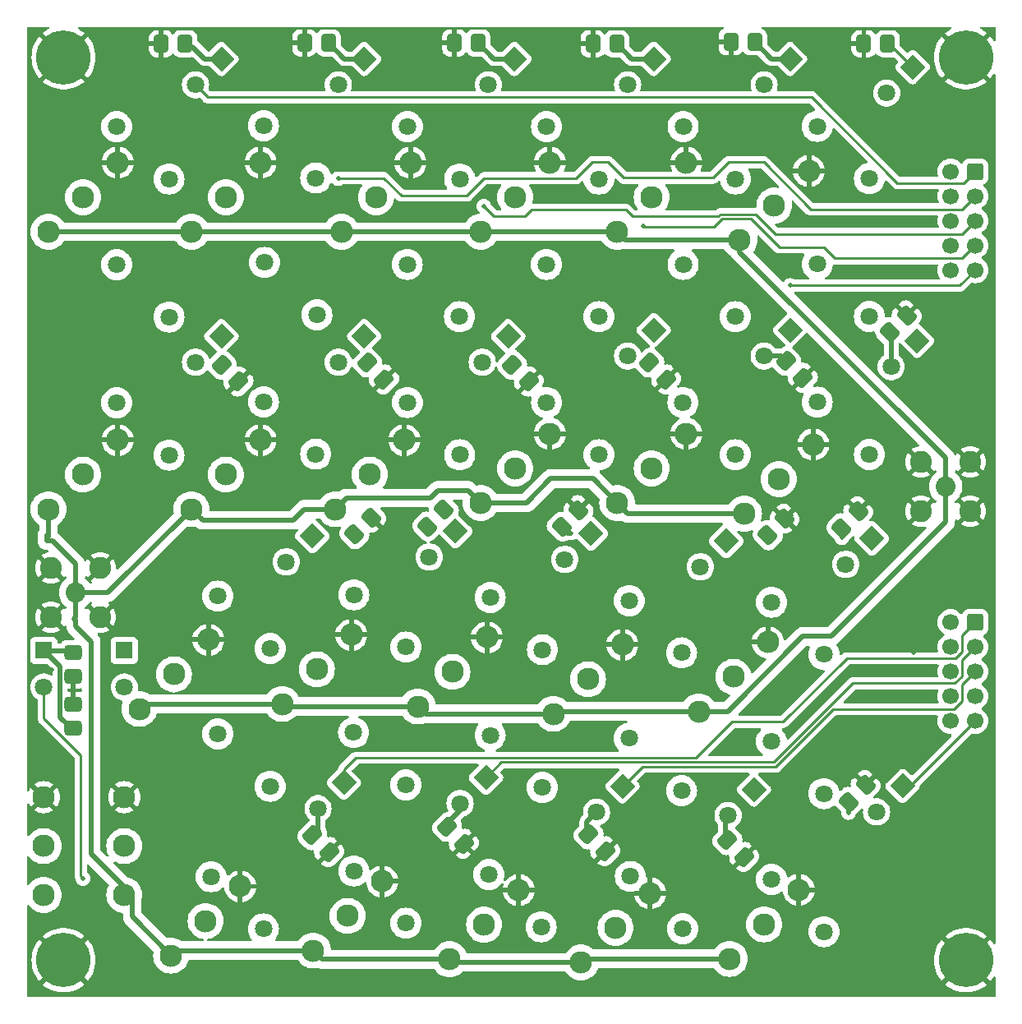
<source format=gbr>
%TF.GenerationSoftware,KiCad,Pcbnew,8.0.3*%
%TF.CreationDate,2024-07-11T18:12:51-04:00*%
%TF.ProjectId,K9HZ_100W_11band_LPF-Filter,4b39485a-5f31-4303-9057-5f313162616e,rev?*%
%TF.SameCoordinates,Original*%
%TF.FileFunction,Copper,L1,Top*%
%TF.FilePolarity,Positive*%
%FSLAX46Y46*%
G04 Gerber Fmt 4.6, Leading zero omitted, Abs format (unit mm)*
G04 Created by KiCad (PCBNEW 8.0.3) date 2024-07-11 18:12:51*
%MOMM*%
%LPD*%
G01*
G04 APERTURE LIST*
G04 Aperture macros list*
%AMRoundRect*
0 Rectangle with rounded corners*
0 $1 Rounding radius*
0 $2 $3 $4 $5 $6 $7 $8 $9 X,Y pos of 4 corners*
0 Add a 4 corners polygon primitive as box body*
4,1,4,$2,$3,$4,$5,$6,$7,$8,$9,$2,$3,0*
0 Add four circle primitives for the rounded corners*
1,1,$1+$1,$2,$3*
1,1,$1+$1,$4,$5*
1,1,$1+$1,$6,$7*
1,1,$1+$1,$8,$9*
0 Add four rect primitives between the rounded corners*
20,1,$1+$1,$2,$3,$4,$5,0*
20,1,$1+$1,$4,$5,$6,$7,0*
20,1,$1+$1,$6,$7,$8,$9,0*
20,1,$1+$1,$8,$9,$2,$3,0*%
%AMRotRect*
0 Rectangle, with rotation*
0 The origin of the aperture is its center*
0 $1 length*
0 $2 width*
0 $3 Rotation angle, in degrees counterclockwise*
0 Add horizontal line*
21,1,$1,$2,0,0,$3*%
G04 Aperture macros list end*
%TA.AperFunction,ComponentPad*%
%ADD10C,5.600000*%
%TD*%
%TA.AperFunction,SMDPad,CuDef*%
%ADD11RoundRect,0.336956X0.563044X-0.438044X0.563044X0.438044X-0.563044X0.438044X-0.563044X-0.438044X0*%
%TD*%
%TA.AperFunction,SMDPad,CuDef*%
%ADD12RoundRect,0.336956X-0.563044X0.438044X-0.563044X-0.438044X0.563044X-0.438044X0.563044X0.438044X0*%
%TD*%
%TA.AperFunction,SMDPad,CuDef*%
%ADD13RoundRect,0.336956X0.088388X-0.707876X0.707876X-0.088388X-0.088388X0.707876X-0.707876X0.088388X0*%
%TD*%
%TA.AperFunction,SMDPad,CuDef*%
%ADD14RoundRect,0.336956X-0.707876X-0.088388X-0.088388X-0.707876X0.707876X0.088388X0.088388X0.707876X0*%
%TD*%
%TA.AperFunction,SMDPad,CuDef*%
%ADD15RoundRect,0.336956X0.438044X0.563044X-0.438044X0.563044X-0.438044X-0.563044X0.438044X-0.563044X0*%
%TD*%
%TA.AperFunction,ComponentPad*%
%ADD16C,1.800000*%
%TD*%
%TA.AperFunction,ComponentPad*%
%ADD17C,2.050000*%
%TD*%
%TA.AperFunction,ComponentPad*%
%ADD18C,2.250000*%
%TD*%
%TA.AperFunction,ComponentPad*%
%ADD19C,2.300000*%
%TD*%
%TA.AperFunction,ComponentPad*%
%ADD20R,1.800000X1.800000*%
%TD*%
%TA.AperFunction,ComponentPad*%
%ADD21RotRect,1.800000X1.800000X135.000000*%
%TD*%
%TA.AperFunction,ComponentPad*%
%ADD22RoundRect,0.250000X0.600000X0.600000X-0.600000X0.600000X-0.600000X-0.600000X0.600000X-0.600000X0*%
%TD*%
%TA.AperFunction,ComponentPad*%
%ADD23C,1.700000*%
%TD*%
%TA.AperFunction,ViaPad*%
%ADD24C,0.500000*%
%TD*%
%TA.AperFunction,Conductor*%
%ADD25C,0.250000*%
%TD*%
%TA.AperFunction,Conductor*%
%ADD26C,0.525000*%
%TD*%
%TA.AperFunction,Conductor*%
%ADD27C,0.500000*%
%TD*%
G04 APERTURE END LIST*
D10*
%TO.P,H4,1,1*%
%TO.N,GND*%
X265200000Y-45800000D03*
%TD*%
%TO.P,H3,1,1*%
%TO.N,GND*%
X172200000Y-45800000D03*
%TD*%
%TO.P,H2,1,1*%
%TO.N,GND*%
X265200000Y-138800000D03*
%TD*%
%TO.P,H1,1,1*%
%TO.N,GND*%
X172200000Y-138800000D03*
%TD*%
D11*
%TO.P,C106,1*%
%TO.N,+12V*%
X173188909Y-114862923D03*
%TO.P,C106,2*%
%TO.N,GND*%
X173188909Y-112412923D03*
%TD*%
D12*
%TO.P,C105,1*%
%TO.N,+12V*%
X173188909Y-107078923D03*
%TO.P,C105,2*%
%TO.N,GND*%
X173188909Y-109528923D03*
%TD*%
D13*
%TO.P,C99,1*%
%TO.N,+12V*%
X253125065Y-122492818D03*
%TO.P,C99,2*%
%TO.N,GND*%
X254857477Y-120760406D03*
%TD*%
%TO.P,C98,1*%
%TO.N,+12V*%
X252363065Y-94298818D03*
%TO.P,C98,2*%
%TO.N,GND*%
X254095477Y-92566406D03*
%TD*%
D14*
%TO.P,C90,1*%
%TO.N,+12V*%
X240609410Y-126436112D03*
%TO.P,C90,2*%
%TO.N,GND*%
X242341822Y-128168524D03*
%TD*%
D13*
%TO.P,C89,1*%
%TO.N,+12V*%
X244767588Y-95032412D03*
%TO.P,C89,2*%
%TO.N,GND*%
X246500000Y-93300000D03*
%TD*%
D14*
%TO.P,C83,1*%
%TO.N,+12V*%
X226297703Y-125852717D03*
%TO.P,C83,2*%
%TO.N,GND*%
X228030115Y-127585129D03*
%TD*%
D13*
%TO.P,C82,1*%
%TO.N,+12V*%
X223533794Y-94166206D03*
%TO.P,C82,2*%
%TO.N,GND*%
X225266206Y-92433794D03*
%TD*%
D14*
%TO.P,C76,1*%
%TO.N,+12V*%
X211723065Y-125078406D03*
%TO.P,C76,2*%
%TO.N,GND*%
X213455477Y-126810818D03*
%TD*%
D13*
%TO.P,C75,1*%
%TO.N,+12V*%
X202167588Y-94932412D03*
%TO.P,C75,2*%
%TO.N,GND*%
X203900000Y-93200000D03*
%TD*%
D14*
%TO.P,C65,1*%
%TO.N,+12V*%
X197833794Y-125933794D03*
%TO.P,C65,2*%
%TO.N,GND*%
X199566206Y-127666206D03*
%TD*%
D13*
%TO.P,C64,1*%
%TO.N,+12V*%
X209667588Y-94132412D03*
%TO.P,C64,2*%
%TO.N,GND*%
X211400000Y-92400000D03*
%TD*%
%TO.P,C58,1*%
%TO.N,+12V*%
X257355358Y-74113839D03*
%TO.P,C58,2*%
%TO.N,GND*%
X259087770Y-72381427D03*
%TD*%
D15*
%TO.P,C57,1*%
%TO.N,+12V*%
X257125000Y-44400000D03*
%TO.P,C57,2*%
%TO.N,GND*%
X254675000Y-44400000D03*
%TD*%
D14*
%TO.P,C49,1*%
%TO.N,+12V*%
X246667588Y-77067588D03*
%TO.P,C49,2*%
%TO.N,GND*%
X248400000Y-78800000D03*
%TD*%
D15*
%TO.P,C48,1*%
%TO.N,+12V*%
X243425000Y-44200000D03*
%TO.P,C48,2*%
%TO.N,GND*%
X240975000Y-44200000D03*
%TD*%
D14*
%TO.P,C38,1*%
%TO.N,+12V*%
X232569703Y-77238700D03*
%TO.P,C38,2*%
%TO.N,GND*%
X234302115Y-78971112D03*
%TD*%
D15*
%TO.P,C37,1*%
%TO.N,+12V*%
X229200000Y-44400000D03*
%TO.P,C37,2*%
%TO.N,GND*%
X226750000Y-44400000D03*
%TD*%
D14*
%TO.P,C26,1*%
%TO.N,+12V*%
X218423703Y-77465717D03*
%TO.P,C26,2*%
%TO.N,GND*%
X220156115Y-79198129D03*
%TD*%
D15*
%TO.P,C25,1*%
%TO.N,+12V*%
X214925000Y-44300000D03*
%TO.P,C25,2*%
%TO.N,GND*%
X212475000Y-44300000D03*
%TD*%
D14*
%TO.P,C14,1*%
%TO.N,+12V*%
X203495959Y-77238700D03*
%TO.P,C14,2*%
%TO.N,GND*%
X205228371Y-78971112D03*
%TD*%
D15*
%TO.P,C13,1*%
%TO.N,+12V*%
X199500000Y-44300000D03*
%TO.P,C13,2*%
%TO.N,GND*%
X197050000Y-44300000D03*
%TD*%
%TO.P,C1,2*%
%TO.N,GND*%
X182250000Y-44400000D03*
%TO.P,C1,1*%
%TO.N,+12V*%
X184700000Y-44400000D03*
%TD*%
D14*
%TO.P,C2,1*%
%TO.N,+12V*%
X188490794Y-77465717D03*
%TO.P,C2,2*%
%TO.N,GND*%
X190223206Y-79198129D03*
%TD*%
D16*
%TO.P,L21,1,1*%
%TO.N,/RF29*%
X187405923Y-130205923D03*
%TO.P,L21,2,2*%
%TO.N,/RF30*%
X192794077Y-135594077D03*
%TD*%
%TO.P,L23,1,1*%
%TO.N,/RF32*%
X202090755Y-115361769D03*
%TO.P,L23,2,2*%
%TO.N,/RF33*%
X207478909Y-120749923D03*
%TD*%
%TO.P,L33,1,1*%
%TO.N,/RF45*%
X245170832Y-130474769D03*
%TO.P,L33,2,2*%
%TO.N,/RF46*%
X250558986Y-135862923D03*
%TD*%
%TO.P,L29,1,1*%
%TO.N,/RF40*%
X230496177Y-115957475D03*
%TO.P,L29,2,2*%
%TO.N,/RF41*%
X235884331Y-121345629D03*
%TD*%
%TO.P,L12,1,1*%
%TO.N,/RF17*%
X221983986Y-81352846D03*
%TO.P,L12,2,2*%
%TO.N,/RF18*%
X227372140Y-86741000D03*
%TD*%
%TO.P,L9,1,1*%
%TO.N,/RF13*%
X207632986Y-81352846D03*
%TO.P,L9,2,2*%
%TO.N,/RF14*%
X213021140Y-86741000D03*
%TD*%
D17*
%TO.P,J1,1,In*%
%TO.N,/RF6*%
X173442909Y-100937923D03*
D18*
%TO.P,J1,2,Ext*%
%TO.N,GND*%
X170902909Y-98397923D03*
X170902909Y-103477923D03*
X175982909Y-98397923D03*
X175982909Y-103477923D03*
%TD*%
D16*
%TO.P,L3,1,1*%
%TO.N,/RF4*%
X177673000Y-81379923D03*
%TO.P,L3,2,2*%
%TO.N,/RF5*%
X183061154Y-86768077D03*
%TD*%
%TO.P,L8,1,1*%
%TO.N,/RF12*%
X207620909Y-67128846D03*
%TO.P,L8,2,2*%
%TO.N,/RF13*%
X213009063Y-72517000D03*
%TD*%
%TO.P,L4,1,1*%
%TO.N,/RF7*%
X192805259Y-52832000D03*
%TO.P,L4,2,2*%
%TO.N,/RF8*%
X198193413Y-58220154D03*
%TD*%
D17*
%TO.P,J2,1,In*%
%TO.N,/RF1*%
X263104909Y-90015923D03*
D18*
%TO.P,J2,2,Ext*%
%TO.N,GND*%
X260564909Y-87475923D03*
X260564909Y-92555923D03*
X265644909Y-87475923D03*
X265644909Y-92555923D03*
%TD*%
D16*
%TO.P,L13,1,1*%
%TO.N,/RF19*%
X236050624Y-52931923D03*
%TO.P,L13,2,2*%
%TO.N,/RF20*%
X241438778Y-58320077D03*
%TD*%
%TO.P,L1,1,1*%
%TO.N,/RF2*%
X177673000Y-52931923D03*
%TO.P,L1,2,2*%
%TO.N,/RF3*%
X183061154Y-58320077D03*
%TD*%
D19*
%TO.P,K24,11*%
%TO.N,/RF47*%
X178460400Y-127050800D03*
%TO.P,K24,12*%
%TO.N,GND*%
X178460400Y-122010800D03*
%TO.P,K24,14*%
%TO.N,/RF6*%
X178460400Y-132090800D03*
D20*
%TO.P,K24,A1*%
%TO.N,/BNF*%
X178460400Y-106890800D03*
D16*
%TO.P,K24,A2*%
%TO.N,+12V*%
X178460400Y-110670800D03*
%TD*%
%TO.P,L14,1,1*%
%TO.N,/RF20*%
X236050624Y-67128846D03*
%TO.P,L14,2,2*%
%TO.N,/RF21*%
X241438778Y-72517000D03*
%TD*%
%TO.P,L7,1,1*%
%TO.N,/RF11*%
X207632986Y-52931923D03*
%TO.P,L7,2,2*%
%TO.N,/RF12*%
X213021140Y-58320077D03*
%TD*%
%TO.P,L28,1,1*%
%TO.N,/RF39*%
X230496177Y-101760552D03*
%TO.P,L28,2,2*%
%TO.N,/RF40*%
X235884331Y-107148706D03*
%TD*%
%TO.P,L5,1,1*%
%TO.N,/RF8*%
X192920182Y-66929000D03*
%TO.P,L5,2,2*%
%TO.N,/RF9*%
X198308336Y-72317154D03*
%TD*%
%TO.P,L22,1,1*%
%TO.N,/RF31*%
X202102832Y-101164846D03*
%TO.P,L22,2,2*%
%TO.N,/RF32*%
X207490986Y-106553000D03*
%TD*%
%TO.P,L32,1,1*%
%TO.N,/RF44*%
X245158755Y-116250769D03*
%TO.P,L32,2,2*%
%TO.N,/RF45*%
X250546909Y-121638923D03*
%TD*%
%TO.P,L19,1,1*%
%TO.N,/RF27*%
X188102470Y-101304157D03*
%TO.P,L19,2,2*%
%TO.N,/RF28*%
X193490624Y-106692311D03*
%TD*%
%TO.P,L2,1,1*%
%TO.N,/RF3*%
X177673000Y-67148000D03*
%TO.P,L2,2,2*%
%TO.N,/RF4*%
X183061154Y-72536154D03*
%TD*%
%TO.P,L30,1,1*%
%TO.N,/RF41*%
X230611846Y-130181475D03*
%TO.P,L30,2,2*%
%TO.N,/RF42*%
X236000000Y-135569629D03*
%TD*%
%TO.P,L16,1,1*%
%TO.N,/RF23*%
X249866547Y-52900650D03*
%TO.P,L16,2,2*%
%TO.N,/RF24*%
X255254701Y-58288804D03*
%TD*%
%TO.P,L18,1,1*%
%TO.N,/RF25*%
X249866547Y-81321573D03*
%TO.P,L18,2,2*%
%TO.N,/RF26*%
X255254701Y-86709727D03*
%TD*%
%TO.P,L10,1,1*%
%TO.N,/RF15*%
X221983986Y-52931923D03*
%TO.P,L10,2,2*%
%TO.N,/RF16*%
X227372140Y-58320077D03*
%TD*%
%TO.P,L27,1,1*%
%TO.N,/RF37*%
X216030393Y-129979080D03*
%TO.P,L27,2,2*%
%TO.N,/RF38*%
X221418547Y-135367234D03*
%TD*%
%TO.P,L25,1,1*%
%TO.N,/RF35*%
X216169470Y-101431157D03*
%TO.P,L25,2,2*%
%TO.N,/RF36*%
X221557624Y-106819311D03*
%TD*%
%TO.P,L11,1,1*%
%TO.N,/RF16*%
X221971909Y-67128846D03*
%TO.P,L11,2,2*%
%TO.N,/RF17*%
X227360063Y-72517000D03*
%TD*%
%TO.P,L20,1,1*%
%TO.N,/RF28*%
X188102470Y-115501080D03*
%TO.P,L20,2,2*%
%TO.N,/RF29*%
X193490624Y-120889234D03*
%TD*%
%TO.P,L6,1,1*%
%TO.N,/RF9*%
X192805259Y-81280000D03*
%TO.P,L6,2,2*%
%TO.N,/RF10*%
X198193413Y-86668154D03*
%TD*%
%TO.P,L17,1,1*%
%TO.N,/RF24*%
X249866547Y-67097573D03*
%TO.P,L17,2,2*%
%TO.N,/RF25*%
X255254701Y-72485727D03*
%TD*%
%TO.P,L15,1,1*%
%TO.N,/RF21*%
X236038547Y-81352846D03*
%TO.P,L15,2,2*%
%TO.N,/RF22*%
X241426701Y-86741000D03*
%TD*%
%TO.P,L24,1,1*%
%TO.N,/RF33*%
X202105923Y-129605923D03*
%TO.P,L24,2,2*%
%TO.N,/RF34*%
X207494077Y-134994077D03*
%TD*%
%TO.P,L31,1,1*%
%TO.N,/RF43*%
X245170832Y-101926846D03*
%TO.P,L31,2,2*%
%TO.N,/RF44*%
X250558986Y-107315000D03*
%TD*%
%TO.P,L26,1,1*%
%TO.N,/RF36*%
X216157393Y-115628080D03*
%TO.P,L26,2,2*%
%TO.N,/RF37*%
X221545547Y-121016234D03*
%TD*%
D19*
%TO.P,K18,11*%
%TO.N,/RF38*%
X215545274Y-135144507D03*
%TO.P,K18,12*%
%TO.N,GND*%
X219109092Y-131580689D03*
%TO.P,K18,14*%
%TO.N,/RF6*%
X211981456Y-138708325D03*
D21*
%TO.P,K18,A1*%
%TO.N,/B12M*%
X229800547Y-120889234D03*
D16*
%TO.P,K18,A2*%
%TO.N,+12V*%
X227127683Y-123562098D03*
%TD*%
D19*
%TO.P,K16,11*%
%TO.N,/RF34*%
X201478636Y-134243196D03*
%TO.P,K16,12*%
%TO.N,GND*%
X205042454Y-130679378D03*
%TO.P,K16,14*%
%TO.N,/RF6*%
X197914818Y-137807014D03*
D21*
%TO.P,K16,A1*%
%TO.N,/B15M*%
X215733909Y-119987923D03*
D16*
%TO.P,K16,A2*%
%TO.N,+12V*%
X213061045Y-122660787D03*
%TD*%
D19*
%TO.P,K20,11*%
%TO.N,/RF42*%
X229094981Y-135473902D03*
%TO.P,K20,12*%
%TO.N,GND*%
X232658799Y-131910084D03*
%TO.P,K20,14*%
%TO.N,/RF6*%
X225531163Y-139037720D03*
D21*
%TO.P,K20,A1*%
%TO.N,/B10M*%
X243350254Y-121218629D03*
D16*
%TO.P,K20,A2*%
%TO.N,+12V*%
X240677390Y-123891493D03*
%TD*%
D19*
%TO.P,K9,11*%
%TO.N,/RF19*%
X232817274Y-60202196D03*
%TO.P,K9,12*%
%TO.N,GND*%
X236381092Y-56638378D03*
%TO.P,K9,14*%
%TO.N,/RF1*%
X229253456Y-63766014D03*
D21*
%TO.P,K9,A1*%
%TO.N,+12V*%
X247072547Y-45946923D03*
D16*
%TO.P,K9,A2*%
%TO.N,/B30M*%
X244399683Y-48619787D03*
%TD*%
D19*
%TO.P,K1,11*%
%TO.N,/RF2*%
X174212727Y-60202196D03*
%TO.P,K1,12*%
%TO.N,GND*%
X177776545Y-56638378D03*
%TO.P,K1,14*%
%TO.N,/RF1*%
X170648909Y-63766014D03*
D21*
%TO.P,K1,A1*%
%TO.N,+12V*%
X188468000Y-45946923D03*
D16*
%TO.P,K1,A2*%
%TO.N,/B160M*%
X185795136Y-48619787D03*
%TD*%
D19*
%TO.P,K12,11*%
%TO.N,/RF26*%
X245904138Y-89248059D03*
%TO.P,K12,12*%
%TO.N,GND*%
X249467956Y-85684241D03*
%TO.P,K12,14*%
%TO.N,/RF6*%
X242340320Y-92811877D03*
D21*
%TO.P,K12,A1*%
%TO.N,/B20M*%
X260159411Y-74992786D03*
D16*
%TO.P,K12,A2*%
%TO.N,+12V*%
X257486547Y-77665650D03*
%TD*%
D22*
%TO.P,J4,1,Pin_1*%
%TO.N,/B17M*%
X266152909Y-103985923D03*
D23*
%TO.P,J4,2,Pin_2*%
%TO.N,+12V*%
X263612909Y-103985923D03*
%TO.P,J4,3,Pin_3*%
%TO.N,/B15M*%
X266152909Y-106525923D03*
%TO.P,J4,4,Pin_4*%
%TO.N,+12V*%
X263612909Y-106525923D03*
%TO.P,J4,5,Pin_5*%
%TO.N,/B12M*%
X266152909Y-109065923D03*
%TO.P,J4,6,Pin_6*%
%TO.N,GND*%
X263612909Y-109065923D03*
%TO.P,J4,7,Pin_7*%
%TO.N,/B10M*%
X266152909Y-111605923D03*
%TO.P,J4,8,Pin_8*%
%TO.N,GND*%
X263612909Y-111605923D03*
%TO.P,J4,9,Pin_9*%
%TO.N,/B6M*%
X266152909Y-114145923D03*
%TO.P,J4,10,Pin_10*%
%TO.N,/BNF*%
X263612909Y-114145923D03*
%TD*%
D19*
%TO.P,K8,11*%
%TO.N,/RF18*%
X218750636Y-88142196D03*
%TO.P,K8,12*%
%TO.N,GND*%
X222314454Y-84578378D03*
%TO.P,K8,14*%
%TO.N,/RF6*%
X215186818Y-91706014D03*
D21*
%TO.P,K8,A1*%
%TO.N,/B40M*%
X233005909Y-73886923D03*
D16*
%TO.P,K8,A2*%
%TO.N,+12V*%
X230333045Y-76559787D03*
%TD*%
D19*
%TO.P,K22,11*%
%TO.N,/RF46*%
X244404636Y-135108741D03*
%TO.P,K22,12*%
%TO.N,GND*%
X247968454Y-131544923D03*
%TO.P,K22,14*%
%TO.N,/RF6*%
X240840818Y-138672559D03*
D21*
%TO.P,K22,A1*%
%TO.N,/B6M*%
X258659909Y-120853468D03*
D16*
%TO.P,K22,A2*%
%TO.N,+12V*%
X255987045Y-123526332D03*
%TD*%
D19*
%TO.P,K2,11*%
%TO.N,/RF5*%
X174212727Y-88777196D03*
%TO.P,K2,12*%
%TO.N,GND*%
X177776545Y-85213378D03*
%TO.P,K2,14*%
%TO.N,/RF6*%
X170648909Y-92341014D03*
D21*
%TO.P,K2,A1*%
%TO.N,/B160M*%
X188468000Y-74521923D03*
D16*
%TO.P,K2,A2*%
%TO.N,+12V*%
X185795136Y-77194787D03*
%TD*%
D22*
%TO.P,J3,1,Pin_1*%
%TO.N,/B160M*%
X266152909Y-57560000D03*
D23*
%TO.P,J3,2,Pin_2*%
%TO.N,+12V*%
X263612909Y-57560000D03*
%TO.P,J3,3,Pin_3*%
%TO.N,/B80M*%
X266152909Y-60100000D03*
%TO.P,J3,4,Pin_4*%
%TO.N,+12V*%
X263612909Y-60100000D03*
%TO.P,J3,5,Pin_5*%
%TO.N,/B60M*%
X266152909Y-62640000D03*
%TO.P,J3,6,Pin_6*%
%TO.N,GND*%
X263612909Y-62640000D03*
%TO.P,J3,7,Pin_7*%
%TO.N,/B40M*%
X266152909Y-65180000D03*
%TO.P,J3,8,Pin_8*%
%TO.N,GND*%
X263612909Y-65180000D03*
%TO.P,J3,9,Pin_9*%
%TO.N,/B30M*%
X266152909Y-67720000D03*
%TO.P,J3,10,Pin_10*%
%TO.N,/B20M*%
X263612909Y-67720000D03*
%TD*%
D19*
%TO.P,K17,11*%
%TO.N,/RF35*%
X212273636Y-109097196D03*
%TO.P,K17,12*%
%TO.N,GND*%
X215837454Y-105533378D03*
%TO.P,K17,14*%
%TO.N,/RF1*%
X208709818Y-112661014D03*
D21*
%TO.P,K17,A1*%
%TO.N,+12V*%
X226528909Y-94841923D03*
D16*
%TO.P,K17,A2*%
%TO.N,/B12M*%
X223856045Y-97514787D03*
%TD*%
D19*
%TO.P,K6,11*%
%TO.N,/RF14*%
X203764636Y-88777196D03*
%TO.P,K6,12*%
%TO.N,GND*%
X207328454Y-85213378D03*
%TO.P,K6,14*%
%TO.N,/RF6*%
X200200818Y-92341014D03*
D21*
%TO.P,K6,A1*%
%TO.N,/B60M*%
X218019909Y-74521923D03*
D16*
%TO.P,K6,A2*%
%TO.N,+12V*%
X215347045Y-77194787D03*
%TD*%
D19*
%TO.P,K23,11*%
%TO.N,/RF47*%
X170154600Y-127050800D03*
%TO.P,K23,12*%
%TO.N,GND*%
X170154600Y-122010800D03*
%TO.P,K23,14*%
%TO.N,/RF1*%
X170154600Y-132090800D03*
D20*
%TO.P,K23,A1*%
%TO.N,+12V*%
X170154600Y-106890800D03*
D16*
%TO.P,K23,A2*%
%TO.N,/BNF*%
X170154600Y-110670800D03*
%TD*%
D19*
%TO.P,K19,11*%
%TO.N,/RF39*%
X226243636Y-109859196D03*
%TO.P,K19,12*%
%TO.N,GND*%
X229807454Y-106295378D03*
%TO.P,K19,14*%
%TO.N,/RF1*%
X222679818Y-113423014D03*
D21*
%TO.P,K19,A1*%
%TO.N,+12V*%
X240498909Y-95603923D03*
D16*
%TO.P,K19,A2*%
%TO.N,/B10M*%
X237826045Y-98276787D03*
%TD*%
D19*
%TO.P,K3,11*%
%TO.N,/RF7*%
X188936909Y-60202196D03*
%TO.P,K3,12*%
%TO.N,GND*%
X192500727Y-56638378D03*
%TO.P,K3,14*%
%TO.N,/RF1*%
X185373091Y-63766014D03*
D21*
%TO.P,K3,A1*%
%TO.N,+12V*%
X203192182Y-45946923D03*
D16*
%TO.P,K3,A2*%
%TO.N,/B80M*%
X200519318Y-48619787D03*
%TD*%
D19*
%TO.P,K5,11*%
%TO.N,/RF11*%
X204399636Y-60202196D03*
%TO.P,K5,12*%
%TO.N,GND*%
X207963454Y-56638378D03*
%TO.P,K5,14*%
%TO.N,/RF1*%
X200835818Y-63766014D03*
D21*
%TO.P,K5,A1*%
%TO.N,+12V*%
X218654909Y-45946923D03*
D16*
%TO.P,K5,A2*%
%TO.N,/B60M*%
X215982045Y-48619787D03*
%TD*%
D19*
%TO.P,K10,11*%
%TO.N,/RF22*%
X232817274Y-88142196D03*
%TO.P,K10,12*%
%TO.N,GND*%
X236381092Y-84578378D03*
%TO.P,K10,14*%
%TO.N,/RF6*%
X229253456Y-91706014D03*
D21*
%TO.P,K10,A1*%
%TO.N,/B30M*%
X247072547Y-73886923D03*
D16*
%TO.P,K10,A2*%
%TO.N,+12V*%
X244399683Y-76559787D03*
%TD*%
D19*
%TO.P,K21,11*%
%TO.N,/RF43*%
X241229636Y-109605196D03*
%TO.P,K21,12*%
%TO.N,GND*%
X244793454Y-106041378D03*
%TO.P,K21,14*%
%TO.N,/RF1*%
X237665818Y-113169014D03*
D21*
%TO.P,K21,A1*%
%TO.N,+12V*%
X255484909Y-95349923D03*
D16*
%TO.P,K21,A2*%
%TO.N,/B6M*%
X252812045Y-98022787D03*
%TD*%
%TO.P,K11,A2*%
%TO.N,/B20M*%
X257027136Y-49472864D03*
D21*
%TO.P,K11,A1*%
%TO.N,+12V*%
X259700000Y-46800000D03*
D19*
%TO.P,K11,14*%
%TO.N,/RF1*%
X241880909Y-64619091D03*
%TO.P,K11,12*%
%TO.N,GND*%
X249008545Y-57491455D03*
%TO.P,K11,11*%
%TO.N,/RF23*%
X245444727Y-61055273D03*
%TD*%
%TO.P,K4,11*%
%TO.N,/RF10*%
X188936909Y-88777196D03*
%TO.P,K4,12*%
%TO.N,GND*%
X192500727Y-85213378D03*
%TO.P,K4,14*%
%TO.N,/RF6*%
X185373091Y-92341014D03*
D21*
%TO.P,K4,A1*%
%TO.N,/B80M*%
X203192182Y-74521923D03*
D16*
%TO.P,K4,A2*%
%TO.N,+12V*%
X200519318Y-77194787D03*
%TD*%
D19*
%TO.P,K14,11*%
%TO.N,/RF30*%
X186843274Y-134763507D03*
%TO.P,K14,12*%
%TO.N,GND*%
X190407092Y-131199689D03*
%TO.P,K14,14*%
%TO.N,/RF6*%
X183279456Y-138327325D03*
D21*
%TO.P,K14,A1*%
%TO.N,/B17M*%
X201098547Y-120508234D03*
D16*
%TO.P,K14,A2*%
%TO.N,+12V*%
X198425683Y-123181098D03*
%TD*%
D19*
%TO.P,K15,11*%
%TO.N,/RF31*%
X198303636Y-108843196D03*
%TO.P,K15,12*%
%TO.N,GND*%
X201867454Y-105279378D03*
%TO.P,K15,14*%
%TO.N,/RF1*%
X194739818Y-112407014D03*
D21*
%TO.P,K15,A1*%
%TO.N,+12V*%
X212558909Y-94587923D03*
D16*
%TO.P,K15,A2*%
%TO.N,/B15M*%
X209886045Y-97260787D03*
%TD*%
D19*
%TO.P,K13,11*%
%TO.N,/RF27*%
X183571636Y-109351196D03*
%TO.P,K13,12*%
%TO.N,GND*%
X187135454Y-105787378D03*
%TO.P,K13,14*%
%TO.N,/RF1*%
X180007818Y-112915014D03*
D21*
%TO.P,K13,A1*%
%TO.N,+12V*%
X197826909Y-95095923D03*
D16*
%TO.P,K13,A2*%
%TO.N,/B17M*%
X195154045Y-97768787D03*
%TD*%
D19*
%TO.P,K7,11*%
%TO.N,/RF15*%
X218750636Y-60202196D03*
%TO.P,K7,12*%
%TO.N,GND*%
X222314454Y-56638378D03*
%TO.P,K7,14*%
%TO.N,/RF1*%
X215186818Y-63766014D03*
D21*
%TO.P,K7,A1*%
%TO.N,+12V*%
X233005909Y-45946923D03*
D16*
%TO.P,K7,A2*%
%TO.N,/B40M*%
X230333045Y-48619787D03*
%TD*%
D24*
%TO.N,/B80M*%
X200500000Y-58300000D03*
%TO.N,/B30M*%
X247100000Y-69300000D03*
%TO.N,GND*%
X170400000Y-100900000D03*
X178600000Y-103500000D03*
X176300000Y-95800000D03*
X210700000Y-103100000D03*
X214700000Y-97800000D03*
X251200000Y-92800000D03*
X254800000Y-92400000D03*
X265500000Y-100900000D03*
X262900000Y-96200000D03*
X261300000Y-83200000D03*
X187000000Y-140000000D03*
X233900000Y-126200000D03*
X249000000Y-125900000D03*
X238600000Y-103400000D03*
X253900000Y-119100000D03*
X238900000Y-71100000D03*
%TO.N,+12V*%
X253100000Y-123600000D03*
%TO.N,GND*%
X266500000Y-118800000D03*
X266700000Y-128300000D03*
X266700000Y-132600000D03*
X258800000Y-140300000D03*
X250500000Y-140500000D03*
X245300000Y-140700000D03*
X237200000Y-140600000D03*
%TO.N,+12V*%
X188200000Y-77400000D03*
X203200000Y-77200000D03*
X218500000Y-77100000D03*
X232600000Y-76700000D03*
X202700000Y-95200000D03*
X209700000Y-94700000D03*
X244900000Y-95400000D03*
X252400000Y-95300000D03*
X224500000Y-94800000D03*
%TO.N,GND*%
X211500000Y-92500000D03*
X204000000Y-93400000D03*
X201700000Y-80200000D03*
X205100000Y-79000000D03*
X240538000Y-83312000D03*
X210820000Y-56134000D03*
X253492000Y-131826000D03*
X241376200Y-75539600D03*
X216433400Y-54762400D03*
X229057200Y-88773000D03*
X202869800Y-140538200D03*
X240792000Y-117094000D03*
X184150000Y-125730000D03*
X251277947Y-73522055D03*
X232232200Y-80670400D03*
X235381800Y-100025200D03*
X255016000Y-139700000D03*
X192862200Y-97815400D03*
X228092000Y-114554000D03*
X260604000Y-80010000D03*
X213106000Y-82296000D03*
X197485000Y-78689200D03*
X258572000Y-126746000D03*
X243078000Y-82296000D03*
X264160000Y-83058000D03*
X241046000Y-52324000D03*
X197535800Y-75641200D03*
X193294000Y-60706000D03*
X260100000Y-113800000D03*
X223012000Y-130302000D03*
X252334113Y-102734111D03*
X189230000Y-107950000D03*
X208026000Y-61722000D03*
X243433600Y-126339600D03*
X262128000Y-98298000D03*
X206248000Y-101854000D03*
X245618000Y-53340000D03*
X254762000Y-51054000D03*
X184886600Y-88595200D03*
X211886800Y-79222600D03*
X254000000Y-115316000D03*
X174701200Y-73533000D03*
X246176800Y-138303000D03*
X177546000Y-118364000D03*
X201422000Y-109220000D03*
X253771400Y-75361800D03*
X231140000Y-109982000D03*
X212902800Y-48336200D03*
X173990000Y-93472000D03*
X243100000Y-88900000D03*
X187375800Y-85801200D03*
X260300000Y-57400000D03*
X227787200Y-47929800D03*
X191947800Y-74879200D03*
X250952000Y-62738000D03*
X266192000Y-96012000D03*
X173278800Y-112217200D03*
X170992800Y-108889800D03*
X187502800Y-55905400D03*
X259800000Y-107125923D03*
X206248000Y-110490000D03*
X211582000Y-120396000D03*
X216408000Y-140512800D03*
X169400000Y-50300000D03*
X192532000Y-101600000D03*
X176657000Y-75844400D03*
X172212000Y-77978000D03*
X169672000Y-117602000D03*
X187096400Y-124206000D03*
X239699800Y-135077200D03*
X247599200Y-121310400D03*
X184150000Y-83058000D03*
X198882000Y-100330000D03*
X178000000Y-46900000D03*
X220726000Y-110490000D03*
X205003400Y-73533000D03*
X248700000Y-75400000D03*
X180848000Y-81788000D03*
X261874000Y-132588000D03*
X259842000Y-55372000D03*
X228600000Y-83566000D03*
X259334000Y-50800000D03*
X252222000Y-129032000D03*
X262912909Y-50457028D03*
X260654800Y-70967600D03*
X218135200Y-80645000D03*
X193014600Y-124485400D03*
X250444000Y-99542600D03*
X260350000Y-67818000D03*
X230378000Y-68834000D03*
X207899000Y-124129800D03*
X207924400Y-98374200D03*
X242316000Y-100076000D03*
X196596000Y-53340000D03*
X212090000Y-128473200D03*
X188163200Y-103479600D03*
X184886600Y-122097800D03*
X182600600Y-134289800D03*
X260200000Y-104100000D03*
X255752600Y-47396400D03*
X265938000Y-74676000D03*
X216230200Y-85902800D03*
X247142000Y-92964000D03*
X182118000Y-55118000D03*
X236702600Y-74422000D03*
X245110000Y-66548000D03*
X261700000Y-44000000D03*
X228549200Y-125450600D03*
X177800000Y-114808000D03*
X231368600Y-56489600D03*
X241630200Y-47650400D03*
X221488000Y-99136200D03*
X225298000Y-54864000D03*
X244602000Y-72390000D03*
X211328000Y-115824000D03*
X265684000Y-122936000D03*
X252222000Y-59690000D03*
X258572000Y-101092000D03*
X258318000Y-94234000D03*
X192532000Y-140030200D03*
X179832000Y-140970000D03*
X199059800Y-129362200D03*
X171602400Y-56489600D03*
X190042800Y-73228200D03*
X242316000Y-79248000D03*
X182626000Y-50038000D03*
X171526200Y-85902800D03*
X264700000Y-71800000D03*
X257800000Y-109300000D03*
X201168000Y-97536000D03*
X195072000Y-125984000D03*
X205232000Y-68834000D03*
X181432200Y-74828400D03*
X181279800Y-46888400D03*
X205028800Y-86080600D03*
X186182000Y-71374000D03*
X207035400Y-75590400D03*
X226314000Y-52324000D03*
X172466000Y-69850000D03*
X212217000Y-75565000D03*
X210540600Y-44475400D03*
X246634000Y-51562000D03*
X237236000Y-60452000D03*
X266192000Y-52832000D03*
X259100000Y-117500000D03*
X239014000Y-44246800D03*
X248920000Y-102616000D03*
X197358000Y-120396000D03*
X173990000Y-66294000D03*
X184404000Y-97028000D03*
X197281800Y-47904400D03*
X208788000Y-129540000D03*
X202361800Y-56591200D03*
X245618000Y-112522000D03*
X224840800Y-121031000D03*
X220370400Y-75082400D03*
X224942400Y-44475400D03*
X195453000Y-44653200D03*
X255270000Y-104648000D03*
X217906600Y-125450600D03*
X223520000Y-59944000D03*
X255270000Y-112014000D03*
X198628000Y-82042000D03*
X252222000Y-56642000D03*
X266000000Y-78700000D03*
X181356000Y-100330000D03*
X251993400Y-44196000D03*
X227076000Y-101346000D03*
X216916000Y-51816000D03*
X230733600Y-140538200D03*
X252222000Y-109982000D03*
X255524000Y-83312000D03*
X248589800Y-70332600D03*
X193548000Y-129540000D03*
X258300000Y-87630000D03*
X258300000Y-91186000D03*
X232410000Y-51562000D03*
X235839000Y-127228600D03*
X174600000Y-50500000D03*
X210312000Y-134620000D03*
X225044000Y-134924800D03*
X197104000Y-116586000D03*
X202946000Y-51816000D03*
X226872800Y-78689200D03*
X239522000Y-54356000D03*
X183388000Y-115824000D03*
X231648000Y-122199400D03*
X225044000Y-116332000D03*
X190500000Y-66802000D03*
X201599800Y-124231400D03*
%TO.N,/B60M*%
X215498327Y-61107673D03*
%TO.N,/B40M*%
X231952800Y-63157241D03*
%TO.N,/BNF*%
X174193200Y-130391923D03*
%TD*%
D25*
%TO.N,/B80M*%
X264787909Y-61465000D02*
X266152909Y-60100000D01*
X249223423Y-61465000D02*
X264787909Y-61465000D01*
X240724259Y-56595077D02*
X244353500Y-56595077D01*
X239127936Y-58191400D02*
X240724259Y-56595077D01*
X229940336Y-58191400D02*
X239127936Y-58191400D01*
X228344013Y-56595077D02*
X229940336Y-58191400D01*
X215553540Y-58227196D02*
X225025502Y-58227196D01*
X226657621Y-56595077D02*
X228344013Y-56595077D01*
X205217708Y-58227196D02*
X207035589Y-60045077D01*
X213735659Y-60045077D02*
X215553540Y-58227196D01*
X200661322Y-58227196D02*
X205217708Y-58227196D01*
X244353500Y-56595077D02*
X249223423Y-61465000D01*
X207035589Y-60045077D02*
X213735659Y-60045077D01*
X225025502Y-58227196D02*
X226657621Y-56595077D01*
X200519318Y-58369200D02*
X200661322Y-58227196D01*
%TO.N,/B30M*%
X247100000Y-69300000D02*
X247000000Y-69300000D01*
X264572909Y-69300000D02*
X247100000Y-69300000D01*
X266152909Y-67720000D02*
X264572909Y-69300000D01*
%TO.N,/B60M*%
X216567848Y-62177196D02*
X215498327Y-61107673D01*
X219728718Y-62177196D02*
X216567848Y-62177196D01*
X220387114Y-61518800D02*
X219728718Y-62177196D01*
X230149400Y-61518800D02*
X220387114Y-61518800D01*
X230807796Y-62177196D02*
X230149400Y-61518800D01*
X239660449Y-62177196D02*
X230807796Y-62177196D01*
X243503941Y-61944741D02*
X239892904Y-61944741D01*
X245564200Y-64005000D02*
X243503941Y-61944741D01*
X239892904Y-61944741D02*
X239660449Y-62177196D01*
X264787909Y-64005000D02*
X245564200Y-64005000D01*
X266152909Y-62640000D02*
X264787909Y-64005000D01*
%TO.N,/B160M*%
X187086349Y-49911000D02*
X185795136Y-48619787D01*
X249316416Y-49911000D02*
X187086349Y-49911000D01*
X258140416Y-58735000D02*
X249316416Y-49911000D01*
X264977909Y-58735000D02*
X258140416Y-58735000D01*
X266152909Y-57560000D02*
X264977909Y-58735000D01*
D26*
%TO.N,/RF1*%
X230106533Y-64619091D02*
X229253456Y-63766014D01*
X241880909Y-64619091D02*
X230106533Y-64619091D01*
X241880909Y-65839752D02*
X241880909Y-64619091D01*
X263104909Y-90015923D02*
X263104909Y-87063752D01*
D25*
%TO.N,+12V*%
X257125000Y-44400000D02*
X257300000Y-44400000D01*
X257300000Y-44400000D02*
X259700000Y-46800000D01*
D26*
%TO.N,/RF6*%
X173442909Y-103457091D02*
X173442909Y-100937923D01*
X173300000Y-103600000D02*
X173442909Y-103457091D01*
X173442909Y-103742909D02*
X173300000Y-103600000D01*
X170500000Y-95042843D02*
X170648909Y-95191752D01*
X170500000Y-95600000D02*
X170500000Y-95042843D01*
X171057157Y-95600000D02*
X170500000Y-95600000D01*
D27*
%TO.N,+12V*%
X198425683Y-125341905D02*
X197833794Y-125933794D01*
X198425683Y-123181098D02*
X198425683Y-125341905D01*
X260026547Y-46550650D02*
X259275650Y-46550650D01*
X245171923Y-45946923D02*
X243425000Y-44200000D01*
X247072547Y-45946923D02*
X245171923Y-45946923D01*
X230746923Y-45946923D02*
X229200000Y-44400000D01*
X233005909Y-45946923D02*
X230746923Y-45946923D01*
X216571923Y-45946923D02*
X214925000Y-44300000D01*
X218654909Y-45946923D02*
X216571923Y-45946923D01*
X201146923Y-45946923D02*
X199500000Y-44300000D01*
X203192182Y-45946923D02*
X201146923Y-45946923D01*
X253100000Y-122517883D02*
X253125065Y-122492818D01*
X253100000Y-123600000D02*
X253100000Y-122517883D01*
X252400000Y-94335753D02*
X252363065Y-94298818D01*
X252400000Y-95300000D02*
X252400000Y-94335753D01*
D26*
%TO.N,/RF6*%
X226747442Y-89200000D02*
X229253456Y-91706014D01*
X219893986Y-91706014D02*
X222400000Y-89200000D01*
X215186818Y-91706014D02*
X219893986Y-91706014D01*
X222400000Y-89200000D02*
X226747442Y-89200000D01*
D27*
%TO.N,+12V*%
X224167588Y-94800000D02*
X223533794Y-94166206D01*
X224500000Y-94800000D02*
X224167588Y-94800000D01*
X246159787Y-76559787D02*
X246667588Y-77067588D01*
X244399683Y-76559787D02*
X246159787Y-76559787D01*
D26*
%TO.N,/RF6*%
X210773360Y-90392668D02*
X213873472Y-90392668D01*
X213873472Y-90392668D02*
X215186818Y-91706014D01*
X209973360Y-91192668D02*
X210773360Y-90392668D01*
X201349164Y-91192668D02*
X209973360Y-91192668D01*
X200200818Y-92341014D02*
X201349164Y-91192668D01*
D25*
%TO.N,GND*%
X173188909Y-109778923D02*
X173188909Y-112162923D01*
D27*
%TO.N,+12V*%
X170648909Y-106906923D02*
X173110909Y-106906923D01*
X172948723Y-115112923D02*
X173188909Y-115112923D01*
X226120926Y-124568855D02*
X227127683Y-123562098D01*
X257486547Y-74598582D02*
X257178581Y-74290616D01*
X171838909Y-113762923D02*
X171838909Y-108575109D01*
X173188909Y-115112923D02*
X171838909Y-113762923D01*
X213061045Y-122660787D02*
X213061045Y-123386872D01*
X213061045Y-123386872D02*
X211546288Y-124901629D01*
X198425683Y-125412697D02*
X198534943Y-125521957D01*
X226120926Y-125675940D02*
X226120926Y-124568855D01*
X171838909Y-108575109D02*
X170154600Y-106890800D01*
X186768000Y-45946923D02*
X185498000Y-44676923D01*
X257486547Y-77665650D02*
X257486547Y-74598582D01*
X173110909Y-106906923D02*
X173188909Y-106828923D01*
X240432633Y-126259335D02*
X240432633Y-124136250D01*
X188468000Y-45946923D02*
X186768000Y-45946923D01*
X240432633Y-124136250D02*
X240677390Y-123891493D01*
D26*
%TO.N,/RF1*%
X180515818Y-112407014D02*
X180007818Y-112915014D01*
X222933818Y-113169014D02*
X222679818Y-113423014D01*
X194739818Y-112407014D02*
X180515818Y-112407014D01*
X222679818Y-113423014D02*
X209471818Y-113423014D01*
X240653345Y-113169014D02*
X237665818Y-113169014D01*
X251330459Y-105452500D02*
X248369859Y-105452500D01*
X194993818Y-112661014D02*
X194739818Y-112407014D01*
X208709818Y-112661014D02*
X194993818Y-112661014D01*
X185373091Y-63766014D02*
X170648909Y-63766014D01*
X200835818Y-63766014D02*
X185373091Y-63766014D01*
X229253456Y-63766014D02*
X215186818Y-63766014D01*
X215186818Y-63766014D02*
X200835818Y-63766014D01*
X263104909Y-90015923D02*
X263104909Y-93678050D01*
X263104909Y-93678050D02*
X251330459Y-105452500D01*
X237665818Y-113169014D02*
X222933818Y-113169014D01*
X248369859Y-105452500D02*
X240653345Y-113169014D01*
X209471818Y-113423014D02*
X208709818Y-112661014D01*
%TO.N,/RF6*%
X229253456Y-91706014D02*
X230359319Y-92811877D01*
X179284909Y-134332778D02*
X179284909Y-132106923D01*
X198816129Y-138708325D02*
X197914818Y-137807014D01*
X173442909Y-100937923D02*
X173442909Y-97985752D01*
X183279456Y-138327325D02*
X179284909Y-134332778D01*
X173442909Y-97985752D02*
X171057157Y-95600000D01*
X225896324Y-138672559D02*
X225531163Y-139037720D01*
X175051409Y-105994763D02*
X173442909Y-104386263D01*
X197015786Y-92341014D02*
X200200818Y-92341014D01*
X212310851Y-139037720D02*
X211981456Y-138708325D01*
X230359319Y-92811877D02*
X242340320Y-92811877D01*
X185373091Y-92341014D02*
X186523091Y-93491014D01*
X179284909Y-132106923D02*
X175051409Y-127873423D01*
X240840818Y-138672559D02*
X225896324Y-138672559D01*
X183799767Y-137807014D02*
X183279456Y-138327325D01*
X170648909Y-95191752D02*
X170648909Y-92341014D01*
X186523091Y-93491014D02*
X195865786Y-93491014D01*
X176776182Y-100937923D02*
X185373091Y-92341014D01*
X173442909Y-100937923D02*
X176776182Y-100937923D01*
X197914818Y-137807014D02*
X183799767Y-137807014D01*
X175051409Y-127873423D02*
X175051409Y-105994763D01*
X211981456Y-138708325D02*
X198816129Y-138708325D01*
X195865786Y-93491014D02*
X197015786Y-92341014D01*
X225531163Y-139037720D02*
X212310851Y-139037720D01*
X173442909Y-104386263D02*
X173442909Y-103742909D01*
X176401323Y-100937923D02*
X173442909Y-100937923D01*
D25*
%TO.N,/B40M*%
X239191800Y-63282241D02*
X232077800Y-63282241D01*
X232077800Y-63282241D02*
X231952800Y-63157241D01*
X266152909Y-65123923D02*
X264787909Y-66488923D01*
X250581066Y-65372573D02*
X246003360Y-65372573D01*
X243025528Y-62394741D02*
X240079300Y-62394741D01*
X264787909Y-66488923D02*
X251697416Y-66488923D01*
X240079300Y-62394741D02*
X239191800Y-63282241D01*
X246003360Y-65372573D02*
X243025528Y-62394741D01*
X251697416Y-66488923D02*
X250581066Y-65372573D01*
%TO.N,/B17M*%
X252902877Y-107700923D02*
X246347286Y-114256514D01*
X266152909Y-103985923D02*
X264787909Y-105350923D01*
X264099610Y-107700923D02*
X252902877Y-107700923D01*
X246347286Y-114256514D02*
X241103802Y-114256514D01*
X237402716Y-117957600D02*
X202311000Y-117957600D01*
X264787909Y-105350923D02*
X264787909Y-107012624D01*
X201098547Y-119170053D02*
X201098547Y-120508234D01*
X202311000Y-117957600D02*
X201098547Y-119170053D01*
X264787909Y-107012624D02*
X264099610Y-107700923D01*
X241103802Y-114256514D02*
X237402716Y-117957600D01*
%TO.N,/B15M*%
X266152909Y-106525923D02*
X264787909Y-107890923D01*
X264787909Y-109552624D02*
X264053733Y-110286800D01*
X217314232Y-118407600D02*
X215733909Y-119987923D01*
X264787909Y-107890923D02*
X264787909Y-109552624D01*
X245441443Y-118407600D02*
X217314232Y-118407600D01*
X264053733Y-110286800D02*
X253562243Y-110286800D01*
X253562243Y-110286800D02*
X245441443Y-118407600D01*
%TO.N,/B12M*%
X263926733Y-112953800D02*
X251531639Y-112953800D01*
X264787909Y-110430923D02*
X264787909Y-112092624D01*
X251531639Y-112953800D02*
X245613439Y-118872000D01*
X231817781Y-118872000D02*
X229800547Y-120889234D01*
X245613439Y-118872000D02*
X231817781Y-118872000D01*
X264787909Y-112092624D02*
X263926733Y-112953800D01*
X266152909Y-109065923D02*
X264787909Y-110430923D01*
%TO.N,/B6M*%
X259445364Y-120853468D02*
X258659909Y-120853468D01*
X266152909Y-114145923D02*
X259445364Y-120853468D01*
%TO.N,/BNF*%
X173963909Y-117683023D02*
X170154600Y-113873714D01*
X170154600Y-113873714D02*
X170154600Y-110670800D01*
X173963909Y-130162632D02*
X173963909Y-117683023D01*
X174193200Y-130391923D02*
X173963909Y-130162632D01*
D26*
%TO.N,/RF1*%
X263104909Y-87063752D02*
X241880909Y-65839752D01*
%TD*%
%TA.AperFunction,Conductor*%
%TO.N,GND*%
G36*
X173381948Y-109298608D02*
G01*
X173427703Y-109351412D01*
X173438909Y-109402923D01*
X173438909Y-110803923D01*
X173824727Y-110803923D01*
X173865609Y-110801150D01*
X173934482Y-110784022D01*
X174004291Y-110786946D01*
X174061437Y-110827146D01*
X174087778Y-110891860D01*
X174088409Y-110904357D01*
X174088409Y-111037488D01*
X174068724Y-111104527D01*
X174015920Y-111150282D01*
X173946762Y-111160226D01*
X173934484Y-111157823D01*
X173865612Y-111140695D01*
X173824727Y-111137923D01*
X173438909Y-111137923D01*
X173438909Y-112538923D01*
X173419224Y-112605962D01*
X173366420Y-112651717D01*
X173314909Y-112662923D01*
X173062909Y-112662923D01*
X172995870Y-112643238D01*
X172950115Y-112590434D01*
X172938909Y-112538923D01*
X172938909Y-111137923D01*
X172713409Y-111137923D01*
X172646370Y-111118238D01*
X172600615Y-111065434D01*
X172589409Y-111013923D01*
X172589409Y-110927923D01*
X172609094Y-110860884D01*
X172661898Y-110815129D01*
X172713409Y-110803923D01*
X172938909Y-110803923D01*
X172938909Y-109402923D01*
X172958594Y-109335884D01*
X173011398Y-109290129D01*
X173062909Y-109278923D01*
X173314909Y-109278923D01*
X173381948Y-109298608D01*
G37*
%TD.AperFunction*%
%TA.AperFunction,Conductor*%
G36*
X175073651Y-101920608D02*
G01*
X175119406Y-101973412D01*
X175129350Y-102042570D01*
X175100325Y-102106126D01*
X175071402Y-102130651D01*
X175024798Y-102159209D01*
X175020995Y-102162455D01*
X175582347Y-102723807D01*
X175580283Y-102724663D01*
X175441065Y-102817685D01*
X175322671Y-102936079D01*
X175229649Y-103075297D01*
X175228793Y-103077361D01*
X174667441Y-102516009D01*
X174664191Y-102519816D01*
X174635636Y-102566415D01*
X174583824Y-102613291D01*
X174514894Y-102624713D01*
X174450731Y-102597055D01*
X174411707Y-102539099D01*
X174405909Y-102501625D01*
X174405909Y-102435275D01*
X174425594Y-102368236D01*
X174460058Y-102332821D01*
X174521757Y-102290756D01*
X174711337Y-102114852D01*
X174844707Y-101947609D01*
X174901895Y-101907470D01*
X174941654Y-101900923D01*
X175006612Y-101900923D01*
X175073651Y-101920608D01*
G37*
%TD.AperFunction*%
%TA.AperFunction,Conductor*%
G36*
X175229649Y-98800549D02*
G01*
X175322671Y-98939767D01*
X175441065Y-99058161D01*
X175580283Y-99151183D01*
X175582346Y-99152037D01*
X175020996Y-99713388D01*
X175024806Y-99716642D01*
X175071401Y-99745196D01*
X175118276Y-99797007D01*
X175129699Y-99865937D01*
X175102042Y-99930100D01*
X175044086Y-99969125D01*
X175006611Y-99974923D01*
X174941654Y-99974923D01*
X174874615Y-99955238D01*
X174844707Y-99928236D01*
X174711333Y-99760989D01*
X174578750Y-99637972D01*
X174521757Y-99585090D01*
X174503708Y-99572784D01*
X174460056Y-99543022D01*
X174415755Y-99488992D01*
X174405909Y-99440569D01*
X174405909Y-99374221D01*
X174425594Y-99307182D01*
X174478398Y-99261427D01*
X174547556Y-99251483D01*
X174611112Y-99280508D01*
X174635636Y-99309431D01*
X174664186Y-99356021D01*
X174664193Y-99356030D01*
X174667442Y-99359835D01*
X175228793Y-98798483D01*
X175229649Y-98800549D01*
G37*
%TD.AperFunction*%
%TA.AperFunction,Conductor*%
G36*
X244027883Y-114901699D02*
G01*
X244073638Y-114954503D01*
X244083582Y-115023661D01*
X244054557Y-115087217D01*
X244041377Y-115100303D01*
X244023531Y-115115544D01*
X243859916Y-115307112D01*
X243859915Y-115307115D01*
X243728288Y-115521909D01*
X243631881Y-115754658D01*
X243573072Y-115999617D01*
X243553306Y-116250769D01*
X243573072Y-116501920D01*
X243631881Y-116746879D01*
X243728288Y-116979628D01*
X243859915Y-117194422D01*
X243859916Y-117194425D01*
X243893314Y-117233529D01*
X244023531Y-117385993D01*
X244123934Y-117471745D01*
X244215098Y-117549607D01*
X244215101Y-117549608D01*
X244219612Y-117552373D01*
X244266487Y-117604185D01*
X244277910Y-117673114D01*
X244250253Y-117737277D01*
X244192297Y-117776302D01*
X244154822Y-117782100D01*
X238762168Y-117782100D01*
X238695129Y-117762415D01*
X238649374Y-117709611D01*
X238639430Y-117640453D01*
X238668455Y-117576897D01*
X238674487Y-117570419D01*
X241326573Y-114918333D01*
X241387896Y-114884848D01*
X241414254Y-114882014D01*
X243960844Y-114882014D01*
X244027883Y-114901699D01*
G37*
%TD.AperFunction*%
%TA.AperFunction,Conductor*%
G36*
X230263145Y-114151699D02*
G01*
X230308900Y-114204503D01*
X230318844Y-114273661D01*
X230289819Y-114337217D01*
X230231041Y-114374991D01*
X230225061Y-114376585D01*
X230194433Y-114383939D01*
X230000066Y-114430601D01*
X229767317Y-114527008D01*
X229552523Y-114658635D01*
X229552520Y-114658636D01*
X229360953Y-114822251D01*
X229197338Y-115013818D01*
X229197337Y-115013821D01*
X229065710Y-115228615D01*
X228969303Y-115461364D01*
X228910494Y-115706323D01*
X228890728Y-115957475D01*
X228910494Y-116208626D01*
X228969303Y-116453585D01*
X229065710Y-116686334D01*
X229197337Y-116901128D01*
X229197338Y-116901131D01*
X229219363Y-116926919D01*
X229360953Y-117092699D01*
X229377145Y-117106528D01*
X229385671Y-117113810D01*
X229423864Y-117172317D01*
X229424362Y-117242185D01*
X229387008Y-117301231D01*
X229323661Y-117330709D01*
X229305139Y-117332100D01*
X216849225Y-117332100D01*
X216782186Y-117312415D01*
X216736431Y-117259611D01*
X216726487Y-117190453D01*
X216755512Y-117126897D01*
X216801772Y-117093539D01*
X216886252Y-117058546D01*
X216936175Y-117027953D01*
X217101052Y-116926916D01*
X217292617Y-116763304D01*
X217456229Y-116571739D01*
X217587859Y-116356939D01*
X217684266Y-116124191D01*
X217743076Y-115879228D01*
X217762842Y-115628080D01*
X217743076Y-115376932D01*
X217684266Y-115131969D01*
X217675409Y-115110587D01*
X217587859Y-114899220D01*
X217456232Y-114684426D01*
X217456226Y-114684417D01*
X217376052Y-114590545D01*
X217347481Y-114526784D01*
X217357918Y-114457698D01*
X217404049Y-114405222D01*
X217470342Y-114386014D01*
X221027080Y-114386014D01*
X221094119Y-114405699D01*
X221126347Y-114435704D01*
X221277724Y-114637921D01*
X221277740Y-114637939D01*
X221464892Y-114825091D01*
X221464910Y-114825107D01*
X221676804Y-114983728D01*
X221676812Y-114983733D01*
X221909123Y-115110585D01*
X221909127Y-115110587D01*
X221909129Y-115110588D01*
X222157140Y-115203091D01*
X222157143Y-115203091D01*
X222157144Y-115203092D01*
X222274477Y-115228616D01*
X222415792Y-115259357D01*
X222659478Y-115276786D01*
X222679817Y-115278241D01*
X222679818Y-115278241D01*
X222679819Y-115278241D01*
X222698703Y-115276890D01*
X222943844Y-115259357D01*
X223202496Y-115203091D01*
X223450507Y-115110588D01*
X223682829Y-114983730D01*
X223894733Y-114825101D01*
X224081905Y-114637929D01*
X224240534Y-114426025D01*
X224300008Y-114317107D01*
X224365818Y-114196587D01*
X224415223Y-114147182D01*
X224474650Y-114132014D01*
X230196106Y-114132014D01*
X230263145Y-114151699D01*
G37*
%TD.AperFunction*%
%TA.AperFunction,Conductor*%
G36*
X262340582Y-108346108D02*
G01*
X262386337Y-108398912D01*
X262396281Y-108468070D01*
X262385925Y-108502828D01*
X262339478Y-108602430D01*
X262339475Y-108602439D01*
X262278341Y-108830596D01*
X262278339Y-108830607D01*
X262257752Y-109065921D01*
X262257752Y-109065924D01*
X262278339Y-109301238D01*
X262278341Y-109301249D01*
X262332991Y-109505207D01*
X262331328Y-109575057D01*
X262292165Y-109632919D01*
X262227937Y-109660423D01*
X262213216Y-109661300D01*
X253500631Y-109661300D01*
X253379798Y-109685335D01*
X253379790Y-109685337D01*
X253265958Y-109732488D01*
X253265954Y-109732490D01*
X253235396Y-109752909D01*
X253163509Y-109800942D01*
X253163505Y-109800945D01*
X246943671Y-116020780D01*
X246882348Y-116054265D01*
X246812656Y-116049281D01*
X246756723Y-116007409D01*
X246735417Y-115962048D01*
X246685628Y-115754658D01*
X246633198Y-115628080D01*
X246589221Y-115521909D01*
X246457594Y-115307115D01*
X246457593Y-115307112D01*
X246293978Y-115115544D01*
X246276133Y-115100303D01*
X246237941Y-115041796D01*
X246237443Y-114971928D01*
X246274797Y-114912882D01*
X246338144Y-114883405D01*
X246356666Y-114882014D01*
X246408893Y-114882014D01*
X246469315Y-114869995D01*
X246529738Y-114857977D01*
X246529741Y-114857975D01*
X246529744Y-114857975D01*
X246563073Y-114844168D01*
X246563072Y-114844168D01*
X246563078Y-114844166D01*
X246643572Y-114810826D01*
X246704310Y-114770241D01*
X246746019Y-114742372D01*
X246833144Y-114655247D01*
X246833144Y-114655245D01*
X246843352Y-114645038D01*
X246843353Y-114645035D01*
X253125649Y-108362742D01*
X253186972Y-108329257D01*
X253213330Y-108326423D01*
X262273543Y-108326423D01*
X262340582Y-108346108D01*
G37*
%TD.AperFunction*%
%TA.AperFunction,Conductor*%
G36*
X249080661Y-106435185D02*
G01*
X249126416Y-106487989D01*
X249136360Y-106557147D01*
X249128183Y-106586952D01*
X249032113Y-106818885D01*
X249032113Y-106818887D01*
X248973303Y-107063848D01*
X248953537Y-107315000D01*
X248973303Y-107566151D01*
X249032112Y-107811110D01*
X249128519Y-108043859D01*
X249260146Y-108258653D01*
X249260147Y-108258656D01*
X249293545Y-108297760D01*
X249423762Y-108450224D01*
X249559228Y-108565923D01*
X249615329Y-108613838D01*
X249615332Y-108613839D01*
X249830126Y-108745466D01*
X250030633Y-108828518D01*
X250062875Y-108841873D01*
X250307838Y-108900683D01*
X250513121Y-108916839D01*
X250578406Y-108941722D01*
X250619877Y-108997953D01*
X250624364Y-109067678D01*
X250591070Y-109128137D01*
X246124515Y-113594695D01*
X246063192Y-113628180D01*
X246036834Y-113631014D01*
X241852595Y-113631014D01*
X241785556Y-113611329D01*
X241739801Y-113558525D01*
X241729857Y-113489367D01*
X241758882Y-113425811D01*
X241764914Y-113419333D01*
X248732428Y-106451819D01*
X248793751Y-106418334D01*
X248820109Y-106415500D01*
X249013622Y-106415500D01*
X249080661Y-106435185D01*
G37*
%TD.AperFunction*%
%TA.AperFunction,Conductor*%
G36*
X262319189Y-110931985D02*
G01*
X262364944Y-110984789D01*
X262374888Y-111053947D01*
X262364532Y-111088705D01*
X262339478Y-111142430D01*
X262339475Y-111142439D01*
X262278341Y-111370596D01*
X262278339Y-111370607D01*
X262257752Y-111605921D01*
X262257752Y-111605924D01*
X262278339Y-111841238D01*
X262278341Y-111841249D01*
X262339475Y-112069406D01*
X262339478Y-112069415D01*
X262377940Y-112151895D01*
X262388432Y-112220972D01*
X262359912Y-112284756D01*
X262301436Y-112322996D01*
X262265558Y-112328300D01*
X252704696Y-112328300D01*
X252637657Y-112308615D01*
X252591902Y-112255811D01*
X252581958Y-112186653D01*
X252610983Y-112123097D01*
X252617015Y-112116619D01*
X253785015Y-110948619D01*
X253846338Y-110915134D01*
X253872696Y-110912300D01*
X262252150Y-110912300D01*
X262319189Y-110931985D01*
G37*
%TD.AperFunction*%
%TA.AperFunction,Conductor*%
G36*
X243880851Y-64141758D02*
G01*
X243909105Y-64162908D01*
X245517501Y-65771305D01*
X245517502Y-65771306D01*
X245604627Y-65858431D01*
X245622911Y-65870648D01*
X245707074Y-65926884D01*
X245820908Y-65974036D01*
X245919376Y-65993622D01*
X245941748Y-65998072D01*
X245941752Y-65998073D01*
X245941753Y-65998073D01*
X245941754Y-65998073D01*
X248441792Y-65998073D01*
X248508831Y-66017758D01*
X248554586Y-66070562D01*
X248564530Y-66139720D01*
X248547519Y-66186863D01*
X248436080Y-66368713D01*
X248339673Y-66601462D01*
X248280864Y-66846421D01*
X248261098Y-67097573D01*
X248280864Y-67348724D01*
X248339673Y-67593683D01*
X248436080Y-67826432D01*
X248567707Y-68041226D01*
X248567708Y-68041229D01*
X248610775Y-68091653D01*
X248731323Y-68232797D01*
X248879613Y-68359448D01*
X248922890Y-68396411D01*
X248922892Y-68396412D01*
X249001810Y-68444773D01*
X249048685Y-68496584D01*
X249060108Y-68565514D01*
X249032451Y-68629677D01*
X248974495Y-68668702D01*
X248937020Y-68674500D01*
X247550876Y-68674500D01*
X247484904Y-68655494D01*
X247427692Y-68619545D01*
X247427691Y-68619544D01*
X247427690Y-68619544D01*
X247389370Y-68606135D01*
X247268056Y-68563685D01*
X247100003Y-68544751D01*
X247099997Y-68544751D01*
X246931943Y-68563685D01*
X246772305Y-68619545D01*
X246772302Y-68619547D01*
X246629115Y-68709518D01*
X246629109Y-68709523D01*
X246509523Y-68829109D01*
X246485219Y-68867790D01*
X246432884Y-68914081D01*
X246363831Y-68924729D01*
X246299982Y-68896354D01*
X246292544Y-68889499D01*
X243339302Y-65936257D01*
X243305817Y-65874934D01*
X243310801Y-65805242D01*
X243327712Y-65774272D01*
X243441625Y-65622102D01*
X243568483Y-65389780D01*
X243660986Y-65141769D01*
X243717252Y-64883117D01*
X243736136Y-64619091D01*
X243736092Y-64618481D01*
X243730243Y-64536703D01*
X243717252Y-64355065D01*
X243700259Y-64276949D01*
X243705243Y-64207257D01*
X243747114Y-64151323D01*
X243812578Y-64126906D01*
X243880851Y-64141758D01*
G37*
%TD.AperFunction*%
%TA.AperFunction,Conductor*%
G36*
X251635809Y-67114423D02*
G01*
X251635810Y-67114423D01*
X262215431Y-67114423D01*
X262282470Y-67134108D01*
X262328225Y-67186912D01*
X262338169Y-67256070D01*
X262335206Y-67270516D01*
X262277847Y-67484586D01*
X262277845Y-67484596D01*
X262257250Y-67719999D01*
X262257250Y-67720000D01*
X262277845Y-67955403D01*
X262277847Y-67955413D01*
X262339003Y-68183655D01*
X262339005Y-68183659D01*
X262339006Y-68183663D01*
X262359606Y-68227839D01*
X262438873Y-68397829D01*
X262438874Y-68397830D01*
X262495974Y-68479378D01*
X262518301Y-68545582D01*
X262501291Y-68613350D01*
X262450343Y-68661163D01*
X262394399Y-68674500D01*
X250796074Y-68674500D01*
X250729035Y-68654815D01*
X250683280Y-68602011D01*
X250673336Y-68532853D01*
X250702361Y-68469297D01*
X250731284Y-68444773D01*
X250810201Y-68396412D01*
X250810203Y-68396411D01*
X250810203Y-68396410D01*
X250810206Y-68396409D01*
X251001771Y-68232797D01*
X251165383Y-68041232D01*
X251297013Y-67826432D01*
X251393420Y-67593684D01*
X251452230Y-67348721D01*
X251462267Y-67221189D01*
X251487150Y-67155904D01*
X251543381Y-67114433D01*
X251610074Y-67109304D01*
X251635809Y-67114423D01*
G37*
%TD.AperFunction*%
%TA.AperFunction,Conductor*%
G36*
X247444669Y-60577940D02*
G01*
X247472924Y-60599091D01*
X248734439Y-61860606D01*
X248734468Y-61860637D01*
X248824687Y-61950856D01*
X248824690Y-61950858D01*
X248871706Y-61982273D01*
X248927137Y-62019312D01*
X249007630Y-62052652D01*
X249040971Y-62066463D01*
X249052769Y-62068809D01*
X249074352Y-62073103D01*
X249074372Y-62073106D01*
X249074394Y-62073111D01*
X249161814Y-62090499D01*
X249161815Y-62090500D01*
X262200924Y-62090500D01*
X262267963Y-62110185D01*
X262313718Y-62162989D01*
X262323662Y-62232147D01*
X262320699Y-62246593D01*
X262278341Y-62404674D01*
X262278339Y-62404684D01*
X262257752Y-62639998D01*
X262257752Y-62640001D01*
X262278339Y-62875315D01*
X262278341Y-62875326D01*
X262339475Y-63103483D01*
X262339480Y-63103497D01*
X262385924Y-63203096D01*
X262396416Y-63272173D01*
X262367896Y-63335957D01*
X262309419Y-63374196D01*
X262273542Y-63379500D01*
X245874652Y-63379500D01*
X245807613Y-63359815D01*
X245786971Y-63343181D01*
X245552321Y-63108531D01*
X245518836Y-63047208D01*
X245523820Y-62977516D01*
X245565692Y-62921583D01*
X245631156Y-62897166D01*
X245631955Y-62897108D01*
X245708753Y-62891616D01*
X245967405Y-62835350D01*
X246215416Y-62742847D01*
X246447738Y-62615989D01*
X246659642Y-62457360D01*
X246846814Y-62270188D01*
X247005443Y-62058284D01*
X247132301Y-61825962D01*
X247224804Y-61577951D01*
X247281070Y-61319299D01*
X247299954Y-61055273D01*
X247281070Y-60791247D01*
X247278151Y-60777830D01*
X247264077Y-60713131D01*
X247269061Y-60643439D01*
X247310932Y-60587505D01*
X247376396Y-60563088D01*
X247444669Y-60577940D01*
G37*
%TD.AperFunction*%
%TA.AperFunction,Conductor*%
G36*
X229182874Y-58318529D02*
G01*
X229541599Y-58677255D01*
X229541603Y-58677258D01*
X229644048Y-58745710D01*
X229644047Y-58745710D01*
X229644049Y-58745711D01*
X229644051Y-58745712D01*
X229682687Y-58761715D01*
X229682688Y-58761716D01*
X229682689Y-58761716D01*
X229757884Y-58792863D01*
X229776702Y-58796606D01*
X229853223Y-58811827D01*
X229878729Y-58816901D01*
X229878730Y-58816901D01*
X230008057Y-58816901D01*
X230008077Y-58816900D01*
X231295012Y-58816900D01*
X231362051Y-58836585D01*
X231407806Y-58889389D01*
X231417750Y-58958547D01*
X231394279Y-59015210D01*
X231256559Y-59199182D01*
X231256554Y-59199190D01*
X231129702Y-59431501D01*
X231129700Y-59431505D01*
X231037195Y-59679522D01*
X230980932Y-59938161D01*
X230980931Y-59938168D01*
X230962047Y-60202194D01*
X230962047Y-60202197D01*
X230980931Y-60466223D01*
X230980932Y-60466230D01*
X231037195Y-60724869D01*
X231129700Y-60972886D01*
X231129702Y-60972890D01*
X231256554Y-61205201D01*
X231256559Y-61205209D01*
X231367483Y-61353386D01*
X231391900Y-61418850D01*
X231377048Y-61487123D01*
X231327643Y-61536528D01*
X231268216Y-61551696D01*
X231118249Y-61551696D01*
X231051210Y-61532011D01*
X231030568Y-61515377D01*
X230642328Y-61127138D01*
X230642325Y-61127134D01*
X230642325Y-61127135D01*
X230635258Y-61120068D01*
X230635258Y-61120067D01*
X230548133Y-61032942D01*
X230548132Y-61032941D01*
X230548131Y-61032940D01*
X230496909Y-60998715D01*
X230458254Y-60972886D01*
X230445686Y-60964488D01*
X230445683Y-60964486D01*
X230445680Y-60964485D01*
X230350885Y-60925221D01*
X230339211Y-60920385D01*
X230331853Y-60917337D01*
X230321827Y-60915343D01*
X230271429Y-60905318D01*
X230211010Y-60893300D01*
X230211007Y-60893300D01*
X230211006Y-60893300D01*
X220646488Y-60893300D01*
X220579449Y-60873615D01*
X220533694Y-60820811D01*
X220523750Y-60751653D01*
X220529496Y-60729139D01*
X220529464Y-60729130D01*
X220529728Y-60728230D01*
X220530305Y-60725970D01*
X220530712Y-60724878D01*
X220530712Y-60724876D01*
X220530713Y-60724874D01*
X220586979Y-60466222D01*
X220605863Y-60202196D01*
X220586979Y-59938170D01*
X220558192Y-59805836D01*
X220530714Y-59679522D01*
X220520891Y-59653186D01*
X220438210Y-59431507D01*
X220426165Y-59409449D01*
X220311355Y-59199190D01*
X220311350Y-59199182D01*
X220200427Y-59051006D01*
X220176010Y-58985542D01*
X220190862Y-58917269D01*
X220240267Y-58867864D01*
X220299694Y-58852696D01*
X225087110Y-58852696D01*
X225087110Y-58852695D01*
X225154542Y-58839283D01*
X225154544Y-58839283D01*
X225207944Y-58828661D01*
X225207944Y-58828660D01*
X225207954Y-58828659D01*
X225241294Y-58814848D01*
X225321788Y-58781508D01*
X225377411Y-58744341D01*
X225424235Y-58713054D01*
X225511360Y-58625929D01*
X225511361Y-58625927D01*
X225518427Y-58618861D01*
X225518430Y-58618857D01*
X225587224Y-58550062D01*
X225648545Y-58516579D01*
X225718237Y-58521563D01*
X225774170Y-58563435D01*
X225795477Y-58608798D01*
X225845266Y-58816187D01*
X225941673Y-59048936D01*
X226073300Y-59263730D01*
X226073301Y-59263733D01*
X226095146Y-59289310D01*
X226236916Y-59455301D01*
X226311489Y-59518992D01*
X226428483Y-59618915D01*
X226428486Y-59618916D01*
X226643280Y-59750543D01*
X226860088Y-59840347D01*
X226876029Y-59846950D01*
X227120992Y-59905760D01*
X227372140Y-59925526D01*
X227623288Y-59905760D01*
X227868251Y-59846950D01*
X228100999Y-59750543D01*
X228315799Y-59618913D01*
X228507364Y-59455301D01*
X228670976Y-59263736D01*
X228802606Y-59048936D01*
X228899013Y-58816188D01*
X228957823Y-58571225D01*
X228971576Y-58396478D01*
X228996459Y-58331193D01*
X229052690Y-58289722D01*
X229122416Y-58285235D01*
X229182874Y-58318529D01*
G37*
%TD.AperFunction*%
%TA.AperFunction,Conductor*%
G36*
X244110087Y-57240262D02*
G01*
X244130729Y-57256896D01*
X245900908Y-59027075D01*
X245934393Y-59088398D01*
X245929409Y-59158090D01*
X245887537Y-59214023D01*
X245822073Y-59238440D01*
X245786869Y-59235922D01*
X245708761Y-59218931D01*
X245708754Y-59218930D01*
X245444728Y-59200046D01*
X245444726Y-59200046D01*
X245180699Y-59218930D01*
X245180692Y-59218931D01*
X244922053Y-59275194D01*
X244674036Y-59367699D01*
X244674032Y-59367701D01*
X244441721Y-59494553D01*
X244441713Y-59494558D01*
X244229819Y-59653179D01*
X244229801Y-59653195D01*
X244042649Y-59840347D01*
X244042633Y-59840365D01*
X243884012Y-60052259D01*
X243884007Y-60052267D01*
X243757155Y-60284578D01*
X243757153Y-60284582D01*
X243664648Y-60532599D01*
X243608385Y-60791238D01*
X243608384Y-60791245D01*
X243589500Y-61055271D01*
X243589500Y-61055274D01*
X243598878Y-61186395D01*
X243584026Y-61254668D01*
X243534621Y-61304073D01*
X243475194Y-61319241D01*
X239831293Y-61319241D01*
X239770875Y-61331259D01*
X239733163Y-61338760D01*
X239710454Y-61343277D01*
X239710452Y-61343278D01*
X239677111Y-61357088D01*
X239596622Y-61390426D01*
X239596619Y-61390428D01*
X239596618Y-61390429D01*
X239556687Y-61417111D01*
X239494172Y-61458881D01*
X239473847Y-61479207D01*
X239437675Y-61515378D01*
X239376355Y-61548862D01*
X239349996Y-61551696D01*
X234366332Y-61551696D01*
X234299293Y-61532011D01*
X234253538Y-61479207D01*
X234243594Y-61410049D01*
X234267065Y-61353386D01*
X234326466Y-61274035D01*
X234377990Y-61205207D01*
X234504848Y-60972885D01*
X234597351Y-60724874D01*
X234653617Y-60466222D01*
X234672501Y-60202196D01*
X234653617Y-59938170D01*
X234624830Y-59805836D01*
X234597352Y-59679522D01*
X234587529Y-59653186D01*
X234504848Y-59431507D01*
X234492803Y-59409449D01*
X234377993Y-59199190D01*
X234377988Y-59199182D01*
X234240269Y-59015210D01*
X234215852Y-58949746D01*
X234230704Y-58881473D01*
X234280109Y-58832068D01*
X234339536Y-58816900D01*
X239189543Y-58816900D01*
X239249965Y-58804881D01*
X239310388Y-58792863D01*
X239310391Y-58792861D01*
X239310394Y-58792861D01*
X239343723Y-58779054D01*
X239343722Y-58779054D01*
X239343728Y-58779052D01*
X239424222Y-58745712D01*
X239475445Y-58711484D01*
X239526669Y-58677258D01*
X239613794Y-58590133D01*
X239613794Y-58590131D01*
X239624002Y-58579924D01*
X239624004Y-58579921D01*
X239653862Y-58550062D01*
X239715183Y-58516579D01*
X239784875Y-58521563D01*
X239840808Y-58563435D01*
X239862115Y-58608798D01*
X239911904Y-58816187D01*
X240008311Y-59048936D01*
X240139938Y-59263730D01*
X240139939Y-59263733D01*
X240161784Y-59289310D01*
X240303554Y-59455301D01*
X240378127Y-59518992D01*
X240495121Y-59618915D01*
X240495124Y-59618916D01*
X240709918Y-59750543D01*
X240926726Y-59840347D01*
X240942667Y-59846950D01*
X241187630Y-59905760D01*
X241438778Y-59925526D01*
X241689926Y-59905760D01*
X241934889Y-59846950D01*
X242167637Y-59750543D01*
X242382437Y-59618913D01*
X242574002Y-59455301D01*
X242737614Y-59263736D01*
X242869244Y-59048936D01*
X242965651Y-58816188D01*
X243024461Y-58571225D01*
X243044227Y-58320077D01*
X243024461Y-58068929D01*
X242965651Y-57823966D01*
X242933385Y-57746068D01*
X242869244Y-57591217D01*
X242757806Y-57409367D01*
X242739561Y-57341921D01*
X242760677Y-57275319D01*
X242814449Y-57230705D01*
X242863533Y-57220577D01*
X244043048Y-57220577D01*
X244110087Y-57240262D01*
G37*
%TD.AperFunction*%
%TA.AperFunction,Conductor*%
G36*
X170664070Y-42664608D02*
G01*
X170709825Y-42717412D01*
X170719769Y-42786570D01*
X170690744Y-42850126D01*
X170654395Y-42877494D01*
X170654956Y-42878551D01*
X170651991Y-42880122D01*
X170345370Y-43064609D01*
X170345367Y-43064611D01*
X170060486Y-43281170D01*
X170060485Y-43281171D01*
X170047257Y-43293702D01*
X170047256Y-43293703D01*
X171259301Y-44505748D01*
X171157670Y-44579588D01*
X170979588Y-44757670D01*
X170905748Y-44859301D01*
X169696442Y-43649995D01*
X169696441Y-43649996D01*
X169569033Y-43799992D01*
X169368218Y-44096172D01*
X169200606Y-44412322D01*
X169200597Y-44412340D01*
X169068149Y-44744760D01*
X169068147Y-44744767D01*
X168972421Y-45089542D01*
X168972415Y-45089568D01*
X168914527Y-45442668D01*
X168914526Y-45442685D01*
X168895153Y-45799997D01*
X168895153Y-45800000D01*
X168914526Y-46157314D01*
X168914527Y-46157331D01*
X168972415Y-46510431D01*
X168972421Y-46510457D01*
X169068147Y-46855232D01*
X169068149Y-46855239D01*
X169200597Y-47187659D01*
X169200606Y-47187677D01*
X169368218Y-47503827D01*
X169569024Y-47799994D01*
X169569035Y-47800008D01*
X169696441Y-47950002D01*
X169696442Y-47950002D01*
X170905747Y-46740697D01*
X170979588Y-46842330D01*
X171157670Y-47020412D01*
X171259300Y-47094251D01*
X170047257Y-48306294D01*
X170060495Y-48318836D01*
X170345367Y-48535388D01*
X170345370Y-48535390D01*
X170651990Y-48719876D01*
X170976739Y-48870122D01*
X170976744Y-48870123D01*
X171315855Y-48984383D01*
X171665339Y-49061311D01*
X172021075Y-49099999D01*
X172021085Y-49100000D01*
X172378915Y-49100000D01*
X172378924Y-49099999D01*
X172734660Y-49061311D01*
X173084144Y-48984383D01*
X173423255Y-48870123D01*
X173423260Y-48870122D01*
X173748009Y-48719876D01*
X174054629Y-48535390D01*
X174054632Y-48535388D01*
X174339509Y-48318831D01*
X174352742Y-48306295D01*
X174352742Y-48306294D01*
X173140699Y-47094251D01*
X173242330Y-47020412D01*
X173420412Y-46842330D01*
X173494251Y-46740698D01*
X174703556Y-47950002D01*
X174830972Y-47799998D01*
X174830975Y-47799994D01*
X175031781Y-47503827D01*
X175199393Y-47187677D01*
X175199402Y-47187659D01*
X175331850Y-46855239D01*
X175331852Y-46855232D01*
X175427578Y-46510457D01*
X175427584Y-46510431D01*
X175485472Y-46157331D01*
X175485473Y-46157314D01*
X175504847Y-45800000D01*
X175504847Y-45799997D01*
X175485473Y-45442685D01*
X175485472Y-45442668D01*
X175427584Y-45089568D01*
X175427578Y-45089542D01*
X175412661Y-45035817D01*
X180975000Y-45035817D01*
X180977772Y-45076702D01*
X181021707Y-45253368D01*
X181102593Y-45416459D01*
X181216648Y-45558350D01*
X181216649Y-45558351D01*
X181358540Y-45672406D01*
X181521631Y-45753292D01*
X181698297Y-45797227D01*
X181739182Y-45800000D01*
X182000000Y-45800000D01*
X182000000Y-44650000D01*
X180975000Y-44650000D01*
X180975000Y-45035817D01*
X175412661Y-45035817D01*
X175331852Y-44744767D01*
X175331850Y-44744760D01*
X175199402Y-44412340D01*
X175199393Y-44412322D01*
X175031781Y-44096172D01*
X174830975Y-43800005D01*
X174830964Y-43799991D01*
X174800547Y-43764182D01*
X180975000Y-43764182D01*
X180975000Y-44150000D01*
X182000000Y-44150000D01*
X182000000Y-43000000D01*
X182500000Y-43000000D01*
X182500000Y-45800000D01*
X182760818Y-45800000D01*
X182801702Y-45797227D01*
X182978368Y-45753292D01*
X183141459Y-45672406D01*
X183283348Y-45558353D01*
X183378030Y-45440562D01*
X183435373Y-45400643D01*
X183505195Y-45398063D01*
X183565328Y-45433641D01*
X183571325Y-45440562D01*
X183666292Y-45558706D01*
X183666293Y-45558707D01*
X183808264Y-45672826D01*
X183808270Y-45672830D01*
X183971460Y-45753765D01*
X184148233Y-45797726D01*
X184189139Y-45800500D01*
X185210860Y-45800499D01*
X185251767Y-45797726D01*
X185428527Y-45753768D01*
X185498333Y-45756692D01*
X185546132Y-45786422D01*
X186185048Y-46425338D01*
X186185049Y-46425339D01*
X186239644Y-46479934D01*
X186289585Y-46529875D01*
X186412498Y-46612003D01*
X186412511Y-46612010D01*
X186549082Y-46668579D01*
X186549087Y-46668581D01*
X186549091Y-46668581D01*
X186549092Y-46668582D01*
X186694079Y-46697423D01*
X186694082Y-46697423D01*
X187186532Y-46697423D01*
X187253571Y-46717108D01*
X187274213Y-46733742D01*
X187728131Y-47187659D01*
X188147944Y-47607472D01*
X188194627Y-47645092D01*
X188325543Y-47704880D01*
X188325542Y-47704880D01*
X188343449Y-47707454D01*
X188468000Y-47725362D01*
X188610457Y-47704880D01*
X188741373Y-47645092D01*
X188788056Y-47607473D01*
X190128549Y-46266979D01*
X190166169Y-46220296D01*
X190225957Y-46089380D01*
X190246439Y-45946923D01*
X190225957Y-45804466D01*
X190218202Y-45787486D01*
X190166170Y-45673552D01*
X190166169Y-45673551D01*
X190166169Y-45673550D01*
X190128550Y-45626867D01*
X190128545Y-45626862D01*
X190128541Y-45626857D01*
X189437500Y-44935817D01*
X195775000Y-44935817D01*
X195777772Y-44976702D01*
X195821707Y-45153368D01*
X195902593Y-45316459D01*
X196016648Y-45458350D01*
X196016649Y-45458351D01*
X196158540Y-45572406D01*
X196321631Y-45653292D01*
X196498297Y-45697227D01*
X196539182Y-45700000D01*
X196800000Y-45700000D01*
X196800000Y-44550000D01*
X195775000Y-44550000D01*
X195775000Y-44935817D01*
X189437500Y-44935817D01*
X188788063Y-44286381D01*
X188788056Y-44286374D01*
X188741373Y-44248754D01*
X188720884Y-44239397D01*
X188610455Y-44188965D01*
X188610457Y-44188965D01*
X188468000Y-44168484D01*
X188325543Y-44188965D01*
X188194629Y-44248752D01*
X188147934Y-44286381D01*
X187274214Y-45160104D01*
X187212891Y-45193589D01*
X187186533Y-45196423D01*
X187130229Y-45196423D01*
X187063190Y-45176738D01*
X187042548Y-45160104D01*
X186011818Y-44129373D01*
X185978333Y-44068050D01*
X185975499Y-44041692D01*
X185975499Y-43764139D01*
X185975498Y-43764138D01*
X185972726Y-43723233D01*
X185958041Y-43664182D01*
X195775000Y-43664182D01*
X195775000Y-44050000D01*
X196800000Y-44050000D01*
X196800000Y-42900000D01*
X197300000Y-42900000D01*
X197300000Y-45700000D01*
X197560818Y-45700000D01*
X197601702Y-45697227D01*
X197778368Y-45653292D01*
X197941459Y-45572406D01*
X198083348Y-45458353D01*
X198178030Y-45340562D01*
X198235373Y-45300643D01*
X198305195Y-45298063D01*
X198365328Y-45333641D01*
X198371325Y-45340562D01*
X198466292Y-45458706D01*
X198466293Y-45458707D01*
X198608264Y-45572826D01*
X198608270Y-45572830D01*
X198771460Y-45653765D01*
X198948233Y-45697726D01*
X198989139Y-45700500D01*
X199787769Y-45700499D01*
X199854808Y-45720183D01*
X199875450Y-45736818D01*
X200668509Y-46529877D01*
X200697981Y-46549568D01*
X200742193Y-46579109D01*
X200791428Y-46612007D01*
X200791429Y-46612007D01*
X200791430Y-46612008D01*
X200791432Y-46612009D01*
X200855588Y-46638583D01*
X200928010Y-46668581D01*
X200928014Y-46668581D01*
X200928015Y-46668582D01*
X201073002Y-46697423D01*
X201073005Y-46697423D01*
X201073006Y-46697423D01*
X201220841Y-46697423D01*
X201910714Y-46697423D01*
X201977753Y-46717108D01*
X201998395Y-46733742D01*
X202452313Y-47187659D01*
X202872126Y-47607472D01*
X202918809Y-47645092D01*
X203049725Y-47704880D01*
X203049724Y-47704880D01*
X203067631Y-47707454D01*
X203192182Y-47725362D01*
X203334639Y-47704880D01*
X203465555Y-47645092D01*
X203512238Y-47607473D01*
X204852731Y-46266979D01*
X204890351Y-46220296D01*
X204950139Y-46089380D01*
X204970621Y-45946923D01*
X204950139Y-45804466D01*
X204942384Y-45787486D01*
X204890352Y-45673552D01*
X204890351Y-45673551D01*
X204890351Y-45673550D01*
X204852732Y-45626867D01*
X204852727Y-45626862D01*
X204852723Y-45626857D01*
X204161682Y-44935817D01*
X211200000Y-44935817D01*
X211202772Y-44976702D01*
X211246707Y-45153368D01*
X211327593Y-45316459D01*
X211441648Y-45458350D01*
X211441649Y-45458351D01*
X211583540Y-45572406D01*
X211746631Y-45653292D01*
X211923297Y-45697227D01*
X211964182Y-45700000D01*
X212225000Y-45700000D01*
X212225000Y-44550000D01*
X211200000Y-44550000D01*
X211200000Y-44935817D01*
X204161682Y-44935817D01*
X203512245Y-44286381D01*
X203512238Y-44286374D01*
X203465555Y-44248754D01*
X203445066Y-44239397D01*
X203334637Y-44188965D01*
X203334639Y-44188965D01*
X203192182Y-44168484D01*
X203049725Y-44188965D01*
X202918811Y-44248752D01*
X202872116Y-44286381D01*
X201998396Y-45160104D01*
X201937073Y-45193589D01*
X201910715Y-45196423D01*
X201509153Y-45196423D01*
X201442114Y-45176738D01*
X201421472Y-45160104D01*
X200811818Y-44550450D01*
X200778333Y-44489127D01*
X200775499Y-44462769D01*
X200775499Y-43664182D01*
X211200000Y-43664182D01*
X211200000Y-44050000D01*
X212225000Y-44050000D01*
X212225000Y-42900000D01*
X212725000Y-42900000D01*
X212725000Y-45700000D01*
X212985818Y-45700000D01*
X213026702Y-45697227D01*
X213203368Y-45653292D01*
X213366459Y-45572406D01*
X213508348Y-45458353D01*
X213603030Y-45340562D01*
X213660373Y-45300643D01*
X213730195Y-45298063D01*
X213790328Y-45333641D01*
X213796325Y-45340562D01*
X213891292Y-45458706D01*
X213891293Y-45458707D01*
X214033264Y-45572826D01*
X214033270Y-45572830D01*
X214196460Y-45653765D01*
X214373233Y-45697726D01*
X214414139Y-45700500D01*
X215212769Y-45700499D01*
X215279808Y-45720183D01*
X215300450Y-45736818D01*
X216093509Y-46529877D01*
X216122981Y-46549568D01*
X216167193Y-46579109D01*
X216216428Y-46612007D01*
X216216429Y-46612007D01*
X216216430Y-46612008D01*
X216216432Y-46612009D01*
X216280588Y-46638583D01*
X216353010Y-46668581D01*
X216353014Y-46668581D01*
X216353015Y-46668582D01*
X216498002Y-46697423D01*
X216498005Y-46697423D01*
X216498006Y-46697423D01*
X216645841Y-46697423D01*
X217373441Y-46697423D01*
X217440480Y-46717108D01*
X217461122Y-46733742D01*
X217915040Y-47187659D01*
X218334853Y-47607472D01*
X218381536Y-47645092D01*
X218512452Y-47704880D01*
X218512451Y-47704880D01*
X218530358Y-47707454D01*
X218654909Y-47725362D01*
X218797366Y-47704880D01*
X218928282Y-47645092D01*
X218974965Y-47607473D01*
X220315458Y-46266979D01*
X220353078Y-46220296D01*
X220412866Y-46089380D01*
X220433348Y-45946923D01*
X220412866Y-45804466D01*
X220405111Y-45787486D01*
X220353079Y-45673552D01*
X220353078Y-45673551D01*
X220353078Y-45673550D01*
X220315459Y-45626867D01*
X220315454Y-45626862D01*
X220315450Y-45626857D01*
X219724409Y-45035817D01*
X225475000Y-45035817D01*
X225477772Y-45076702D01*
X225521707Y-45253368D01*
X225602593Y-45416459D01*
X225716648Y-45558350D01*
X225716649Y-45558351D01*
X225858540Y-45672406D01*
X226021631Y-45753292D01*
X226198297Y-45797227D01*
X226239182Y-45800000D01*
X226500000Y-45800000D01*
X226500000Y-44650000D01*
X225475000Y-44650000D01*
X225475000Y-45035817D01*
X219724409Y-45035817D01*
X218974972Y-44286381D01*
X218974965Y-44286374D01*
X218928282Y-44248754D01*
X218907793Y-44239397D01*
X218797364Y-44188965D01*
X218797366Y-44188965D01*
X218654909Y-44168484D01*
X218512452Y-44188965D01*
X218381538Y-44248752D01*
X218334843Y-44286381D01*
X217461123Y-45160104D01*
X217399800Y-45193589D01*
X217373442Y-45196423D01*
X216934153Y-45196423D01*
X216867114Y-45176738D01*
X216846472Y-45160104D01*
X216236818Y-44550450D01*
X216203333Y-44489127D01*
X216200499Y-44462769D01*
X216200499Y-43764182D01*
X225475000Y-43764182D01*
X225475000Y-44150000D01*
X226500000Y-44150000D01*
X226500000Y-43000000D01*
X227000000Y-43000000D01*
X227000000Y-45800000D01*
X227260818Y-45800000D01*
X227301702Y-45797227D01*
X227478368Y-45753292D01*
X227641459Y-45672406D01*
X227783348Y-45558353D01*
X227878030Y-45440562D01*
X227935373Y-45400643D01*
X228005195Y-45398063D01*
X228065328Y-45433641D01*
X228071325Y-45440562D01*
X228166292Y-45558706D01*
X228166293Y-45558707D01*
X228308264Y-45672826D01*
X228308270Y-45672830D01*
X228471460Y-45753765D01*
X228648233Y-45797726D01*
X228689139Y-45800500D01*
X229487769Y-45800499D01*
X229554808Y-45820183D01*
X229575450Y-45836818D01*
X230163971Y-46425338D01*
X230163972Y-46425339D01*
X230218567Y-46479934D01*
X230268508Y-46529875D01*
X230391421Y-46612003D01*
X230391434Y-46612010D01*
X230528005Y-46668579D01*
X230528010Y-46668581D01*
X230528014Y-46668581D01*
X230528015Y-46668582D01*
X230673002Y-46697423D01*
X230673005Y-46697423D01*
X231724441Y-46697423D01*
X231791480Y-46717108D01*
X231812122Y-46733742D01*
X232266040Y-47187659D01*
X232685853Y-47607472D01*
X232732536Y-47645092D01*
X232863452Y-47704880D01*
X232863451Y-47704880D01*
X232881358Y-47707454D01*
X233005909Y-47725362D01*
X233148366Y-47704880D01*
X233279282Y-47645092D01*
X233325965Y-47607473D01*
X234666458Y-46266979D01*
X234704078Y-46220296D01*
X234763866Y-46089380D01*
X234784348Y-45946923D01*
X234763866Y-45804466D01*
X234756111Y-45787486D01*
X234704079Y-45673552D01*
X234704078Y-45673551D01*
X234704078Y-45673550D01*
X234666459Y-45626867D01*
X234666454Y-45626862D01*
X234666450Y-45626857D01*
X233875409Y-44835817D01*
X239700000Y-44835817D01*
X239702772Y-44876702D01*
X239746707Y-45053368D01*
X239827593Y-45216459D01*
X239941648Y-45358350D01*
X239941649Y-45358351D01*
X240083540Y-45472406D01*
X240246631Y-45553292D01*
X240423297Y-45597227D01*
X240464182Y-45600000D01*
X240725000Y-45600000D01*
X240725000Y-44450000D01*
X239700000Y-44450000D01*
X239700000Y-44835817D01*
X233875409Y-44835817D01*
X233325972Y-44286381D01*
X233325965Y-44286374D01*
X233279282Y-44248754D01*
X233258793Y-44239397D01*
X233148364Y-44188965D01*
X233148366Y-44188965D01*
X233005909Y-44168484D01*
X232863452Y-44188965D01*
X232732538Y-44248752D01*
X232685843Y-44286381D01*
X231812123Y-45160104D01*
X231750800Y-45193589D01*
X231724442Y-45196423D01*
X231109152Y-45196423D01*
X231042113Y-45176738D01*
X231021471Y-45160104D01*
X230511818Y-44650451D01*
X230478333Y-44589128D01*
X230475499Y-44562770D01*
X230475499Y-43764139D01*
X230475498Y-43764138D01*
X230472726Y-43723233D01*
X230428765Y-43546460D01*
X230347830Y-43383270D01*
X230347826Y-43383264D01*
X230233707Y-43241293D01*
X230233706Y-43241292D01*
X230091735Y-43127173D01*
X230091729Y-43127169D01*
X229928541Y-43046235D01*
X229751769Y-43002274D01*
X229751770Y-43002274D01*
X229731314Y-43000887D01*
X229710861Y-42999500D01*
X229710858Y-42999500D01*
X228689140Y-42999500D01*
X228689136Y-42999501D01*
X228648236Y-43002273D01*
X228648234Y-43002273D01*
X228471458Y-43046235D01*
X228308270Y-43127169D01*
X228308264Y-43127173D01*
X228166295Y-43241291D01*
X228166293Y-43241293D01*
X228166008Y-43241648D01*
X228071325Y-43359438D01*
X228013981Y-43399356D01*
X227944159Y-43401936D01*
X227884027Y-43366357D01*
X227878030Y-43359437D01*
X227783348Y-43241646D01*
X227641459Y-43127593D01*
X227478368Y-43046707D01*
X227301702Y-43002772D01*
X227260818Y-43000000D01*
X227000000Y-43000000D01*
X226500000Y-43000000D01*
X226239182Y-43000000D01*
X226198297Y-43002772D01*
X226021631Y-43046707D01*
X225858540Y-43127593D01*
X225716649Y-43241648D01*
X225716648Y-43241649D01*
X225602593Y-43383540D01*
X225521707Y-43546631D01*
X225477772Y-43723297D01*
X225475000Y-43764182D01*
X216200499Y-43764182D01*
X216200499Y-43664139D01*
X216200498Y-43664138D01*
X216197726Y-43623233D01*
X216153765Y-43446460D01*
X216072830Y-43283270D01*
X216072826Y-43283264D01*
X215958707Y-43141293D01*
X215958706Y-43141292D01*
X215816735Y-43027173D01*
X215816729Y-43027169D01*
X215653541Y-42946235D01*
X215476769Y-42902274D01*
X215476770Y-42902274D01*
X215456314Y-42900887D01*
X215435861Y-42899500D01*
X215435858Y-42899500D01*
X214414140Y-42899500D01*
X214414136Y-42899501D01*
X214373236Y-42902273D01*
X214373234Y-42902273D01*
X214196458Y-42946235D01*
X214033270Y-43027169D01*
X214033264Y-43027173D01*
X213891295Y-43141291D01*
X213891293Y-43141293D01*
X213891008Y-43141648D01*
X213796325Y-43259438D01*
X213738981Y-43299356D01*
X213669159Y-43301936D01*
X213609027Y-43266357D01*
X213603030Y-43259437D01*
X213508348Y-43141646D01*
X213366459Y-43027593D01*
X213203368Y-42946707D01*
X213026702Y-42902772D01*
X212985818Y-42900000D01*
X212725000Y-42900000D01*
X212225000Y-42900000D01*
X211964182Y-42900000D01*
X211923297Y-42902772D01*
X211746631Y-42946707D01*
X211583540Y-43027593D01*
X211441649Y-43141648D01*
X211441648Y-43141649D01*
X211327593Y-43283540D01*
X211246707Y-43446631D01*
X211202772Y-43623297D01*
X211200000Y-43664182D01*
X200775499Y-43664182D01*
X200775499Y-43664139D01*
X200775498Y-43664138D01*
X200772726Y-43623233D01*
X200728765Y-43446460D01*
X200647830Y-43283270D01*
X200647826Y-43283264D01*
X200533707Y-43141293D01*
X200533706Y-43141292D01*
X200391735Y-43027173D01*
X200391729Y-43027169D01*
X200228541Y-42946235D01*
X200051769Y-42902274D01*
X200051770Y-42902274D01*
X200031314Y-42900887D01*
X200010861Y-42899500D01*
X200010858Y-42899500D01*
X198989140Y-42899500D01*
X198989136Y-42899501D01*
X198948236Y-42902273D01*
X198948234Y-42902273D01*
X198771458Y-42946235D01*
X198608270Y-43027169D01*
X198608264Y-43027173D01*
X198466295Y-43141291D01*
X198466293Y-43141293D01*
X198466008Y-43141648D01*
X198371325Y-43259438D01*
X198313981Y-43299356D01*
X198244159Y-43301936D01*
X198184027Y-43266357D01*
X198178030Y-43259437D01*
X198083348Y-43141646D01*
X197941459Y-43027593D01*
X197778368Y-42946707D01*
X197601702Y-42902772D01*
X197560818Y-42900000D01*
X197300000Y-42900000D01*
X196800000Y-42900000D01*
X196539182Y-42900000D01*
X196498297Y-42902772D01*
X196321631Y-42946707D01*
X196158540Y-43027593D01*
X196016649Y-43141648D01*
X196016648Y-43141649D01*
X195902593Y-43283540D01*
X195821707Y-43446631D01*
X195777772Y-43623297D01*
X195775000Y-43664182D01*
X185958041Y-43664182D01*
X185928765Y-43546460D01*
X185847830Y-43383270D01*
X185847826Y-43383264D01*
X185733707Y-43241293D01*
X185733706Y-43241292D01*
X185591735Y-43127173D01*
X185591729Y-43127169D01*
X185428541Y-43046235D01*
X185251769Y-43002274D01*
X185251770Y-43002274D01*
X185231314Y-43000887D01*
X185210861Y-42999500D01*
X185210858Y-42999500D01*
X184189140Y-42999500D01*
X184189136Y-42999501D01*
X184148236Y-43002273D01*
X184148234Y-43002273D01*
X183971458Y-43046235D01*
X183808270Y-43127169D01*
X183808264Y-43127173D01*
X183666295Y-43241291D01*
X183666293Y-43241293D01*
X183666008Y-43241648D01*
X183571325Y-43359438D01*
X183513981Y-43399356D01*
X183444159Y-43401936D01*
X183384027Y-43366357D01*
X183378030Y-43359437D01*
X183283348Y-43241646D01*
X183141459Y-43127593D01*
X182978368Y-43046707D01*
X182801702Y-43002772D01*
X182760818Y-43000000D01*
X182500000Y-43000000D01*
X182000000Y-43000000D01*
X181739182Y-43000000D01*
X181698297Y-43002772D01*
X181521631Y-43046707D01*
X181358540Y-43127593D01*
X181216649Y-43241648D01*
X181216648Y-43241649D01*
X181102593Y-43383540D01*
X181021707Y-43546631D01*
X180977772Y-43723297D01*
X180975000Y-43764182D01*
X174800547Y-43764182D01*
X174703556Y-43649996D01*
X173494251Y-44859301D01*
X173420412Y-44757670D01*
X173242330Y-44579588D01*
X173140698Y-44505748D01*
X174352742Y-43293704D01*
X174339504Y-43281163D01*
X174054632Y-43064611D01*
X174054629Y-43064609D01*
X173748008Y-42880122D01*
X173745044Y-42878551D01*
X173745837Y-42877053D01*
X173698283Y-42835382D01*
X173678971Y-42768234D01*
X173699028Y-42701305D01*
X173752085Y-42655844D01*
X173802969Y-42644923D01*
X240124387Y-42644923D01*
X240191426Y-42664608D01*
X240237181Y-42717412D01*
X240247125Y-42786570D01*
X240218100Y-42850126D01*
X240179482Y-42880011D01*
X240083540Y-42927593D01*
X239941649Y-43041648D01*
X239941648Y-43041649D01*
X239827593Y-43183540D01*
X239746707Y-43346631D01*
X239702772Y-43523297D01*
X239700000Y-43564182D01*
X239700000Y-43950000D01*
X241101000Y-43950000D01*
X241168039Y-43969685D01*
X241213794Y-44022489D01*
X241225000Y-44074000D01*
X241225000Y-45600000D01*
X241485818Y-45600000D01*
X241526702Y-45597227D01*
X241703368Y-45553292D01*
X241866459Y-45472406D01*
X242008348Y-45358353D01*
X242103030Y-45240562D01*
X242160373Y-45200643D01*
X242230195Y-45198063D01*
X242290328Y-45233641D01*
X242296325Y-45240562D01*
X242391292Y-45358706D01*
X242391293Y-45358707D01*
X242533264Y-45472826D01*
X242533270Y-45472830D01*
X242696460Y-45553765D01*
X242873233Y-45597726D01*
X242914139Y-45600500D01*
X243712769Y-45600499D01*
X243779808Y-45620183D01*
X243800450Y-45636818D01*
X244588971Y-46425338D01*
X244588972Y-46425339D01*
X244643567Y-46479934D01*
X244693508Y-46529875D01*
X244816421Y-46612003D01*
X244816434Y-46612010D01*
X244953005Y-46668579D01*
X244953010Y-46668581D01*
X244953014Y-46668581D01*
X244953015Y-46668582D01*
X245098002Y-46697423D01*
X245098005Y-46697423D01*
X245791079Y-46697423D01*
X245858118Y-46717108D01*
X245878760Y-46733742D01*
X246332678Y-47187659D01*
X246752491Y-47607472D01*
X246799174Y-47645092D01*
X246930090Y-47704880D01*
X246930089Y-47704880D01*
X246947996Y-47707454D01*
X247072547Y-47725362D01*
X247215004Y-47704880D01*
X247345920Y-47645092D01*
X247392603Y-47607473D01*
X248733096Y-46266979D01*
X248770716Y-46220296D01*
X248830504Y-46089380D01*
X248850986Y-45946923D01*
X248830504Y-45804466D01*
X248822749Y-45787486D01*
X248770717Y-45673552D01*
X248770716Y-45673551D01*
X248770716Y-45673550D01*
X248733097Y-45626867D01*
X248733092Y-45626862D01*
X248733088Y-45626857D01*
X248142047Y-45035817D01*
X253400000Y-45035817D01*
X253402772Y-45076702D01*
X253446707Y-45253368D01*
X253527593Y-45416459D01*
X253641648Y-45558350D01*
X253641649Y-45558351D01*
X253783540Y-45672406D01*
X253946631Y-45753292D01*
X254123297Y-45797227D01*
X254164182Y-45800000D01*
X254425000Y-45800000D01*
X254425000Y-44650000D01*
X253400000Y-44650000D01*
X253400000Y-45035817D01*
X248142047Y-45035817D01*
X247392610Y-44286381D01*
X247392603Y-44286374D01*
X247345920Y-44248754D01*
X247325431Y-44239397D01*
X247215002Y-44188965D01*
X247215004Y-44188965D01*
X247072547Y-44168484D01*
X246930090Y-44188965D01*
X246799176Y-44248752D01*
X246752481Y-44286381D01*
X245878761Y-45160104D01*
X245817438Y-45193589D01*
X245791080Y-45196423D01*
X245534152Y-45196423D01*
X245467113Y-45176738D01*
X245446471Y-45160104D01*
X244736818Y-44450451D01*
X244703333Y-44389128D01*
X244700499Y-44362770D01*
X244700499Y-43764182D01*
X253400000Y-43764182D01*
X253400000Y-44150000D01*
X254425000Y-44150000D01*
X254425000Y-43000000D01*
X254925000Y-43000000D01*
X254925000Y-45800000D01*
X255185818Y-45800000D01*
X255226702Y-45797227D01*
X255403368Y-45753292D01*
X255566459Y-45672406D01*
X255708348Y-45558353D01*
X255803030Y-45440562D01*
X255860373Y-45400643D01*
X255930195Y-45398063D01*
X255990328Y-45433641D01*
X255996325Y-45440562D01*
X256091292Y-45558706D01*
X256091293Y-45558707D01*
X256233264Y-45672826D01*
X256233270Y-45672830D01*
X256396460Y-45753765D01*
X256573233Y-45797726D01*
X256614139Y-45800500D01*
X257635860Y-45800499D01*
X257676767Y-45797726D01*
X257717942Y-45787486D01*
X257787750Y-45790410D01*
X257835549Y-45820140D01*
X258179721Y-46164311D01*
X258213206Y-46225634D01*
X258208222Y-46295325D01*
X258179723Y-46339671D01*
X258105208Y-46414187D01*
X258039451Y-46479944D01*
X258001830Y-46526628D01*
X258001829Y-46526630D01*
X257942042Y-46657543D01*
X257921561Y-46800000D01*
X257942042Y-46942456D01*
X258001829Y-47073370D01*
X258001830Y-47073371D01*
X258001831Y-47073373D01*
X258039450Y-47120056D01*
X258039453Y-47120059D01*
X258039458Y-47120065D01*
X259082881Y-48163486D01*
X259379944Y-48460549D01*
X259426627Y-48498169D01*
X259557543Y-48557957D01*
X259557542Y-48557957D01*
X259575449Y-48560531D01*
X259700000Y-48578439D01*
X259842457Y-48557957D01*
X259973373Y-48498169D01*
X260020056Y-48460550D01*
X261360549Y-47120056D01*
X261398169Y-47073373D01*
X261457957Y-46942457D01*
X261478439Y-46800000D01*
X261457957Y-46657543D01*
X261398169Y-46526627D01*
X261360550Y-46479944D01*
X261360545Y-46479939D01*
X261360541Y-46479934D01*
X260020063Y-45139458D01*
X260020056Y-45139451D01*
X259973373Y-45101831D01*
X259842457Y-45042043D01*
X259842455Y-45042042D01*
X259842457Y-45042042D01*
X259700000Y-45021561D01*
X259557543Y-45042042D01*
X259426629Y-45101829D01*
X259379939Y-45139454D01*
X259239672Y-45279721D01*
X259178349Y-45313205D01*
X259108657Y-45308221D01*
X259064312Y-45279721D01*
X258761292Y-44976702D01*
X258436818Y-44652227D01*
X258403333Y-44590904D01*
X258400499Y-44564546D01*
X258400499Y-43764139D01*
X258400498Y-43764138D01*
X258397726Y-43723233D01*
X258353765Y-43546460D01*
X258272830Y-43383270D01*
X258272826Y-43383264D01*
X258158707Y-43241293D01*
X258158706Y-43241292D01*
X258016735Y-43127173D01*
X258016729Y-43127169D01*
X257853541Y-43046235D01*
X257676769Y-43002274D01*
X257676770Y-43002274D01*
X257656314Y-43000887D01*
X257635861Y-42999500D01*
X257635858Y-42999500D01*
X256614140Y-42999500D01*
X256614136Y-42999501D01*
X256573236Y-43002273D01*
X256573234Y-43002273D01*
X256396458Y-43046235D01*
X256233270Y-43127169D01*
X256233264Y-43127173D01*
X256091295Y-43241291D01*
X256091293Y-43241293D01*
X256091008Y-43241648D01*
X255996325Y-43359438D01*
X255938981Y-43399356D01*
X255869159Y-43401936D01*
X255809027Y-43366357D01*
X255803030Y-43359437D01*
X255708348Y-43241646D01*
X255566459Y-43127593D01*
X255403368Y-43046707D01*
X255226702Y-43002772D01*
X255185818Y-43000000D01*
X254925000Y-43000000D01*
X254425000Y-43000000D01*
X254164182Y-43000000D01*
X254123297Y-43002772D01*
X253946631Y-43046707D01*
X253783540Y-43127593D01*
X253641649Y-43241648D01*
X253641648Y-43241649D01*
X253527593Y-43383540D01*
X253446707Y-43546631D01*
X253402772Y-43723297D01*
X253400000Y-43764182D01*
X244700499Y-43764182D01*
X244700499Y-43564139D01*
X244700498Y-43564138D01*
X244697726Y-43523233D01*
X244653765Y-43346460D01*
X244572830Y-43183270D01*
X244572826Y-43183264D01*
X244458707Y-43041293D01*
X244458706Y-43041292D01*
X244316735Y-42927173D01*
X244316729Y-42927169D01*
X244221643Y-42880011D01*
X244170331Y-42832590D01*
X244152802Y-42764955D01*
X244174621Y-42698580D01*
X244228863Y-42654538D01*
X244276738Y-42644923D01*
X263597031Y-42644923D01*
X263664070Y-42664608D01*
X263709825Y-42717412D01*
X263719769Y-42786570D01*
X263690744Y-42850126D01*
X263654395Y-42877494D01*
X263654956Y-42878551D01*
X263651991Y-42880122D01*
X263345370Y-43064609D01*
X263345367Y-43064611D01*
X263060486Y-43281170D01*
X263060485Y-43281171D01*
X263047257Y-43293702D01*
X263047256Y-43293703D01*
X264259301Y-44505748D01*
X264157670Y-44579588D01*
X263979588Y-44757670D01*
X263905748Y-44859301D01*
X262696442Y-43649995D01*
X262696441Y-43649996D01*
X262569033Y-43799992D01*
X262368218Y-44096172D01*
X262200606Y-44412322D01*
X262200597Y-44412340D01*
X262068149Y-44744760D01*
X262068147Y-44744767D01*
X261972421Y-45089542D01*
X261972415Y-45089568D01*
X261914527Y-45442668D01*
X261914526Y-45442685D01*
X261895153Y-45799997D01*
X261895153Y-45800000D01*
X261914526Y-46157314D01*
X261914527Y-46157331D01*
X261972415Y-46510431D01*
X261972421Y-46510457D01*
X262068147Y-46855232D01*
X262068149Y-46855239D01*
X262200597Y-47187659D01*
X262200606Y-47187677D01*
X262368218Y-47503827D01*
X262569024Y-47799994D01*
X262569035Y-47800008D01*
X262696441Y-47950002D01*
X262696442Y-47950002D01*
X263905747Y-46740697D01*
X263979588Y-46842330D01*
X264157670Y-47020412D01*
X264259300Y-47094251D01*
X263047257Y-48306294D01*
X263060495Y-48318836D01*
X263345367Y-48535388D01*
X263345370Y-48535390D01*
X263651990Y-48719876D01*
X263976739Y-48870122D01*
X263976744Y-48870123D01*
X264315855Y-48984383D01*
X264665339Y-49061311D01*
X265021075Y-49099999D01*
X265021085Y-49100000D01*
X265378915Y-49100000D01*
X265378924Y-49099999D01*
X265734660Y-49061311D01*
X266084144Y-48984383D01*
X266423255Y-48870123D01*
X266423260Y-48870122D01*
X266748009Y-48719876D01*
X267054629Y-48535390D01*
X267054632Y-48535388D01*
X267339509Y-48318831D01*
X267352742Y-48306295D01*
X267352742Y-48306294D01*
X266140699Y-47094251D01*
X266242330Y-47020412D01*
X266420412Y-46842330D01*
X266494251Y-46740698D01*
X267703556Y-47950002D01*
X267830969Y-47800002D01*
X268017275Y-47525221D01*
X268071190Y-47480780D01*
X268140572Y-47472542D01*
X268203394Y-47503122D01*
X268239710Y-47562813D01*
X268243909Y-47594808D01*
X268243909Y-137005191D01*
X268224224Y-137072230D01*
X268171420Y-137117985D01*
X268102262Y-137127929D01*
X268038706Y-137098904D01*
X268017276Y-137074778D01*
X267830975Y-136800005D01*
X267830964Y-136799991D01*
X267703556Y-136649996D01*
X266494251Y-137859301D01*
X266420412Y-137757670D01*
X266242330Y-137579588D01*
X266140698Y-137505748D01*
X267352742Y-136293704D01*
X267339504Y-136281163D01*
X267054632Y-136064611D01*
X267054629Y-136064609D01*
X266748009Y-135880123D01*
X266423260Y-135729877D01*
X266423255Y-135729876D01*
X266084144Y-135615616D01*
X265734660Y-135538688D01*
X265378924Y-135500000D01*
X265021075Y-135500000D01*
X264665339Y-135538688D01*
X264315855Y-135615616D01*
X263976744Y-135729876D01*
X263976739Y-135729877D01*
X263651990Y-135880123D01*
X263345370Y-136064609D01*
X263345367Y-136064611D01*
X263060486Y-136281170D01*
X263060485Y-136281171D01*
X263047257Y-136293702D01*
X263047256Y-136293703D01*
X264259301Y-137505748D01*
X264157670Y-137579588D01*
X263979588Y-137757670D01*
X263905748Y-137859301D01*
X262696442Y-136649995D01*
X262696441Y-136649996D01*
X262569033Y-136799992D01*
X262368218Y-137096172D01*
X262200606Y-137412322D01*
X262200597Y-137412340D01*
X262068149Y-137744760D01*
X262068147Y-137744767D01*
X261972421Y-138089542D01*
X261972415Y-138089568D01*
X261914527Y-138442668D01*
X261914526Y-138442685D01*
X261895153Y-138799997D01*
X261895153Y-138800002D01*
X261914526Y-139157314D01*
X261914527Y-139157331D01*
X261972415Y-139510431D01*
X261972421Y-139510457D01*
X262068147Y-139855232D01*
X262068149Y-139855239D01*
X262200597Y-140187659D01*
X262200606Y-140187677D01*
X262368218Y-140503827D01*
X262569024Y-140799994D01*
X262569035Y-140800008D01*
X262696441Y-140950002D01*
X262696442Y-140950002D01*
X263905747Y-139740697D01*
X263979588Y-139842330D01*
X264157670Y-140020412D01*
X264259300Y-140094251D01*
X263047257Y-141306294D01*
X263060495Y-141318836D01*
X263345367Y-141535388D01*
X263345370Y-141535390D01*
X263651990Y-141719876D01*
X263976739Y-141870122D01*
X263976744Y-141870123D01*
X264315855Y-141984383D01*
X264665339Y-142061311D01*
X265021075Y-142099999D01*
X265021085Y-142100000D01*
X265378915Y-142100000D01*
X265378924Y-142099999D01*
X265734660Y-142061311D01*
X266084144Y-141984383D01*
X266423255Y-141870123D01*
X266423260Y-141870122D01*
X266748009Y-141719876D01*
X267054629Y-141535390D01*
X267054632Y-141535388D01*
X267339509Y-141318831D01*
X267352742Y-141306295D01*
X267352742Y-141306294D01*
X266140699Y-140094251D01*
X266242330Y-140020412D01*
X266420412Y-139842330D01*
X266494251Y-139740698D01*
X267703556Y-140950002D01*
X267830969Y-140800002D01*
X268017275Y-140525221D01*
X268071190Y-140480780D01*
X268140572Y-140472542D01*
X268203394Y-140503122D01*
X268239710Y-140562813D01*
X268243909Y-140594808D01*
X268243909Y-142482923D01*
X268224224Y-142549962D01*
X268171420Y-142595717D01*
X268119909Y-142606923D01*
X168545909Y-142606923D01*
X168478870Y-142587238D01*
X168433115Y-142534434D01*
X168421909Y-142482923D01*
X168421909Y-138799997D01*
X168895153Y-138799997D01*
X168895153Y-138800002D01*
X168914526Y-139157314D01*
X168914527Y-139157331D01*
X168972415Y-139510431D01*
X168972421Y-139510457D01*
X169068147Y-139855232D01*
X169068149Y-139855239D01*
X169200597Y-140187659D01*
X169200606Y-140187677D01*
X169368218Y-140503827D01*
X169569024Y-140799994D01*
X169569035Y-140800008D01*
X169696441Y-140950002D01*
X169696442Y-140950002D01*
X170905747Y-139740697D01*
X170979588Y-139842330D01*
X171157670Y-140020412D01*
X171259300Y-140094251D01*
X170047257Y-141306294D01*
X170060495Y-141318836D01*
X170345367Y-141535388D01*
X170345370Y-141535390D01*
X170651990Y-141719876D01*
X170976739Y-141870122D01*
X170976744Y-141870123D01*
X171315855Y-141984383D01*
X171665339Y-142061311D01*
X172021075Y-142099999D01*
X172021085Y-142100000D01*
X172378915Y-142100000D01*
X172378924Y-142099999D01*
X172734660Y-142061311D01*
X173084144Y-141984383D01*
X173423255Y-141870123D01*
X173423260Y-141870122D01*
X173748009Y-141719876D01*
X174054629Y-141535390D01*
X174054632Y-141535388D01*
X174339509Y-141318831D01*
X174352742Y-141306295D01*
X174352742Y-141306294D01*
X173140699Y-140094251D01*
X173242330Y-140020412D01*
X173420412Y-139842330D01*
X173494251Y-139740698D01*
X174703556Y-140950002D01*
X174830972Y-140799998D01*
X174830975Y-140799994D01*
X175031781Y-140503827D01*
X175199393Y-140187677D01*
X175199402Y-140187659D01*
X175331850Y-139855239D01*
X175331852Y-139855232D01*
X175427578Y-139510457D01*
X175427584Y-139510431D01*
X175485472Y-139157331D01*
X175485473Y-139157314D01*
X175504847Y-138800002D01*
X175504847Y-138799997D01*
X175485473Y-138442685D01*
X175485472Y-138442668D01*
X175427584Y-138089568D01*
X175427578Y-138089542D01*
X175331852Y-137744767D01*
X175331850Y-137744760D01*
X175199402Y-137412340D01*
X175199393Y-137412322D01*
X175031781Y-137096172D01*
X174830975Y-136800005D01*
X174830964Y-136799991D01*
X174703556Y-136649996D01*
X173494251Y-137859301D01*
X173420412Y-137757670D01*
X173242330Y-137579588D01*
X173140698Y-137505748D01*
X174352742Y-136293704D01*
X174339504Y-136281163D01*
X174054632Y-136064611D01*
X174054629Y-136064609D01*
X173748009Y-135880123D01*
X173423260Y-135729877D01*
X173423255Y-135729876D01*
X173084144Y-135615616D01*
X172734660Y-135538688D01*
X172378924Y-135500000D01*
X172021075Y-135500000D01*
X171665339Y-135538688D01*
X171315855Y-135615616D01*
X170976744Y-135729876D01*
X170976739Y-135729877D01*
X170651990Y-135880123D01*
X170345370Y-136064609D01*
X170345367Y-136064611D01*
X170060486Y-136281170D01*
X170060485Y-136281171D01*
X170047257Y-136293702D01*
X170047256Y-136293703D01*
X171259301Y-137505748D01*
X171157670Y-137579588D01*
X170979588Y-137757670D01*
X170905748Y-137859301D01*
X169696442Y-136649995D01*
X169696441Y-136649996D01*
X169569033Y-136799992D01*
X169368218Y-137096172D01*
X169200606Y-137412322D01*
X169200597Y-137412340D01*
X169068149Y-137744760D01*
X169068147Y-137744767D01*
X168972421Y-138089542D01*
X168972415Y-138089568D01*
X168914527Y-138442668D01*
X168914526Y-138442685D01*
X168895153Y-138799997D01*
X168421909Y-138799997D01*
X168421909Y-133236639D01*
X168441594Y-133169600D01*
X168494398Y-133123845D01*
X168563556Y-133113901D01*
X168627112Y-133142926D01*
X168645176Y-133162329D01*
X168752506Y-133305707D01*
X168752522Y-133305725D01*
X168939674Y-133492877D01*
X168939692Y-133492893D01*
X169151586Y-133651514D01*
X169151594Y-133651519D01*
X169383905Y-133778371D01*
X169383909Y-133778373D01*
X169383911Y-133778374D01*
X169631922Y-133870877D01*
X169631925Y-133870877D01*
X169631926Y-133870878D01*
X169806647Y-133908886D01*
X169890574Y-133927143D01*
X170134260Y-133944572D01*
X170154599Y-133946027D01*
X170154600Y-133946027D01*
X170154601Y-133946027D01*
X170173485Y-133944676D01*
X170418626Y-133927143D01*
X170677278Y-133870877D01*
X170925289Y-133778374D01*
X171157611Y-133651516D01*
X171369515Y-133492887D01*
X171556687Y-133305715D01*
X171715316Y-133093811D01*
X171842174Y-132861489D01*
X171934677Y-132613478D01*
X171990943Y-132354826D01*
X172009827Y-132090800D01*
X172009453Y-132085577D01*
X172001480Y-131974103D01*
X171990943Y-131826774D01*
X171951337Y-131644708D01*
X171934678Y-131568126D01*
X171933423Y-131564762D01*
X171842174Y-131320111D01*
X171840310Y-131316698D01*
X171715319Y-131087794D01*
X171715314Y-131087786D01*
X171556693Y-130875892D01*
X171556677Y-130875874D01*
X171369525Y-130688722D01*
X171369507Y-130688706D01*
X171157613Y-130530085D01*
X171157605Y-130530080D01*
X170925294Y-130403228D01*
X170925290Y-130403226D01*
X170677273Y-130310721D01*
X170418634Y-130254458D01*
X170418627Y-130254457D01*
X170154601Y-130235573D01*
X170154599Y-130235573D01*
X169890572Y-130254457D01*
X169890565Y-130254458D01*
X169631926Y-130310721D01*
X169383909Y-130403226D01*
X169383905Y-130403228D01*
X169151594Y-130530080D01*
X169151586Y-130530085D01*
X168939692Y-130688706D01*
X168939674Y-130688722D01*
X168752522Y-130875874D01*
X168752506Y-130875892D01*
X168645176Y-131019270D01*
X168589243Y-131061142D01*
X168519551Y-131066126D01*
X168458228Y-131032641D01*
X168424743Y-130971318D01*
X168421909Y-130944960D01*
X168421909Y-128196639D01*
X168441594Y-128129600D01*
X168494398Y-128083845D01*
X168563556Y-128073901D01*
X168627112Y-128102926D01*
X168645176Y-128122329D01*
X168752506Y-128265707D01*
X168752522Y-128265725D01*
X168939674Y-128452877D01*
X168939692Y-128452893D01*
X169151586Y-128611514D01*
X169151594Y-128611519D01*
X169383905Y-128738371D01*
X169383909Y-128738373D01*
X169383911Y-128738374D01*
X169631922Y-128830877D01*
X169631925Y-128830877D01*
X169631926Y-128830878D01*
X169827152Y-128873346D01*
X169890574Y-128887143D01*
X170134260Y-128904572D01*
X170154599Y-128906027D01*
X170154600Y-128906027D01*
X170154601Y-128906027D01*
X170173485Y-128904676D01*
X170418626Y-128887143D01*
X170677278Y-128830877D01*
X170925289Y-128738374D01*
X171157611Y-128611516D01*
X171369515Y-128452887D01*
X171556687Y-128265715D01*
X171715316Y-128053811D01*
X171842174Y-127821489D01*
X171934677Y-127573478D01*
X171990943Y-127314826D01*
X172009827Y-127050800D01*
X171990943Y-126786774D01*
X171952267Y-126608981D01*
X171934678Y-126528126D01*
X171933325Y-126524499D01*
X171842174Y-126280111D01*
X171802267Y-126207028D01*
X171715319Y-126047794D01*
X171715314Y-126047786D01*
X171556693Y-125835892D01*
X171556677Y-125835874D01*
X171369525Y-125648722D01*
X171369507Y-125648706D01*
X171157613Y-125490085D01*
X171157605Y-125490080D01*
X170925294Y-125363228D01*
X170925290Y-125363226D01*
X170677273Y-125270721D01*
X170418634Y-125214458D01*
X170418627Y-125214457D01*
X170154601Y-125195573D01*
X170154599Y-125195573D01*
X169890572Y-125214457D01*
X169890565Y-125214458D01*
X169631926Y-125270721D01*
X169383909Y-125363226D01*
X169383905Y-125363228D01*
X169151594Y-125490080D01*
X169151586Y-125490085D01*
X168939692Y-125648706D01*
X168939674Y-125648722D01*
X168752522Y-125835874D01*
X168752506Y-125835892D01*
X168645176Y-125979270D01*
X168589243Y-126021142D01*
X168519551Y-126026126D01*
X168458228Y-125992641D01*
X168424743Y-125931318D01*
X168421909Y-125904960D01*
X168421909Y-122762763D01*
X168441594Y-122695724D01*
X168494398Y-122649969D01*
X168563556Y-122640025D01*
X168627112Y-122669050D01*
X168660470Y-122715311D01*
X168679890Y-122762197D01*
X168679892Y-122762200D01*
X168815592Y-122983642D01*
X168815593Y-122983643D01*
X168821401Y-122990444D01*
X169553558Y-122258288D01*
X169578578Y-122318690D01*
X169649712Y-122425151D01*
X169740249Y-122515688D01*
X169846710Y-122586822D01*
X169907111Y-122611841D01*
X169174954Y-123343997D01*
X169181757Y-123349807D01*
X169403199Y-123485507D01*
X169403202Y-123485509D01*
X169643137Y-123584893D01*
X169643154Y-123584898D01*
X169895688Y-123645525D01*
X169895687Y-123645525D01*
X170154600Y-123665901D01*
X170413512Y-123645525D01*
X170666045Y-123584898D01*
X170666062Y-123584893D01*
X170905997Y-123485509D01*
X170906000Y-123485507D01*
X171127444Y-123349805D01*
X171134244Y-123343997D01*
X170402088Y-122611841D01*
X170462490Y-122586822D01*
X170568951Y-122515688D01*
X170659488Y-122425151D01*
X170730622Y-122318690D01*
X170755641Y-122258288D01*
X171487797Y-122990444D01*
X171493605Y-122983644D01*
X171629307Y-122762200D01*
X171629309Y-122762197D01*
X171728693Y-122522262D01*
X171728698Y-122522245D01*
X171789325Y-122269712D01*
X171809701Y-122010800D01*
X171789325Y-121751887D01*
X171728698Y-121499354D01*
X171728693Y-121499337D01*
X171629309Y-121259402D01*
X171629307Y-121259399D01*
X171493607Y-121037957D01*
X171487797Y-121031154D01*
X170755641Y-121763310D01*
X170730622Y-121702910D01*
X170659488Y-121596449D01*
X170568951Y-121505912D01*
X170462490Y-121434778D01*
X170402088Y-121409758D01*
X171134245Y-120677601D01*
X171127443Y-120671793D01*
X171127442Y-120671792D01*
X170906000Y-120536092D01*
X170905997Y-120536090D01*
X170666062Y-120436706D01*
X170666045Y-120436701D01*
X170413511Y-120376074D01*
X170413512Y-120376074D01*
X170154600Y-120355698D01*
X169895687Y-120376074D01*
X169643154Y-120436701D01*
X169643137Y-120436706D01*
X169403202Y-120536090D01*
X169403199Y-120536092D01*
X169181755Y-120671793D01*
X169174953Y-120677600D01*
X169907111Y-121409758D01*
X169846710Y-121434778D01*
X169740249Y-121505912D01*
X169649712Y-121596449D01*
X169578578Y-121702910D01*
X169553558Y-121763310D01*
X168821401Y-121031153D01*
X168815593Y-121037955D01*
X168679892Y-121259398D01*
X168660470Y-121306289D01*
X168616629Y-121360692D01*
X168550335Y-121382757D01*
X168482635Y-121365478D01*
X168435025Y-121314340D01*
X168421909Y-121258836D01*
X168421909Y-110670793D01*
X168749300Y-110670793D01*
X168749300Y-110670806D01*
X168768464Y-110902097D01*
X168768466Y-110902108D01*
X168825442Y-111127100D01*
X168918675Y-111339648D01*
X169045616Y-111533947D01*
X169045619Y-111533951D01*
X169045621Y-111533953D01*
X169202816Y-111704713D01*
X169202819Y-111704715D01*
X169202822Y-111704718D01*
X169385965Y-111847264D01*
X169385976Y-111847271D01*
X169464117Y-111889559D01*
X169513708Y-111938778D01*
X169529100Y-111998614D01*
X169529100Y-113935325D01*
X169553135Y-114056158D01*
X169553140Y-114056175D01*
X169600285Y-114169995D01*
X169600287Y-114169998D01*
X169600288Y-114170000D01*
X169611709Y-114187092D01*
X169625366Y-114207530D01*
X169625367Y-114207532D01*
X169668740Y-114272445D01*
X169668741Y-114272446D01*
X169668742Y-114272447D01*
X169755867Y-114359572D01*
X169755868Y-114359572D01*
X169762935Y-114366639D01*
X169762934Y-114366639D01*
X169762938Y-114366642D01*
X173302090Y-117905794D01*
X173335575Y-117967117D01*
X173338409Y-117993475D01*
X173338409Y-130224243D01*
X173362444Y-130345076D01*
X173362449Y-130345093D01*
X173409594Y-130458913D01*
X173409596Y-130458916D01*
X173426007Y-130483476D01*
X173426009Y-130483480D01*
X173436038Y-130498490D01*
X173456154Y-130553484D01*
X173456885Y-130559974D01*
X173456887Y-130559982D01*
X173512744Y-130719615D01*
X173512747Y-130719620D01*
X173602718Y-130862807D01*
X173602723Y-130862813D01*
X173722309Y-130982399D01*
X173722315Y-130982404D01*
X173865502Y-131072375D01*
X173865505Y-131072377D01*
X173865509Y-131072378D01*
X173865510Y-131072379D01*
X173909564Y-131087794D01*
X174025143Y-131128237D01*
X174193197Y-131147172D01*
X174193200Y-131147172D01*
X174193203Y-131147172D01*
X174361256Y-131128237D01*
X174370124Y-131125134D01*
X174520890Y-131072379D01*
X174520892Y-131072377D01*
X174520894Y-131072377D01*
X174520897Y-131072375D01*
X174664084Y-130982404D01*
X174664085Y-130982403D01*
X174664090Y-130982400D01*
X174783677Y-130862813D01*
X174783681Y-130862807D01*
X174873652Y-130719620D01*
X174873654Y-130719617D01*
X174873654Y-130719615D01*
X174873656Y-130719613D01*
X174929513Y-130559982D01*
X174929513Y-130559981D01*
X174929514Y-130559979D01*
X174948449Y-130391925D01*
X174948449Y-130391920D01*
X174929514Y-130223866D01*
X174885099Y-130096935D01*
X174873656Y-130064233D01*
X174873655Y-130064232D01*
X174873654Y-130064228D01*
X174873652Y-130064225D01*
X174783681Y-129921038D01*
X174783676Y-129921032D01*
X174664092Y-129801448D01*
X174664090Y-129801446D01*
X174647434Y-129790980D01*
X174601144Y-129738644D01*
X174589409Y-129685988D01*
X174589409Y-129072673D01*
X174609094Y-129005634D01*
X174661898Y-128959879D01*
X174731056Y-128949935D01*
X174794612Y-128978960D01*
X174801090Y-128984992D01*
X176835530Y-131019432D01*
X176869015Y-131080755D01*
X176864031Y-131150447D01*
X176856681Y-131166540D01*
X176772828Y-131320104D01*
X176772826Y-131320109D01*
X176680321Y-131568126D01*
X176624058Y-131826765D01*
X176624057Y-131826772D01*
X176605173Y-132090798D01*
X176605173Y-132090801D01*
X176624057Y-132354827D01*
X176624058Y-132354834D01*
X176680321Y-132613473D01*
X176772826Y-132861490D01*
X176772828Y-132861494D01*
X176899680Y-133093805D01*
X176899685Y-133093813D01*
X177058306Y-133305707D01*
X177058322Y-133305725D01*
X177245474Y-133492877D01*
X177245492Y-133492893D01*
X177457386Y-133651514D01*
X177457394Y-133651519D01*
X177689705Y-133778371D01*
X177689709Y-133778373D01*
X177689711Y-133778374D01*
X177937722Y-133870877D01*
X177937725Y-133870877D01*
X177937726Y-133870878D01*
X177991281Y-133882528D01*
X178196374Y-133927143D01*
X178206752Y-133927885D01*
X178272217Y-133952300D01*
X178314090Y-134008233D01*
X178321909Y-134051569D01*
X178321909Y-134427629D01*
X178358914Y-134613667D01*
X178358916Y-134613675D01*
X178431507Y-134788927D01*
X178431512Y-134788936D01*
X178536897Y-134946654D01*
X178536900Y-134946658D01*
X181432832Y-137842589D01*
X181466317Y-137903912D01*
X181466317Y-137956628D01*
X181443114Y-138063290D01*
X181443113Y-138063297D01*
X181424229Y-138327323D01*
X181424229Y-138327326D01*
X181443113Y-138591352D01*
X181443114Y-138591359D01*
X181499377Y-138849998D01*
X181591882Y-139098015D01*
X181591884Y-139098019D01*
X181718736Y-139330330D01*
X181718741Y-139330338D01*
X181877362Y-139542232D01*
X181877378Y-139542250D01*
X182064530Y-139729402D01*
X182064548Y-139729418D01*
X182276442Y-139888039D01*
X182276450Y-139888044D01*
X182508761Y-140014896D01*
X182508765Y-140014898D01*
X182508767Y-140014899D01*
X182756778Y-140107402D01*
X182756781Y-140107402D01*
X182756782Y-140107403D01*
X182770642Y-140110418D01*
X183015430Y-140163668D01*
X183259116Y-140181097D01*
X183279455Y-140182552D01*
X183279456Y-140182552D01*
X183279457Y-140182552D01*
X183298341Y-140181201D01*
X183543482Y-140163668D01*
X183802134Y-140107402D01*
X184050145Y-140014899D01*
X184282467Y-139888041D01*
X184494371Y-139729412D01*
X184681543Y-139542240D01*
X184840172Y-139330336D01*
X184967030Y-139098014D01*
X185031216Y-138925923D01*
X185059281Y-138850680D01*
X185101153Y-138794747D01*
X185166617Y-138770330D01*
X185175463Y-138770014D01*
X196262080Y-138770014D01*
X196329119Y-138789699D01*
X196361347Y-138819704D01*
X196512724Y-139021921D01*
X196512740Y-139021939D01*
X196699892Y-139209091D01*
X196699910Y-139209107D01*
X196911804Y-139367728D01*
X196911812Y-139367733D01*
X197144123Y-139494585D01*
X197144127Y-139494587D01*
X197144129Y-139494588D01*
X197392140Y-139587091D01*
X197392143Y-139587091D01*
X197392144Y-139587092D01*
X197587370Y-139629560D01*
X197650792Y-139643357D01*
X197887568Y-139660292D01*
X197914817Y-139662241D01*
X197914818Y-139662241D01*
X197914819Y-139662241D01*
X197933703Y-139660890D01*
X198178844Y-139643357D01*
X198388882Y-139597666D01*
X198458573Y-139602650D01*
X198462684Y-139604268D01*
X198535232Y-139634318D01*
X198535234Y-139634318D01*
X198535239Y-139634320D01*
X198721277Y-139671324D01*
X198721281Y-139671325D01*
X198721282Y-139671325D01*
X210328718Y-139671325D01*
X210395757Y-139691010D01*
X210427985Y-139721015D01*
X210579362Y-139923232D01*
X210579378Y-139923250D01*
X210766530Y-140110402D01*
X210766548Y-140110418D01*
X210978442Y-140269039D01*
X210978450Y-140269044D01*
X211210761Y-140395896D01*
X211210765Y-140395898D01*
X211210767Y-140395899D01*
X211458778Y-140488402D01*
X211458781Y-140488402D01*
X211458782Y-140488403D01*
X211526445Y-140503122D01*
X211717430Y-140544668D01*
X211961116Y-140562097D01*
X211981455Y-140563552D01*
X211981456Y-140563552D01*
X211981457Y-140563552D01*
X212000341Y-140562201D01*
X212245482Y-140544668D01*
X212504134Y-140488402D01*
X212752145Y-140395899D01*
X212984467Y-140269041D01*
X213196371Y-140110412D01*
X213269745Y-140037037D01*
X213331066Y-140003554D01*
X213357425Y-140000720D01*
X223878425Y-140000720D01*
X223945464Y-140020405D01*
X223977692Y-140050410D01*
X224129069Y-140252627D01*
X224129085Y-140252645D01*
X224316237Y-140439797D01*
X224316255Y-140439813D01*
X224528149Y-140598434D01*
X224528157Y-140598439D01*
X224760468Y-140725291D01*
X224760472Y-140725293D01*
X224760474Y-140725294D01*
X225008485Y-140817797D01*
X225008488Y-140817797D01*
X225008489Y-140817798D01*
X225203715Y-140860266D01*
X225267137Y-140874063D01*
X225510823Y-140891492D01*
X225531162Y-140892947D01*
X225531163Y-140892947D01*
X225531164Y-140892947D01*
X225550048Y-140891596D01*
X225795189Y-140874063D01*
X226053841Y-140817797D01*
X226301852Y-140725294D01*
X226534174Y-140598436D01*
X226746078Y-140439807D01*
X226933250Y-140252635D01*
X227091879Y-140040731D01*
X227218737Y-139808409D01*
X227253119Y-139716225D01*
X227294990Y-139660292D01*
X227360455Y-139635875D01*
X227369301Y-139635559D01*
X239188080Y-139635559D01*
X239255119Y-139655244D01*
X239287347Y-139685249D01*
X239438724Y-139887466D01*
X239438740Y-139887484D01*
X239625892Y-140074636D01*
X239625910Y-140074652D01*
X239837804Y-140233273D01*
X239837812Y-140233278D01*
X240070123Y-140360130D01*
X240070127Y-140360132D01*
X240070129Y-140360133D01*
X240318140Y-140452636D01*
X240318143Y-140452636D01*
X240318144Y-140452637D01*
X240482559Y-140488403D01*
X240576792Y-140508902D01*
X240804956Y-140525221D01*
X240840817Y-140527786D01*
X240840818Y-140527786D01*
X240840819Y-140527786D01*
X240876680Y-140525221D01*
X241104844Y-140508902D01*
X241363496Y-140452636D01*
X241611507Y-140360133D01*
X241843829Y-140233275D01*
X242055733Y-140074646D01*
X242242905Y-139887474D01*
X242401534Y-139675570D01*
X242528392Y-139443248D01*
X242620895Y-139195237D01*
X242677161Y-138936585D01*
X242696045Y-138672559D01*
X242677161Y-138408533D01*
X242659495Y-138327323D01*
X242620896Y-138149885D01*
X242598389Y-138089542D01*
X242528392Y-137901870D01*
X242522165Y-137890467D01*
X242401537Y-137669553D01*
X242401532Y-137669545D01*
X242242911Y-137457651D01*
X242242895Y-137457633D01*
X242055743Y-137270481D01*
X242055725Y-137270465D01*
X241843831Y-137111844D01*
X241843823Y-137111839D01*
X241611512Y-136984987D01*
X241611508Y-136984985D01*
X241363491Y-136892480D01*
X241104852Y-136836217D01*
X241104845Y-136836216D01*
X240840819Y-136817332D01*
X240840817Y-136817332D01*
X240576790Y-136836216D01*
X240576783Y-136836217D01*
X240318144Y-136892480D01*
X240070127Y-136984985D01*
X240070123Y-136984987D01*
X239837812Y-137111839D01*
X239837804Y-137111844D01*
X239625910Y-137270465D01*
X239625892Y-137270481D01*
X239438740Y-137457633D01*
X239438724Y-137457651D01*
X239287347Y-137659869D01*
X239231414Y-137701741D01*
X239188080Y-137709559D01*
X226871366Y-137709559D01*
X226804327Y-137689874D01*
X226783684Y-137673239D01*
X226746087Y-137635641D01*
X226746070Y-137635626D01*
X226534176Y-137477005D01*
X226534168Y-137477000D01*
X226301857Y-137350148D01*
X226301853Y-137350146D01*
X226053836Y-137257641D01*
X225795197Y-137201378D01*
X225795190Y-137201377D01*
X225531164Y-137182493D01*
X225531162Y-137182493D01*
X225267135Y-137201377D01*
X225267128Y-137201378D01*
X225008489Y-137257641D01*
X224760472Y-137350146D01*
X224760468Y-137350148D01*
X224528157Y-137477000D01*
X224528149Y-137477005D01*
X224316255Y-137635626D01*
X224316237Y-137635642D01*
X224129085Y-137822794D01*
X224129069Y-137822812D01*
X223977692Y-138025030D01*
X223921759Y-138066902D01*
X223878425Y-138074720D01*
X213806255Y-138074720D01*
X213739216Y-138055035D01*
X213693461Y-138002231D01*
X213690074Y-137994055D01*
X213669030Y-137937637D01*
X213669027Y-137937630D01*
X213542175Y-137705319D01*
X213542170Y-137705311D01*
X213383549Y-137493417D01*
X213383533Y-137493399D01*
X213196381Y-137306247D01*
X213196363Y-137306231D01*
X212984469Y-137147610D01*
X212984461Y-137147605D01*
X212752150Y-137020753D01*
X212752146Y-137020751D01*
X212504129Y-136928246D01*
X212245490Y-136871983D01*
X212245483Y-136871982D01*
X211981457Y-136853098D01*
X211981455Y-136853098D01*
X211717428Y-136871982D01*
X211717421Y-136871983D01*
X211458782Y-136928246D01*
X211210765Y-137020751D01*
X211210761Y-137020753D01*
X210978450Y-137147605D01*
X210978442Y-137147610D01*
X210766548Y-137306231D01*
X210766530Y-137306247D01*
X210579378Y-137493399D01*
X210579362Y-137493417D01*
X210427985Y-137695635D01*
X210372052Y-137737507D01*
X210328718Y-137745325D01*
X199881081Y-137745325D01*
X199814042Y-137725640D01*
X199768287Y-137672836D01*
X199757397Y-137630172D01*
X199756073Y-137611677D01*
X199751161Y-137542988D01*
X199717836Y-137389796D01*
X199694896Y-137284340D01*
X199683572Y-137253980D01*
X199602392Y-137036325D01*
X199585391Y-137005191D01*
X199475537Y-136804008D01*
X199475532Y-136804000D01*
X199316911Y-136592106D01*
X199316895Y-136592088D01*
X199129743Y-136404936D01*
X199129725Y-136404920D01*
X198917831Y-136246299D01*
X198917823Y-136246294D01*
X198685512Y-136119442D01*
X198685508Y-136119440D01*
X198437491Y-136026935D01*
X198178852Y-135970672D01*
X198178845Y-135970671D01*
X197914819Y-135951787D01*
X197914817Y-135951787D01*
X197650790Y-135970671D01*
X197650783Y-135970672D01*
X197392144Y-136026935D01*
X197144127Y-136119440D01*
X197144123Y-136119442D01*
X196911812Y-136246294D01*
X196911804Y-136246299D01*
X196699910Y-136404920D01*
X196699892Y-136404936D01*
X196512740Y-136592088D01*
X196512724Y-136592106D01*
X196361347Y-136794324D01*
X196305414Y-136836196D01*
X196262080Y-136844014D01*
X194100303Y-136844014D01*
X194033264Y-136824329D01*
X193987509Y-136771525D01*
X193977565Y-136702367D01*
X194006012Y-136639483D01*
X194092913Y-136537736D01*
X194224543Y-136322936D01*
X194320950Y-136090188D01*
X194379760Y-135845225D01*
X194399526Y-135594077D01*
X194379760Y-135342929D01*
X194320950Y-135097966D01*
X194277918Y-134994077D01*
X194224543Y-134865217D01*
X194092916Y-134650423D01*
X194092915Y-134650420D01*
X194037952Y-134586067D01*
X193929301Y-134458853D01*
X193785516Y-134336049D01*
X193737733Y-134295238D01*
X193737730Y-134295237D01*
X193652804Y-134243194D01*
X199623409Y-134243194D01*
X199623409Y-134243197D01*
X199642293Y-134507223D01*
X199642294Y-134507230D01*
X199698557Y-134765869D01*
X199791062Y-135013886D01*
X199791064Y-135013890D01*
X199917916Y-135246201D01*
X199917921Y-135246209D01*
X200076542Y-135458103D01*
X200076558Y-135458121D01*
X200263710Y-135645273D01*
X200263728Y-135645289D01*
X200475622Y-135803910D01*
X200475630Y-135803915D01*
X200707941Y-135930767D01*
X200707945Y-135930769D01*
X200707947Y-135930770D01*
X200955958Y-136023273D01*
X200955961Y-136023273D01*
X200955962Y-136023274D01*
X200972801Y-136026937D01*
X201214610Y-136079539D01*
X201458296Y-136096968D01*
X201478635Y-136098423D01*
X201478636Y-136098423D01*
X201478637Y-136098423D01*
X201497521Y-136097072D01*
X201742662Y-136079539D01*
X202001314Y-136023273D01*
X202249325Y-135930770D01*
X202481647Y-135803912D01*
X202693551Y-135645283D01*
X202880723Y-135458111D01*
X203039352Y-135246207D01*
X203166210Y-135013885D01*
X203173598Y-134994077D01*
X205888628Y-134994077D01*
X205908394Y-135245228D01*
X205967203Y-135490187D01*
X206063610Y-135722936D01*
X206195237Y-135937730D01*
X206195238Y-135937733D01*
X206250681Y-136002648D01*
X206358853Y-136129301D01*
X206401347Y-136165594D01*
X206550420Y-136292915D01*
X206550423Y-136292916D01*
X206765217Y-136424543D01*
X206925619Y-136490983D01*
X206997966Y-136520950D01*
X207242929Y-136579760D01*
X207494077Y-136599526D01*
X207745225Y-136579760D01*
X207990188Y-136520950D01*
X208222936Y-136424543D01*
X208437736Y-136292913D01*
X208629301Y-136129301D01*
X208792913Y-135937736D01*
X208924543Y-135722936D01*
X209020950Y-135490188D01*
X209079760Y-135245225D01*
X209087687Y-135144505D01*
X213690047Y-135144505D01*
X213690047Y-135144508D01*
X213708931Y-135408534D01*
X213708932Y-135408541D01*
X213765195Y-135667180D01*
X213857700Y-135915197D01*
X213857702Y-135915201D01*
X213984554Y-136147512D01*
X213984559Y-136147520D01*
X214143180Y-136359414D01*
X214143196Y-136359432D01*
X214330348Y-136546584D01*
X214330366Y-136546600D01*
X214542260Y-136705221D01*
X214542268Y-136705226D01*
X214774579Y-136832078D01*
X214774583Y-136832080D01*
X214774585Y-136832081D01*
X215022596Y-136924584D01*
X215022599Y-136924584D01*
X215022600Y-136924585D01*
X215039439Y-136928248D01*
X215281248Y-136980850D01*
X215524934Y-136998279D01*
X215545273Y-136999734D01*
X215545274Y-136999734D01*
X215545275Y-136999734D01*
X215564159Y-136998383D01*
X215809300Y-136980850D01*
X216067952Y-136924584D01*
X216315963Y-136832081D01*
X216548285Y-136705223D01*
X216760189Y-136546594D01*
X216947361Y-136359422D01*
X217105990Y-136147518D01*
X217232848Y-135915196D01*
X217325351Y-135667185D01*
X217381617Y-135408533D01*
X217384571Y-135367234D01*
X219813098Y-135367234D01*
X219832864Y-135618385D01*
X219891673Y-135863344D01*
X219988080Y-136096093D01*
X220119707Y-136310887D01*
X220119708Y-136310890D01*
X220130620Y-136323666D01*
X220283323Y-136502458D01*
X220398744Y-136601037D01*
X220474890Y-136666072D01*
X220474893Y-136666073D01*
X220689687Y-136797700D01*
X220909667Y-136888818D01*
X220922436Y-136894107D01*
X221167399Y-136952917D01*
X221418547Y-136972683D01*
X221669695Y-136952917D01*
X221914658Y-136894107D01*
X222147406Y-136797700D01*
X222362206Y-136666070D01*
X222553771Y-136502458D01*
X222717383Y-136310893D01*
X222849013Y-136096093D01*
X222945420Y-135863345D01*
X223004230Y-135618382D01*
X223015601Y-135473900D01*
X227239754Y-135473900D01*
X227239754Y-135473903D01*
X227258638Y-135737929D01*
X227258639Y-135737936D01*
X227314902Y-135996575D01*
X227407407Y-136244592D01*
X227407409Y-136244596D01*
X227534261Y-136476907D01*
X227534266Y-136476915D01*
X227692887Y-136688809D01*
X227692903Y-136688827D01*
X227880055Y-136875979D01*
X227880073Y-136875995D01*
X228091967Y-137034616D01*
X228091975Y-137034621D01*
X228324286Y-137161473D01*
X228324290Y-137161475D01*
X228324292Y-137161476D01*
X228572303Y-137253979D01*
X228572306Y-137253979D01*
X228572307Y-137253980D01*
X228711871Y-137284340D01*
X228830955Y-137310245D01*
X229074641Y-137327674D01*
X229094980Y-137329129D01*
X229094981Y-137329129D01*
X229094982Y-137329129D01*
X229113866Y-137327778D01*
X229359007Y-137310245D01*
X229617659Y-137253979D01*
X229865670Y-137161476D01*
X230097992Y-137034618D01*
X230309896Y-136875989D01*
X230497068Y-136688817D01*
X230655697Y-136476913D01*
X230782555Y-136244591D01*
X230875058Y-135996580D01*
X230931324Y-135737928D01*
X230943361Y-135569629D01*
X234394551Y-135569629D01*
X234414317Y-135820780D01*
X234473126Y-136065739D01*
X234569533Y-136298488D01*
X234701160Y-136513282D01*
X234701161Y-136513285D01*
X234756604Y-136578200D01*
X234864776Y-136704853D01*
X234996472Y-136817332D01*
X235056343Y-136868467D01*
X235056346Y-136868468D01*
X235271140Y-137000095D01*
X235358603Y-137036323D01*
X235503889Y-137096502D01*
X235748852Y-137155312D01*
X236000000Y-137175078D01*
X236251148Y-137155312D01*
X236496111Y-137096502D01*
X236728859Y-137000095D01*
X236943659Y-136868465D01*
X237135224Y-136704853D01*
X237298836Y-136513288D01*
X237430466Y-136298488D01*
X237526873Y-136065740D01*
X237585683Y-135820777D01*
X237605449Y-135569629D01*
X237585683Y-135318481D01*
X237535329Y-135108739D01*
X242549409Y-135108739D01*
X242549409Y-135108742D01*
X242568293Y-135372768D01*
X242568294Y-135372775D01*
X242624557Y-135631414D01*
X242717062Y-135879431D01*
X242717064Y-135879435D01*
X242843916Y-136111746D01*
X242843921Y-136111754D01*
X243002542Y-136323648D01*
X243002558Y-136323666D01*
X243189710Y-136510818D01*
X243189728Y-136510834D01*
X243401622Y-136669455D01*
X243401630Y-136669460D01*
X243633941Y-136796312D01*
X243633945Y-136796314D01*
X243633947Y-136796315D01*
X243881958Y-136888818D01*
X243881961Y-136888818D01*
X243881962Y-136888819D01*
X244046377Y-136924585D01*
X244140610Y-136945084D01*
X244384296Y-136962513D01*
X244404635Y-136963968D01*
X244404636Y-136963968D01*
X244404637Y-136963968D01*
X244423521Y-136962617D01*
X244668662Y-136945084D01*
X244927314Y-136888818D01*
X245175325Y-136796315D01*
X245407647Y-136669457D01*
X245619551Y-136510828D01*
X245806723Y-136323656D01*
X245965352Y-136111752D01*
X246092210Y-135879430D01*
X246098367Y-135862923D01*
X248953537Y-135862923D01*
X248973303Y-136114074D01*
X249032112Y-136359033D01*
X249128519Y-136591782D01*
X249260146Y-136806576D01*
X249260147Y-136806579D01*
X249291850Y-136843698D01*
X249423762Y-136998147D01*
X249556878Y-137111839D01*
X249615329Y-137161761D01*
X249615332Y-137161762D01*
X249830126Y-137293389D01*
X250062875Y-137389796D01*
X250307838Y-137448606D01*
X250558986Y-137468372D01*
X250810134Y-137448606D01*
X251055097Y-137389796D01*
X251287845Y-137293389D01*
X251502645Y-137161759D01*
X251694210Y-136998147D01*
X251857822Y-136806582D01*
X251989452Y-136591782D01*
X252085859Y-136359034D01*
X252144669Y-136114071D01*
X252164435Y-135862923D01*
X252144669Y-135611775D01*
X252085859Y-135366812D01*
X252035903Y-135246207D01*
X251989452Y-135134063D01*
X251857825Y-134919269D01*
X251857824Y-134919266D01*
X251746506Y-134788930D01*
X251694210Y-134727699D01*
X251560696Y-134613667D01*
X251502642Y-134564084D01*
X251502639Y-134564083D01*
X251287845Y-134432456D01*
X251055096Y-134336049D01*
X250810137Y-134277240D01*
X250558986Y-134257474D01*
X250307834Y-134277240D01*
X250062875Y-134336049D01*
X249830126Y-134432456D01*
X249615332Y-134564083D01*
X249615329Y-134564084D01*
X249423762Y-134727699D01*
X249260147Y-134919266D01*
X249260146Y-134919269D01*
X249128519Y-135134063D01*
X249032112Y-135366812D01*
X248973303Y-135611771D01*
X248953537Y-135862923D01*
X246098367Y-135862923D01*
X246184713Y-135631419D01*
X246240979Y-135372767D01*
X246259863Y-135108741D01*
X246240979Y-134844715D01*
X246198713Y-134650420D01*
X246184714Y-134586067D01*
X246176514Y-134564083D01*
X246092210Y-134338052D01*
X246091116Y-134336049D01*
X245965355Y-134105735D01*
X245965350Y-134105727D01*
X245806729Y-133893833D01*
X245806713Y-133893815D01*
X245619561Y-133706663D01*
X245619543Y-133706647D01*
X245407649Y-133548026D01*
X245407641Y-133548021D01*
X245175330Y-133421169D01*
X245175326Y-133421167D01*
X244927309Y-133328662D01*
X244668670Y-133272399D01*
X244668663Y-133272398D01*
X244404637Y-133253514D01*
X244404635Y-133253514D01*
X244140608Y-133272398D01*
X244140601Y-133272399D01*
X243881962Y-133328662D01*
X243633945Y-133421167D01*
X243633941Y-133421169D01*
X243401630Y-133548021D01*
X243401622Y-133548026D01*
X243189728Y-133706647D01*
X243189710Y-133706663D01*
X243002558Y-133893815D01*
X243002542Y-133893833D01*
X242843921Y-134105727D01*
X242843916Y-134105735D01*
X242717064Y-134338046D01*
X242717062Y-134338050D01*
X242624557Y-134586067D01*
X242568294Y-134844706D01*
X242568293Y-134844713D01*
X242549409Y-135108739D01*
X237535329Y-135108739D01*
X237526873Y-135073518D01*
X237507826Y-135027534D01*
X237430466Y-134840769D01*
X237298839Y-134625975D01*
X237298838Y-134625972D01*
X237197416Y-134507223D01*
X237135224Y-134434405D01*
X236972284Y-134295241D01*
X236943656Y-134270790D01*
X236943653Y-134270789D01*
X236728859Y-134139162D01*
X236496110Y-134042755D01*
X236251151Y-133983946D01*
X236000000Y-133964180D01*
X235748848Y-133983946D01*
X235503889Y-134042755D01*
X235271140Y-134139162D01*
X235056346Y-134270789D01*
X235056343Y-134270790D01*
X234864776Y-134434405D01*
X234701161Y-134625972D01*
X234701160Y-134625975D01*
X234569533Y-134840769D01*
X234473126Y-135073518D01*
X234414317Y-135318477D01*
X234394551Y-135569629D01*
X230943361Y-135569629D01*
X230950208Y-135473902D01*
X230931324Y-135209876D01*
X230875058Y-134951224D01*
X230782555Y-134703213D01*
X230753729Y-134650423D01*
X230655700Y-134470896D01*
X230655695Y-134470888D01*
X230497074Y-134258994D01*
X230497058Y-134258976D01*
X230309906Y-134071824D01*
X230309888Y-134071808D01*
X230097994Y-133913187D01*
X230097986Y-133913182D01*
X229865675Y-133786330D01*
X229865671Y-133786328D01*
X229617654Y-133693823D01*
X229359015Y-133637560D01*
X229359008Y-133637559D01*
X229094982Y-133618675D01*
X229094980Y-133618675D01*
X228830953Y-133637559D01*
X228830946Y-133637560D01*
X228572307Y-133693823D01*
X228324290Y-133786328D01*
X228324286Y-133786330D01*
X228091975Y-133913182D01*
X228091967Y-133913187D01*
X227880073Y-134071808D01*
X227880055Y-134071824D01*
X227692903Y-134258976D01*
X227692887Y-134258994D01*
X227534266Y-134470888D01*
X227534261Y-134470896D01*
X227407409Y-134703207D01*
X227407407Y-134703211D01*
X227314902Y-134951228D01*
X227258639Y-135209867D01*
X227258638Y-135209874D01*
X227239754Y-135473900D01*
X223015601Y-135473900D01*
X223023996Y-135367234D01*
X223004230Y-135116086D01*
X222945420Y-134871123D01*
X222942974Y-134865217D01*
X222849013Y-134638374D01*
X222717386Y-134423580D01*
X222717385Y-134423577D01*
X222644339Y-134338052D01*
X222553771Y-134232010D01*
X222405913Y-134105727D01*
X222362203Y-134068395D01*
X222362200Y-134068394D01*
X222147406Y-133936767D01*
X221914657Y-133840360D01*
X221669698Y-133781551D01*
X221418547Y-133761785D01*
X221167395Y-133781551D01*
X220922436Y-133840360D01*
X220689687Y-133936767D01*
X220474893Y-134068394D01*
X220474890Y-134068395D01*
X220283323Y-134232010D01*
X220119708Y-134423577D01*
X220119707Y-134423580D01*
X219988080Y-134638374D01*
X219891673Y-134871123D01*
X219832864Y-135116082D01*
X219813098Y-135367234D01*
X217384571Y-135367234D01*
X217400501Y-135144507D01*
X217381617Y-134880481D01*
X217351694Y-134742925D01*
X217325352Y-134621833D01*
X217322309Y-134613675D01*
X217232848Y-134373818D01*
X217212224Y-134336049D01*
X217105993Y-134141501D01*
X217105988Y-134141493D01*
X216947367Y-133929599D01*
X216947351Y-133929581D01*
X216760199Y-133742429D01*
X216760181Y-133742413D01*
X216548287Y-133583792D01*
X216548279Y-133583787D01*
X216315968Y-133456935D01*
X216315964Y-133456933D01*
X216067947Y-133364428D01*
X215809308Y-133308165D01*
X215809301Y-133308164D01*
X215545275Y-133289280D01*
X215545273Y-133289280D01*
X215281246Y-133308164D01*
X215281239Y-133308165D01*
X215022600Y-133364428D01*
X214774583Y-133456933D01*
X214774579Y-133456935D01*
X214542268Y-133583787D01*
X214542260Y-133583792D01*
X214330366Y-133742413D01*
X214330348Y-133742429D01*
X214143196Y-133929581D01*
X214143180Y-133929599D01*
X213984559Y-134141493D01*
X213984554Y-134141501D01*
X213857702Y-134373812D01*
X213857700Y-134373816D01*
X213765195Y-134621833D01*
X213708932Y-134880472D01*
X213708931Y-134880479D01*
X213690047Y-135144505D01*
X209087687Y-135144505D01*
X209099526Y-134994077D01*
X209079760Y-134742929D01*
X209020950Y-134497966D01*
X208994622Y-134434405D01*
X208924543Y-134265217D01*
X208803929Y-134068394D01*
X208792915Y-134050422D01*
X208792915Y-134050420D01*
X208740139Y-133988628D01*
X208629301Y-133858853D01*
X208492967Y-133742413D01*
X208437733Y-133695238D01*
X208437730Y-133695237D01*
X208222936Y-133563610D01*
X207990187Y-133467203D01*
X207745228Y-133408394D01*
X207494077Y-133388628D01*
X207242925Y-133408394D01*
X206997966Y-133467203D01*
X206765217Y-133563610D01*
X206550423Y-133695237D01*
X206550420Y-133695238D01*
X206358853Y-133858853D01*
X206195238Y-134050420D01*
X206195237Y-134050423D01*
X206063610Y-134265217D01*
X205967203Y-134497966D01*
X205908394Y-134742925D01*
X205888628Y-134994077D01*
X203173598Y-134994077D01*
X203258713Y-134765874D01*
X203314979Y-134507222D01*
X203333863Y-134243196D01*
X203333486Y-134237931D01*
X203324031Y-134105730D01*
X203314979Y-133979170D01*
X203284783Y-133840360D01*
X203258714Y-133720522D01*
X203249283Y-133695237D01*
X203166210Y-133472507D01*
X203163314Y-133467204D01*
X203039355Y-133240190D01*
X203039350Y-133240182D01*
X202880729Y-133028288D01*
X202880713Y-133028270D01*
X202693561Y-132841118D01*
X202693543Y-132841102D01*
X202481649Y-132682481D01*
X202481641Y-132682476D01*
X202249330Y-132555624D01*
X202249326Y-132555622D01*
X202001309Y-132463117D01*
X201742670Y-132406854D01*
X201742663Y-132406853D01*
X201478637Y-132387969D01*
X201478635Y-132387969D01*
X201214608Y-132406853D01*
X201214601Y-132406854D01*
X200955962Y-132463117D01*
X200707945Y-132555622D01*
X200707941Y-132555624D01*
X200475630Y-132682476D01*
X200475622Y-132682481D01*
X200263728Y-132841102D01*
X200263710Y-132841118D01*
X200076558Y-133028270D01*
X200076542Y-133028288D01*
X199917921Y-133240182D01*
X199917916Y-133240190D01*
X199791064Y-133472501D01*
X199791062Y-133472505D01*
X199698557Y-133720522D01*
X199642294Y-133979161D01*
X199642293Y-133979168D01*
X199623409Y-134243194D01*
X193652804Y-134243194D01*
X193522936Y-134163610D01*
X193290187Y-134067203D01*
X193045228Y-134008394D01*
X192794077Y-133988628D01*
X192542925Y-134008394D01*
X192297966Y-134067203D01*
X192065217Y-134163610D01*
X191850423Y-134295237D01*
X191850420Y-134295238D01*
X191658853Y-134458853D01*
X191495238Y-134650420D01*
X191495237Y-134650423D01*
X191363610Y-134865217D01*
X191267203Y-135097966D01*
X191208394Y-135342925D01*
X191188628Y-135594077D01*
X191208394Y-135845228D01*
X191267203Y-136090187D01*
X191363610Y-136322936D01*
X191495237Y-136537730D01*
X191495238Y-136537732D01*
X191495239Y-136537734D01*
X191495241Y-136537736D01*
X191582141Y-136639483D01*
X191610712Y-136703244D01*
X191600275Y-136772329D01*
X191554144Y-136824805D01*
X191487851Y-136844014D01*
X187138267Y-136844014D01*
X187071228Y-136824329D01*
X187025473Y-136771525D01*
X187015529Y-136702367D01*
X187044554Y-136638811D01*
X187103332Y-136601037D01*
X187111909Y-136598848D01*
X187349118Y-136547246D01*
X187365952Y-136543584D01*
X187613963Y-136451081D01*
X187846285Y-136324223D01*
X188058189Y-136165594D01*
X188245361Y-135978422D01*
X188403990Y-135766518D01*
X188530848Y-135534196D01*
X188623351Y-135286185D01*
X188679617Y-135027533D01*
X188698501Y-134763507D01*
X188679617Y-134499481D01*
X188652280Y-134373812D01*
X188623352Y-134240833D01*
X188620061Y-134232010D01*
X188530848Y-133992818D01*
X188526003Y-133983946D01*
X188403993Y-133760501D01*
X188403988Y-133760493D01*
X188245367Y-133548599D01*
X188245351Y-133548581D01*
X188058199Y-133361429D01*
X188058181Y-133361413D01*
X187846287Y-133202792D01*
X187846279Y-133202787D01*
X187613968Y-133075935D01*
X187613964Y-133075933D01*
X187365947Y-132983428D01*
X187107308Y-132927165D01*
X187107301Y-132927164D01*
X186843275Y-132908280D01*
X186843273Y-132908280D01*
X186579246Y-132927164D01*
X186579239Y-132927165D01*
X186320600Y-132983428D01*
X186072583Y-133075933D01*
X186072579Y-133075935D01*
X185840268Y-133202787D01*
X185840260Y-133202792D01*
X185628366Y-133361413D01*
X185628348Y-133361429D01*
X185441196Y-133548581D01*
X185441180Y-133548599D01*
X185282559Y-133760493D01*
X185282554Y-133760501D01*
X185155702Y-133992812D01*
X185155700Y-133992816D01*
X185063195Y-134240833D01*
X185006932Y-134499472D01*
X185006931Y-134499479D01*
X184988047Y-134763505D01*
X184988047Y-134763508D01*
X185006931Y-135027534D01*
X185006932Y-135027541D01*
X185063195Y-135286180D01*
X185155700Y-135534197D01*
X185155702Y-135534201D01*
X185282554Y-135766512D01*
X185282559Y-135766520D01*
X185441180Y-135978414D01*
X185441196Y-135978432D01*
X185628348Y-136165584D01*
X185628366Y-136165600D01*
X185840260Y-136324221D01*
X185840268Y-136324226D01*
X186072579Y-136451078D01*
X186072583Y-136451080D01*
X186072585Y-136451081D01*
X186320596Y-136543584D01*
X186320599Y-136543584D01*
X186320600Y-136543585D01*
X186574639Y-136598848D01*
X186635962Y-136632333D01*
X186669447Y-136693656D01*
X186664463Y-136763348D01*
X186622591Y-136819281D01*
X186557127Y-136843698D01*
X186548281Y-136844014D01*
X184427139Y-136844014D01*
X184360100Y-136824329D01*
X184352829Y-136819281D01*
X184282469Y-136766610D01*
X184282461Y-136766605D01*
X184050150Y-136639753D01*
X184050146Y-136639751D01*
X183802129Y-136547246D01*
X183543490Y-136490983D01*
X183543483Y-136490982D01*
X183279457Y-136472098D01*
X183279455Y-136472098D01*
X183015428Y-136490982D01*
X183015421Y-136490983D01*
X182908759Y-136514186D01*
X182839067Y-136509202D01*
X182794720Y-136480701D01*
X180284228Y-133970209D01*
X180250743Y-133908886D01*
X180247909Y-133882528D01*
X180247909Y-132592643D01*
X180250743Y-132566285D01*
X180296741Y-132354834D01*
X180296743Y-132354826D01*
X180315627Y-132090800D01*
X180315253Y-132085577D01*
X180307280Y-131974103D01*
X180296743Y-131826774D01*
X180257137Y-131644708D01*
X180240478Y-131568126D01*
X180239223Y-131564762D01*
X180147974Y-131320111D01*
X180146110Y-131316698D01*
X180021119Y-131087794D01*
X180021114Y-131087786D01*
X179862493Y-130875892D01*
X179862477Y-130875874D01*
X179675325Y-130688722D01*
X179675307Y-130688706D01*
X179463413Y-130530085D01*
X179463405Y-130530080D01*
X179231094Y-130403228D01*
X179231090Y-130403226D01*
X179137064Y-130368156D01*
X178983078Y-130310723D01*
X178983074Y-130310722D01*
X178983071Y-130310721D01*
X178849342Y-130281630D01*
X178788019Y-130248145D01*
X178745797Y-130205923D01*
X185800474Y-130205923D01*
X185820240Y-130457074D01*
X185879049Y-130702033D01*
X185975456Y-130934782D01*
X186107083Y-131149576D01*
X186107084Y-131149579D01*
X186136710Y-131184266D01*
X186270699Y-131341147D01*
X186408219Y-131458600D01*
X186462266Y-131504761D01*
X186462268Y-131504761D01*
X186466866Y-131507579D01*
X186677063Y-131636389D01*
X186909812Y-131732796D01*
X187154775Y-131791606D01*
X187405923Y-131811372D01*
X187657071Y-131791606D01*
X187902034Y-131732796D01*
X188134782Y-131636389D01*
X188349582Y-131504759D01*
X188541147Y-131341147D01*
X188549973Y-131330812D01*
X188608473Y-131292620D01*
X188678341Y-131292118D01*
X188737389Y-131329468D01*
X188766871Y-131392814D01*
X188767881Y-131401613D01*
X188772366Y-131458601D01*
X188832993Y-131711134D01*
X188832998Y-131711151D01*
X188932382Y-131951086D01*
X188932384Y-131951089D01*
X189068082Y-132172529D01*
X189068083Y-132172530D01*
X189236758Y-132370022D01*
X189434250Y-132538697D01*
X189434251Y-132538698D01*
X189655691Y-132674396D01*
X189655694Y-132674398D01*
X189895629Y-132773782D01*
X189895646Y-132773787D01*
X190148175Y-132834413D01*
X190157091Y-132835115D01*
X190157092Y-132835114D01*
X190157092Y-131799690D01*
X190217494Y-131824710D01*
X190343073Y-131849689D01*
X190471111Y-131849689D01*
X190596690Y-131824710D01*
X190657092Y-131799690D01*
X190657092Y-132835115D01*
X190666008Y-132834413D01*
X190918537Y-132773787D01*
X190918554Y-132773782D01*
X191158489Y-132674398D01*
X191158492Y-132674396D01*
X191379932Y-132538698D01*
X191379933Y-132538697D01*
X191577425Y-132370022D01*
X191746100Y-132172530D01*
X191746101Y-132172529D01*
X191881799Y-131951089D01*
X191881801Y-131951086D01*
X191981185Y-131711151D01*
X191981190Y-131711134D01*
X192041817Y-131458603D01*
X192041817Y-131458600D01*
X192042519Y-131449690D01*
X192042518Y-131449689D01*
X191007093Y-131449689D01*
X191032113Y-131389287D01*
X191057092Y-131263708D01*
X191057092Y-131135670D01*
X191032113Y-131010091D01*
X191007093Y-130949689D01*
X192042518Y-130949689D01*
X192042519Y-130949687D01*
X192041817Y-130940777D01*
X192041817Y-130940774D01*
X191981190Y-130688243D01*
X191981185Y-130688226D01*
X191881801Y-130448291D01*
X191881799Y-130448288D01*
X191746101Y-130226848D01*
X191746100Y-130226847D01*
X191577425Y-130029355D01*
X191379933Y-129860680D01*
X191379932Y-129860679D01*
X191158492Y-129724981D01*
X191158489Y-129724979D01*
X190918554Y-129625595D01*
X190918537Y-129625590D01*
X190836617Y-129605923D01*
X200500474Y-129605923D01*
X200520240Y-129857074D01*
X200579049Y-130102033D01*
X200675456Y-130334782D01*
X200807083Y-130549576D01*
X200807084Y-130549579D01*
X200826303Y-130572081D01*
X200970699Y-130741147D01*
X201113145Y-130862807D01*
X201162266Y-130904761D01*
X201162269Y-130904762D01*
X201377063Y-131036389D01*
X201565166Y-131114303D01*
X201609812Y-131132796D01*
X201854775Y-131191606D01*
X202105923Y-131211372D01*
X202357071Y-131191606D01*
X202602034Y-131132796D01*
X202834782Y-131036389D01*
X203049582Y-130904759D01*
X203197646Y-130778300D01*
X203261403Y-130749731D01*
X203330489Y-130760168D01*
X203382965Y-130806298D01*
X203401792Y-130862863D01*
X203407728Y-130938289D01*
X203468355Y-131190823D01*
X203468360Y-131190840D01*
X203567744Y-131430775D01*
X203567746Y-131430778D01*
X203703444Y-131652218D01*
X203703445Y-131652219D01*
X203872120Y-131849711D01*
X204069612Y-132018386D01*
X204069613Y-132018387D01*
X204291053Y-132154085D01*
X204291056Y-132154087D01*
X204530991Y-132253471D01*
X204531008Y-132253476D01*
X204783537Y-132314102D01*
X204792453Y-132314804D01*
X204792454Y-132314803D01*
X204792454Y-131279379D01*
X204852856Y-131304399D01*
X204978435Y-131329378D01*
X205106473Y-131329378D01*
X205232052Y-131304399D01*
X205292454Y-131279379D01*
X205292454Y-132314804D01*
X205301370Y-132314102D01*
X205553899Y-132253476D01*
X205553916Y-132253471D01*
X205793851Y-132154087D01*
X205793854Y-132154085D01*
X206015294Y-132018387D01*
X206015295Y-132018386D01*
X206212787Y-131849711D01*
X206381462Y-131652219D01*
X206381463Y-131652218D01*
X206517161Y-131430778D01*
X206517163Y-131430775D01*
X206616547Y-131190840D01*
X206616552Y-131190823D01*
X206677179Y-130938292D01*
X206677179Y-130938289D01*
X206677881Y-130929379D01*
X206677880Y-130929378D01*
X205642455Y-130929378D01*
X205667475Y-130868976D01*
X205692454Y-130743397D01*
X205692454Y-130615359D01*
X205667475Y-130489780D01*
X205642455Y-130429378D01*
X206677880Y-130429378D01*
X206677881Y-130429376D01*
X206677179Y-130420466D01*
X206677179Y-130420463D01*
X206616552Y-130167932D01*
X206616547Y-130167915D01*
X206538329Y-129979080D01*
X214424944Y-129979080D01*
X214444710Y-130230231D01*
X214503519Y-130475190D01*
X214599926Y-130707939D01*
X214731553Y-130922733D01*
X214731554Y-130922736D01*
X214754573Y-130949687D01*
X214895169Y-131114304D01*
X214985677Y-131191605D01*
X215086736Y-131277918D01*
X215086739Y-131277919D01*
X215301533Y-131409546D01*
X215473808Y-131480904D01*
X215534282Y-131505953D01*
X215779245Y-131564763D01*
X216030393Y-131584529D01*
X216281541Y-131564763D01*
X216526504Y-131505953D01*
X216759252Y-131409546D01*
X216974052Y-131277916D01*
X217165617Y-131114304D01*
X217329229Y-130922739D01*
X217329233Y-130922733D01*
X217332097Y-130918792D01*
X217333391Y-130919732D01*
X217379975Y-130877561D01*
X217448901Y-130866117D01*
X217513073Y-130893753D01*
X217552116Y-130951697D01*
X217553634Y-131021550D01*
X217548488Y-131036659D01*
X217534998Y-131069227D01*
X217534993Y-131069243D01*
X217474366Y-131321774D01*
X217474366Y-131321777D01*
X217473664Y-131330687D01*
X217473666Y-131330689D01*
X218509091Y-131330689D01*
X218484071Y-131391091D01*
X218459092Y-131516670D01*
X218459092Y-131644708D01*
X218484071Y-131770287D01*
X218509091Y-131830689D01*
X217473666Y-131830689D01*
X217473664Y-131830690D01*
X217474366Y-131839600D01*
X217474366Y-131839603D01*
X217534993Y-132092134D01*
X217534998Y-132092151D01*
X217634382Y-132332086D01*
X217634384Y-132332089D01*
X217770082Y-132553529D01*
X217770083Y-132553530D01*
X217938758Y-132751022D01*
X218136250Y-132919697D01*
X218136251Y-132919698D01*
X218357691Y-133055396D01*
X218357694Y-133055398D01*
X218597629Y-133154782D01*
X218597646Y-133154787D01*
X218850175Y-133215413D01*
X218859091Y-133216115D01*
X218859092Y-133216114D01*
X218859092Y-132180690D01*
X218919494Y-132205710D01*
X219045073Y-132230689D01*
X219173111Y-132230689D01*
X219298690Y-132205710D01*
X219359092Y-132180690D01*
X219359092Y-133216115D01*
X219368008Y-133215413D01*
X219620537Y-133154787D01*
X219620554Y-133154782D01*
X219860489Y-133055398D01*
X219860492Y-133055396D01*
X220081932Y-132919698D01*
X220081933Y-132919697D01*
X220279425Y-132751022D01*
X220448100Y-132553530D01*
X220448101Y-132553529D01*
X220583799Y-132332089D01*
X220583801Y-132332086D01*
X220683185Y-132092151D01*
X220683190Y-132092134D01*
X220743817Y-131839603D01*
X220743817Y-131839600D01*
X220744519Y-131830690D01*
X220744518Y-131830689D01*
X219709093Y-131830689D01*
X219734113Y-131770287D01*
X219759092Y-131644708D01*
X219759092Y-131516670D01*
X219734113Y-131391091D01*
X219709093Y-131330689D01*
X220744518Y-131330689D01*
X220744519Y-131330687D01*
X220743817Y-131321777D01*
X220743817Y-131321774D01*
X220683190Y-131069243D01*
X220683185Y-131069226D01*
X220583801Y-130829291D01*
X220583799Y-130829288D01*
X220448101Y-130607848D01*
X220448100Y-130607847D01*
X220279425Y-130410355D01*
X220081933Y-130241680D01*
X220081932Y-130241679D01*
X219983688Y-130181475D01*
X229006397Y-130181475D01*
X229026163Y-130432626D01*
X229084972Y-130677585D01*
X229181379Y-130910334D01*
X229313006Y-131125128D01*
X229313007Y-131125131D01*
X229368450Y-131190046D01*
X229476622Y-131316699D01*
X229610188Y-131430775D01*
X229668189Y-131480313D01*
X229668192Y-131480314D01*
X229882986Y-131611941D01*
X230106631Y-131704577D01*
X230115735Y-131708348D01*
X230360698Y-131767158D01*
X230611846Y-131786924D01*
X230862994Y-131767158D01*
X231107957Y-131708348D01*
X231201689Y-131669522D01*
X231249142Y-131660084D01*
X232058798Y-131660084D01*
X232033778Y-131720486D01*
X232008799Y-131846065D01*
X232008799Y-131974103D01*
X232033778Y-132099682D01*
X232058798Y-132160084D01*
X231023373Y-132160084D01*
X231023371Y-132160085D01*
X231024073Y-132168995D01*
X231024073Y-132168998D01*
X231084700Y-132421529D01*
X231084705Y-132421546D01*
X231184089Y-132661481D01*
X231184091Y-132661484D01*
X231319789Y-132882924D01*
X231319790Y-132882925D01*
X231488465Y-133080417D01*
X231685957Y-133249092D01*
X231685958Y-133249093D01*
X231907398Y-133384791D01*
X231907401Y-133384793D01*
X232147336Y-133484177D01*
X232147353Y-133484182D01*
X232399882Y-133544808D01*
X232408798Y-133545510D01*
X232408799Y-133545509D01*
X232408799Y-132510085D01*
X232469201Y-132535105D01*
X232594780Y-132560084D01*
X232722818Y-132560084D01*
X232848397Y-132535105D01*
X232908799Y-132510085D01*
X232908799Y-133545510D01*
X232917715Y-133544808D01*
X233170244Y-133484182D01*
X233170261Y-133484177D01*
X233410196Y-133384793D01*
X233410199Y-133384791D01*
X233631639Y-133249093D01*
X233631640Y-133249092D01*
X233829132Y-133080417D01*
X233997807Y-132882925D01*
X233997808Y-132882924D01*
X234133506Y-132661484D01*
X234133508Y-132661481D01*
X234232892Y-132421546D01*
X234232897Y-132421529D01*
X234293524Y-132168998D01*
X234293524Y-132168995D01*
X234294226Y-132160085D01*
X234294225Y-132160084D01*
X233258800Y-132160084D01*
X233283820Y-132099682D01*
X233308799Y-131974103D01*
X233308799Y-131846065D01*
X233283820Y-131720486D01*
X233258800Y-131660084D01*
X234294225Y-131660084D01*
X234294226Y-131660082D01*
X234293524Y-131651172D01*
X234293524Y-131651169D01*
X234232897Y-131398638D01*
X234232892Y-131398621D01*
X234133508Y-131158686D01*
X234133506Y-131158683D01*
X233997808Y-130937243D01*
X233997807Y-130937242D01*
X233829132Y-130739750D01*
X233631640Y-130571075D01*
X233631639Y-130571074D01*
X233474483Y-130474769D01*
X243565383Y-130474769D01*
X243585149Y-130725920D01*
X243643958Y-130970879D01*
X243740365Y-131203628D01*
X243871992Y-131418422D01*
X243871993Y-131418425D01*
X243871996Y-131418428D01*
X244035608Y-131609993D01*
X244179392Y-131732796D01*
X244227175Y-131773607D01*
X244227178Y-131773608D01*
X244441972Y-131905235D01*
X244658782Y-131995040D01*
X244674721Y-132001642D01*
X244919684Y-132060452D01*
X245170832Y-132080218D01*
X245421980Y-132060452D01*
X245666943Y-132001642D01*
X245899691Y-131905235D01*
X246114491Y-131773605D01*
X246136533Y-131754778D01*
X246200291Y-131726209D01*
X246269377Y-131736644D01*
X246321854Y-131782774D01*
X246337638Y-131820122D01*
X246394355Y-132056368D01*
X246394360Y-132056385D01*
X246493744Y-132296320D01*
X246493746Y-132296323D01*
X246629444Y-132517763D01*
X246629445Y-132517764D01*
X246798120Y-132715256D01*
X246995612Y-132883931D01*
X246995613Y-132883932D01*
X247217053Y-133019630D01*
X247217056Y-133019632D01*
X247456991Y-133119016D01*
X247457008Y-133119021D01*
X247709537Y-133179647D01*
X247718453Y-133180349D01*
X247718454Y-133180348D01*
X247718454Y-132144924D01*
X247778856Y-132169944D01*
X247904435Y-132194923D01*
X248032473Y-132194923D01*
X248158052Y-132169944D01*
X248218454Y-132144924D01*
X248218454Y-133180349D01*
X248227370Y-133179647D01*
X248479899Y-133119021D01*
X248479916Y-133119016D01*
X248719851Y-133019632D01*
X248719854Y-133019630D01*
X248941294Y-132883932D01*
X248941295Y-132883931D01*
X249138787Y-132715256D01*
X249307462Y-132517764D01*
X249307463Y-132517763D01*
X249443161Y-132296323D01*
X249443163Y-132296320D01*
X249542547Y-132056385D01*
X249542552Y-132056368D01*
X249603179Y-131803837D01*
X249603179Y-131803834D01*
X249603881Y-131794924D01*
X249603880Y-131794923D01*
X248568455Y-131794923D01*
X248593475Y-131734521D01*
X248618454Y-131608942D01*
X248618454Y-131480904D01*
X248593475Y-131355325D01*
X248568455Y-131294923D01*
X249603880Y-131294923D01*
X249603881Y-131294921D01*
X249603179Y-131286011D01*
X249603179Y-131286008D01*
X249542552Y-131033477D01*
X249542547Y-131033460D01*
X249443163Y-130793525D01*
X249443161Y-130793522D01*
X249307463Y-130572082D01*
X249307462Y-130572081D01*
X249138787Y-130374589D01*
X248941295Y-130205914D01*
X248941294Y-130205913D01*
X248719854Y-130070215D01*
X248719851Y-130070213D01*
X248479916Y-129970829D01*
X248479899Y-129970824D01*
X248227366Y-129910197D01*
X248218455Y-129909495D01*
X248218454Y-129909496D01*
X248218454Y-130944921D01*
X248158052Y-130919902D01*
X248032473Y-130894923D01*
X247904435Y-130894923D01*
X247778856Y-130919902D01*
X247718454Y-130944921D01*
X247718454Y-129909496D01*
X247718452Y-129909495D01*
X247709542Y-129910197D01*
X247709539Y-129910197D01*
X247457008Y-129970824D01*
X247456991Y-129970829D01*
X247217056Y-130070213D01*
X247217053Y-130070215D01*
X246995613Y-130205913D01*
X246995605Y-130205919D01*
X246947537Y-130246973D01*
X246883776Y-130275543D01*
X246814690Y-130265105D01*
X246762215Y-130218974D01*
X246746434Y-130181632D01*
X246697705Y-129978658D01*
X246648837Y-129860679D01*
X246601298Y-129745909D01*
X246469671Y-129531115D01*
X246469670Y-129531112D01*
X246402627Y-129452615D01*
X246306056Y-129339545D01*
X246148138Y-129204670D01*
X246114488Y-129175930D01*
X246114485Y-129175929D01*
X245899691Y-129044302D01*
X245666942Y-128947895D01*
X245421983Y-128889086D01*
X245170832Y-128869320D01*
X244919680Y-128889086D01*
X244674721Y-128947895D01*
X244441972Y-129044302D01*
X244227178Y-129175929D01*
X244227175Y-129175930D01*
X244035608Y-129339545D01*
X243871993Y-129531112D01*
X243871992Y-129531115D01*
X243740365Y-129745909D01*
X243643958Y-129978658D01*
X243585149Y-130223617D01*
X243565383Y-130474769D01*
X233474483Y-130474769D01*
X233410199Y-130435376D01*
X233410196Y-130435374D01*
X233170261Y-130335990D01*
X233170244Y-130335985D01*
X232917711Y-130275358D01*
X232908800Y-130274656D01*
X232908799Y-130274657D01*
X232908799Y-131310082D01*
X232848397Y-131285063D01*
X232722818Y-131260084D01*
X232594780Y-131260084D01*
X232469201Y-131285063D01*
X232408799Y-131310082D01*
X232408799Y-130274657D01*
X232408797Y-130274656D01*
X232399887Y-130275358D01*
X232399886Y-130275358D01*
X232369103Y-130282748D01*
X232299320Y-130279255D01*
X232242504Y-130238590D01*
X232216692Y-130173662D01*
X232216548Y-130171983D01*
X232197529Y-129930327D01*
X232138719Y-129685364D01*
X232105814Y-129605923D01*
X232042312Y-129452615D01*
X231970390Y-129335250D01*
X241528649Y-129335250D01*
X241713069Y-129519671D01*
X241713083Y-129519684D01*
X241743940Y-129546621D01*
X241743944Y-129546624D01*
X241899931Y-129640478D01*
X241899934Y-129640480D01*
X242072450Y-129698607D01*
X242253433Y-129718291D01*
X242253435Y-129718291D01*
X242434417Y-129698607D01*
X242606933Y-129640480D01*
X242606936Y-129640478D01*
X242762923Y-129546624D01*
X242762927Y-129546621D01*
X242793784Y-129519684D01*
X242793798Y-129519671D01*
X243692969Y-128620500D01*
X243692982Y-128620486D01*
X243719919Y-128589629D01*
X243719922Y-128589625D01*
X243813776Y-128433638D01*
X243813778Y-128433635D01*
X243871905Y-128261119D01*
X243891589Y-128080136D01*
X243891589Y-128080135D01*
X243871905Y-127899152D01*
X243813778Y-127726636D01*
X243813776Y-127726633D01*
X243719922Y-127570646D01*
X243719919Y-127570642D01*
X243692982Y-127539785D01*
X243692969Y-127539771D01*
X243508548Y-127355351D01*
X241528649Y-129335250D01*
X231970390Y-129335250D01*
X231910685Y-129237821D01*
X231910684Y-129237818D01*
X231825569Y-129138162D01*
X231747070Y-129046251D01*
X231584130Y-128907087D01*
X231555502Y-128882636D01*
X231555499Y-128882635D01*
X231340705Y-128751008D01*
X231107956Y-128654601D01*
X230862997Y-128595792D01*
X230611846Y-128576026D01*
X230360694Y-128595792D01*
X230115735Y-128654601D01*
X229882986Y-128751008D01*
X229668192Y-128882635D01*
X229668189Y-128882636D01*
X229476622Y-129046251D01*
X229313007Y-129237818D01*
X229313006Y-129237821D01*
X229181379Y-129452615D01*
X229084972Y-129685364D01*
X229026163Y-129930323D01*
X229006397Y-130181475D01*
X219983688Y-130181475D01*
X219860492Y-130105981D01*
X219860489Y-130105979D01*
X219620554Y-130006595D01*
X219620537Y-130006590D01*
X219368004Y-129945963D01*
X219359093Y-129945261D01*
X219359092Y-129945262D01*
X219359092Y-130980687D01*
X219298690Y-130955668D01*
X219173111Y-130930689D01*
X219045073Y-130930689D01*
X218919494Y-130955668D01*
X218859092Y-130980687D01*
X218859092Y-129945262D01*
X218859090Y-129945261D01*
X218850180Y-129945963D01*
X218850177Y-129945963D01*
X218597646Y-130006590D01*
X218597629Y-130006595D01*
X218357694Y-130105979D01*
X218357691Y-130105981D01*
X218136251Y-130241679D01*
X218136250Y-130241680D01*
X217938758Y-130410355D01*
X217770085Y-130607845D01*
X217767044Y-130612808D01*
X217715231Y-130659682D01*
X217646301Y-130671102D01*
X217582139Y-130643444D01*
X217543115Y-130585487D01*
X217541621Y-130515633D01*
X217546757Y-130500562D01*
X217551223Y-130489780D01*
X217557266Y-130475191D01*
X217616076Y-130230228D01*
X217635842Y-129979080D01*
X217616076Y-129727932D01*
X217557266Y-129482969D01*
X217504165Y-129354771D01*
X217460859Y-129250220D01*
X217329232Y-129035426D01*
X217329231Y-129035423D01*
X217267571Y-128963229D01*
X217165617Y-128843856D01*
X217057898Y-128751855D01*
X227216942Y-128751855D01*
X227401362Y-128936276D01*
X227401376Y-128936289D01*
X227432233Y-128963226D01*
X227432237Y-128963229D01*
X227588224Y-129057083D01*
X227588227Y-129057085D01*
X227760743Y-129115212D01*
X227941726Y-129134896D01*
X227941728Y-129134896D01*
X228122710Y-129115212D01*
X228295226Y-129057085D01*
X228295229Y-129057083D01*
X228451216Y-128963229D01*
X228451220Y-128963226D01*
X228482077Y-128936289D01*
X228482091Y-128936276D01*
X229381262Y-128037105D01*
X229381275Y-128037091D01*
X229408212Y-128006234D01*
X229408215Y-128006230D01*
X229502069Y-127850243D01*
X229502071Y-127850240D01*
X229560198Y-127677724D01*
X229579882Y-127496741D01*
X229579882Y-127496740D01*
X229560198Y-127315757D01*
X229502071Y-127143241D01*
X229502069Y-127143238D01*
X229408215Y-126987251D01*
X229408212Y-126987247D01*
X229381275Y-126956390D01*
X229381262Y-126956376D01*
X229196841Y-126771956D01*
X227216942Y-128751855D01*
X217057898Y-128751855D01*
X217023256Y-128722268D01*
X216974049Y-128680241D01*
X216974046Y-128680240D01*
X216759252Y-128548613D01*
X216526503Y-128452206D01*
X216281544Y-128393397D01*
X216030393Y-128373631D01*
X215779241Y-128393397D01*
X215534282Y-128452206D01*
X215301533Y-128548613D01*
X215086739Y-128680240D01*
X215086736Y-128680241D01*
X214895169Y-128843856D01*
X214731554Y-129035423D01*
X214731553Y-129035426D01*
X214599926Y-129250220D01*
X214503519Y-129482969D01*
X214444710Y-129727928D01*
X214424944Y-129979080D01*
X206538329Y-129979080D01*
X206517163Y-129927980D01*
X206517161Y-129927977D01*
X206381463Y-129706537D01*
X206381462Y-129706536D01*
X206212787Y-129509044D01*
X206015295Y-129340369D01*
X206015294Y-129340368D01*
X205793854Y-129204670D01*
X205793851Y-129204668D01*
X205553916Y-129105284D01*
X205553899Y-129105279D01*
X205301366Y-129044652D01*
X205292455Y-129043950D01*
X205292454Y-129043951D01*
X205292454Y-130079376D01*
X205232052Y-130054357D01*
X205106473Y-130029378D01*
X204978435Y-130029378D01*
X204852856Y-130054357D01*
X204792454Y-130079376D01*
X204792454Y-129043951D01*
X204792452Y-129043950D01*
X204783542Y-129044652D01*
X204783539Y-129044652D01*
X204531008Y-129105279D01*
X204530991Y-129105284D01*
X204291056Y-129204668D01*
X204291053Y-129204670D01*
X204069613Y-129340368D01*
X204069612Y-129340369D01*
X203899406Y-129485739D01*
X203835645Y-129514309D01*
X203766559Y-129503872D01*
X203714083Y-129457741D01*
X203695258Y-129401180D01*
X203691606Y-129354775D01*
X203632796Y-129109812D01*
X203605663Y-129044306D01*
X203536389Y-128877063D01*
X203415775Y-128680240D01*
X203404761Y-128662268D01*
X203404761Y-128662266D01*
X203351985Y-128600474D01*
X203241147Y-128470699D01*
X203089173Y-128340901D01*
X203049579Y-128307084D01*
X203049576Y-128307083D01*
X202834782Y-128175456D01*
X202602033Y-128079049D01*
X202357074Y-128020240D01*
X202105923Y-128000474D01*
X201854771Y-128020240D01*
X201609812Y-128079049D01*
X201377063Y-128175456D01*
X201162269Y-128307083D01*
X201162266Y-128307084D01*
X200970699Y-128470699D01*
X200807084Y-128662266D01*
X200807083Y-128662269D01*
X200675456Y-128877063D01*
X200579049Y-129109812D01*
X200520240Y-129354771D01*
X200500474Y-129605923D01*
X190836617Y-129605923D01*
X190666004Y-129564963D01*
X190657093Y-129564261D01*
X190657092Y-129564262D01*
X190657092Y-130599687D01*
X190596690Y-130574668D01*
X190471111Y-130549689D01*
X190343073Y-130549689D01*
X190217494Y-130574668D01*
X190157092Y-130599687D01*
X190157092Y-129564262D01*
X190157090Y-129564261D01*
X190148180Y-129564963D01*
X190148177Y-129564963D01*
X189895646Y-129625590D01*
X189895629Y-129625595D01*
X189655694Y-129724979D01*
X189655691Y-129724981D01*
X189434251Y-129860679D01*
X189434250Y-129860680D01*
X189236757Y-130029356D01*
X189212083Y-130058245D01*
X189153575Y-130096437D01*
X189083708Y-130096935D01*
X189024662Y-130059580D01*
X188995185Y-129996233D01*
X188994178Y-129987465D01*
X188991606Y-129954775D01*
X188932796Y-129709812D01*
X188872798Y-129564963D01*
X188836389Y-129477063D01*
X188704762Y-129262269D01*
X188704761Y-129262266D01*
X188631025Y-129175933D01*
X188541147Y-129070699D01*
X188414494Y-128962527D01*
X188349579Y-128907084D01*
X188349576Y-128907083D01*
X188228574Y-128832932D01*
X198753033Y-128832932D01*
X198937453Y-129017353D01*
X198937467Y-129017366D01*
X198968324Y-129044303D01*
X198968328Y-129044306D01*
X199124315Y-129138160D01*
X199124318Y-129138162D01*
X199296834Y-129196289D01*
X199477817Y-129215973D01*
X199477819Y-129215973D01*
X199658801Y-129196289D01*
X199831317Y-129138162D01*
X199831320Y-129138160D01*
X199987307Y-129044306D01*
X199987311Y-129044303D01*
X200018168Y-129017366D01*
X200018182Y-129017353D01*
X200917353Y-128118182D01*
X200917366Y-128118168D01*
X200944303Y-128087311D01*
X200944306Y-128087307D01*
X201010348Y-127977544D01*
X212642304Y-127977544D01*
X212826724Y-128161965D01*
X212826738Y-128161978D01*
X212857595Y-128188915D01*
X212857599Y-128188918D01*
X213013586Y-128282772D01*
X213013589Y-128282774D01*
X213186105Y-128340901D01*
X213367088Y-128360585D01*
X213367090Y-128360585D01*
X213548072Y-128340901D01*
X213720588Y-128282774D01*
X213720591Y-128282772D01*
X213876578Y-128188918D01*
X213876582Y-128188915D01*
X213907438Y-128161979D01*
X214180261Y-127889155D01*
X213455478Y-127164371D01*
X213455477Y-127164371D01*
X212642304Y-127977544D01*
X201010348Y-127977544D01*
X201038160Y-127931320D01*
X201038162Y-127931317D01*
X201096289Y-127758801D01*
X201115973Y-127577818D01*
X201115973Y-127577817D01*
X201096289Y-127396834D01*
X201038162Y-127224318D01*
X201038160Y-127224315D01*
X200944306Y-127068328D01*
X200944303Y-127068324D01*
X200917366Y-127037467D01*
X200917353Y-127037453D01*
X200732932Y-126853033D01*
X198753033Y-128832932D01*
X188228574Y-128832932D01*
X188134782Y-128775456D01*
X187902033Y-128679049D01*
X187657074Y-128620240D01*
X187405923Y-128600474D01*
X187154771Y-128620240D01*
X186909812Y-128679049D01*
X186677063Y-128775456D01*
X186462269Y-128907083D01*
X186462266Y-128907084D01*
X186270699Y-129070699D01*
X186107084Y-129262266D01*
X186107083Y-129262269D01*
X185975456Y-129477063D01*
X185879049Y-129709812D01*
X185820240Y-129954771D01*
X185800474Y-130205923D01*
X178745797Y-130205923D01*
X177393157Y-128853283D01*
X177359672Y-128791960D01*
X177364656Y-128722268D01*
X177406528Y-128666335D01*
X177471992Y-128641918D01*
X177540265Y-128656770D01*
X177689705Y-128738371D01*
X177689709Y-128738373D01*
X177689711Y-128738374D01*
X177937722Y-128830877D01*
X177937725Y-128830877D01*
X177937726Y-128830878D01*
X178132952Y-128873346D01*
X178196374Y-128887143D01*
X178440060Y-128904572D01*
X178460399Y-128906027D01*
X178460400Y-128906027D01*
X178460401Y-128906027D01*
X178479285Y-128904676D01*
X178724426Y-128887143D01*
X178983078Y-128830877D01*
X179231089Y-128738374D01*
X179463411Y-128611516D01*
X179675315Y-128452887D01*
X179862487Y-128265715D01*
X180021116Y-128053811D01*
X180147974Y-127821489D01*
X180240477Y-127573478D01*
X180296743Y-127314826D01*
X180315627Y-127050800D01*
X180296743Y-126786774D01*
X180258067Y-126608981D01*
X180240478Y-126528126D01*
X180239125Y-126524499D01*
X180147974Y-126280111D01*
X180108067Y-126207028D01*
X180021119Y-126047794D01*
X180021114Y-126047786D01*
X180001947Y-126022182D01*
X196283523Y-126022182D01*
X196300912Y-126182065D01*
X196303219Y-126203271D01*
X196303219Y-126203274D01*
X196313566Y-126233981D01*
X196361382Y-126375895D01*
X196386958Y-126418402D01*
X196455292Y-126531975D01*
X196455296Y-126531980D01*
X196482264Y-126562871D01*
X196482272Y-126562879D01*
X197062633Y-127143238D01*
X197204724Y-127285329D01*
X197204730Y-127285334D01*
X197235610Y-127312294D01*
X197302770Y-127352702D01*
X197391693Y-127406206D01*
X197564316Y-127464369D01*
X197725709Y-127481922D01*
X197745405Y-127484065D01*
X197745405Y-127484064D01*
X197745406Y-127484065D01*
X197896098Y-127467675D01*
X197964872Y-127479995D01*
X198016068Y-127527542D01*
X198033431Y-127595220D01*
X198032778Y-127604354D01*
X198016439Y-127754592D01*
X198016439Y-127754594D01*
X198036122Y-127935577D01*
X198094249Y-128108093D01*
X198094251Y-128108096D01*
X198188105Y-128264083D01*
X198188108Y-128264087D01*
X198215045Y-128294944D01*
X198215058Y-128294958D01*
X198399479Y-128479379D01*
X200379379Y-126499480D01*
X200379379Y-126499479D01*
X200194958Y-126315058D01*
X200194944Y-126315045D01*
X200164087Y-126288108D01*
X200164083Y-126288105D01*
X200008096Y-126194251D01*
X200008093Y-126194249D01*
X199835577Y-126136122D01*
X199654595Y-126116439D01*
X199654592Y-126116439D01*
X199504354Y-126132778D01*
X199435580Y-126120457D01*
X199384384Y-126072909D01*
X199367022Y-126005231D01*
X199367675Y-125996097D01*
X199369011Y-125983819D01*
X199384065Y-125845406D01*
X199383029Y-125835885D01*
X199379892Y-125807042D01*
X199364369Y-125664316D01*
X199306206Y-125491693D01*
X199299307Y-125480226D01*
X199283942Y-125440492D01*
X199256602Y-125303050D01*
X199256601Y-125303049D01*
X199256601Y-125303045D01*
X199200164Y-125166794D01*
X210172794Y-125166794D01*
X210184097Y-125270721D01*
X210192490Y-125347883D01*
X210192490Y-125347886D01*
X210213626Y-125410614D01*
X210250653Y-125520507D01*
X210274151Y-125559560D01*
X210344563Y-125676587D01*
X210344567Y-125676592D01*
X210371535Y-125707483D01*
X210371543Y-125707491D01*
X210938178Y-126274124D01*
X211093995Y-126429941D01*
X211094001Y-126429946D01*
X211124881Y-126456906D01*
X211166234Y-126481787D01*
X211280964Y-126550818D01*
X211453587Y-126608981D01*
X211614980Y-126626534D01*
X211634676Y-126628677D01*
X211634676Y-126628676D01*
X211634677Y-126628677D01*
X211785369Y-126612287D01*
X211854143Y-126624607D01*
X211905339Y-126672154D01*
X211922702Y-126739832D01*
X211922049Y-126748966D01*
X211905710Y-126899204D01*
X211905710Y-126899206D01*
X211925393Y-127080189D01*
X211983520Y-127252705D01*
X211983522Y-127252708D01*
X212077376Y-127408695D01*
X212077379Y-127408699D01*
X212104316Y-127439556D01*
X212104329Y-127439570D01*
X212288750Y-127623991D01*
X213101923Y-126810818D01*
X213809030Y-126810818D01*
X214533815Y-127535603D01*
X214806624Y-127262794D01*
X214806637Y-127262780D01*
X214833574Y-127231923D01*
X214833577Y-127231919D01*
X214927431Y-127075932D01*
X214927433Y-127075929D01*
X214985560Y-126903413D01*
X215005244Y-126722430D01*
X215005244Y-126722429D01*
X214985560Y-126541446D01*
X214927433Y-126368930D01*
X214927431Y-126368927D01*
X214833577Y-126212940D01*
X214833574Y-126212936D01*
X214806637Y-126182079D01*
X214806624Y-126182065D01*
X214622203Y-125997645D01*
X213809030Y-126810818D01*
X213101923Y-126810818D01*
X213971637Y-125941105D01*
X224747432Y-125941105D01*
X224761767Y-126072909D01*
X224767128Y-126122194D01*
X224767128Y-126122197D01*
X224787300Y-126182065D01*
X224825291Y-126294818D01*
X224837469Y-126315058D01*
X224919201Y-126450898D01*
X224919205Y-126450903D01*
X224946173Y-126481794D01*
X224946181Y-126481802D01*
X225498674Y-127034293D01*
X225668633Y-127204252D01*
X225668639Y-127204257D01*
X225699519Y-127231217D01*
X225735233Y-127252705D01*
X225855602Y-127325129D01*
X226028225Y-127383292D01*
X226189618Y-127400845D01*
X226209314Y-127402988D01*
X226209314Y-127402987D01*
X226209315Y-127402988D01*
X226360007Y-127386598D01*
X226428781Y-127398918D01*
X226479977Y-127446465D01*
X226497340Y-127514143D01*
X226496687Y-127523277D01*
X226480348Y-127673515D01*
X226480348Y-127673517D01*
X226500031Y-127854500D01*
X226558158Y-128027016D01*
X226558160Y-128027019D01*
X226652014Y-128183006D01*
X226652017Y-128183010D01*
X226678954Y-128213867D01*
X226678967Y-128213881D01*
X226863388Y-128398302D01*
X228737191Y-126524500D01*
X239059139Y-126524500D01*
X239068327Y-126608981D01*
X239078835Y-126705589D01*
X239078835Y-126705592D01*
X239090372Y-126739832D01*
X239136998Y-126878213D01*
X239168302Y-126930240D01*
X239230908Y-127034293D01*
X239230912Y-127034298D01*
X239257880Y-127065189D01*
X239257888Y-127065197D01*
X239816684Y-127623991D01*
X239980340Y-127787647D01*
X239980346Y-127787652D01*
X240011226Y-127814612D01*
X240070441Y-127850240D01*
X240167309Y-127908524D01*
X240339932Y-127966687D01*
X240501325Y-127984240D01*
X240521021Y-127986383D01*
X240521021Y-127986382D01*
X240521022Y-127986383D01*
X240671714Y-127969993D01*
X240740488Y-127982313D01*
X240791684Y-128029860D01*
X240809047Y-128097538D01*
X240808394Y-128106672D01*
X240792055Y-128256910D01*
X240792055Y-128256912D01*
X240811738Y-128437895D01*
X240869865Y-128610411D01*
X240869867Y-128610414D01*
X240963721Y-128766401D01*
X240963724Y-128766405D01*
X240990661Y-128797262D01*
X240990674Y-128797276D01*
X241175095Y-128981697D01*
X243154995Y-127001798D01*
X243154995Y-127001797D01*
X242970574Y-126817376D01*
X242970560Y-126817363D01*
X242939703Y-126790426D01*
X242939699Y-126790423D01*
X242783712Y-126696569D01*
X242783709Y-126696567D01*
X242611193Y-126638440D01*
X242430211Y-126618757D01*
X242430208Y-126618757D01*
X242279970Y-126635096D01*
X242211196Y-126622775D01*
X242160000Y-126575227D01*
X242142638Y-126507549D01*
X242143291Y-126498415D01*
X242155509Y-126386087D01*
X242159681Y-126347724D01*
X242139985Y-126166634D01*
X242081822Y-125994011D01*
X241992409Y-125845406D01*
X241987911Y-125837930D01*
X241987907Y-125837925D01*
X241960939Y-125807034D01*
X241960931Y-125807026D01*
X241418163Y-125264259D01*
X241384678Y-125202936D01*
X241389662Y-125133245D01*
X241431533Y-125077311D01*
X241441738Y-125070780D01*
X241441728Y-125070764D01*
X241446006Y-125067968D01*
X241446016Y-125067963D01*
X241629174Y-124925406D01*
X241786369Y-124754646D01*
X241913314Y-124560342D01*
X242006547Y-124347793D01*
X242063524Y-124122798D01*
X242063525Y-124122790D01*
X242082690Y-123891499D01*
X242082690Y-123891486D01*
X242063525Y-123660195D01*
X242063523Y-123660184D01*
X242006547Y-123435192D01*
X241913314Y-123222644D01*
X241786373Y-123028345D01*
X241786370Y-123028342D01*
X241786369Y-123028340D01*
X241629174Y-122857580D01*
X241629169Y-122857576D01*
X241629167Y-122857574D01*
X241446024Y-122715028D01*
X241446018Y-122715024D01*
X241241894Y-122604557D01*
X241241885Y-122604554D01*
X241022374Y-122529195D01*
X240850672Y-122500543D01*
X240793439Y-122490993D01*
X240561341Y-122490993D01*
X240515554Y-122498633D01*
X240332405Y-122529195D01*
X240112894Y-122604554D01*
X240112885Y-122604557D01*
X239908761Y-122715024D01*
X239908755Y-122715028D01*
X239725612Y-122857574D01*
X239725609Y-122857577D01*
X239725606Y-122857579D01*
X239725606Y-122857580D01*
X239705731Y-122879170D01*
X239568406Y-123028345D01*
X239441465Y-123222644D01*
X239348232Y-123435192D01*
X239291256Y-123660184D01*
X239291254Y-123660195D01*
X239272090Y-123891486D01*
X239272090Y-123891499D01*
X239291254Y-124122790D01*
X239291256Y-124122801D01*
X239348232Y-124347793D01*
X239441465Y-124560341D01*
X239568408Y-124754643D01*
X239568411Y-124754646D01*
X239622375Y-124813267D01*
X239649363Y-124842583D01*
X239680285Y-124905238D01*
X239682133Y-124926566D01*
X239682133Y-125508198D01*
X239662448Y-125575237D01*
X239645814Y-125595879D01*
X239257885Y-125983807D01*
X239257873Y-125983819D01*
X239230911Y-126014703D01*
X239169699Y-126116439D01*
X239136998Y-126170788D01*
X239127453Y-126199118D01*
X239078835Y-126343408D01*
X239078835Y-126343410D01*
X239059139Y-126524500D01*
X228737191Y-126524500D01*
X228843288Y-126418403D01*
X228843288Y-126418402D01*
X228658867Y-126233981D01*
X228658853Y-126233968D01*
X228627996Y-126207031D01*
X228627992Y-126207028D01*
X228472005Y-126113174D01*
X228472002Y-126113172D01*
X228299486Y-126055045D01*
X228118504Y-126035362D01*
X228118501Y-126035362D01*
X227968263Y-126051701D01*
X227899489Y-126039380D01*
X227848293Y-125991832D01*
X227830931Y-125924154D01*
X227831584Y-125915020D01*
X227840191Y-125835892D01*
X227847974Y-125764329D01*
X227828278Y-125583239D01*
X227770115Y-125410616D01*
X227685944Y-125270723D01*
X227676204Y-125254535D01*
X227676200Y-125254530D01*
X227649232Y-125223639D01*
X227521803Y-125096210D01*
X227488318Y-125034887D01*
X227493302Y-124965195D01*
X227535174Y-124909262D01*
X227569222Y-124891248D01*
X227692175Y-124849038D01*
X227692178Y-124849036D01*
X227692186Y-124849034D01*
X227896309Y-124738568D01*
X228079467Y-124596011D01*
X228236662Y-124425251D01*
X228363607Y-124230947D01*
X228456840Y-124018398D01*
X228513817Y-123793403D01*
X228515917Y-123768059D01*
X228532983Y-123562104D01*
X228532983Y-123562091D01*
X228513818Y-123330800D01*
X228513816Y-123330789D01*
X228456840Y-123105797D01*
X228363607Y-122893249D01*
X228236666Y-122698950D01*
X228236663Y-122698947D01*
X228236662Y-122698945D01*
X228079467Y-122528185D01*
X228079462Y-122528181D01*
X228079460Y-122528179D01*
X227896317Y-122385633D01*
X227896311Y-122385629D01*
X227692187Y-122275162D01*
X227692178Y-122275159D01*
X227472667Y-122199800D01*
X227286741Y-122168775D01*
X227243732Y-122161598D01*
X227011634Y-122161598D01*
X226968625Y-122168775D01*
X226782698Y-122199800D01*
X226563187Y-122275159D01*
X226563178Y-122275162D01*
X226359054Y-122385629D01*
X226359048Y-122385633D01*
X226175905Y-122528179D01*
X226175902Y-122528182D01*
X226175899Y-122528184D01*
X226175899Y-122528185D01*
X226156024Y-122549775D01*
X226018699Y-122698950D01*
X225891758Y-122893249D01*
X225798525Y-123105797D01*
X225741549Y-123330789D01*
X225741547Y-123330800D01*
X225722383Y-123562091D01*
X225722383Y-123562104D01*
X225741548Y-123793401D01*
X225743138Y-123799679D01*
X225740512Y-123869499D01*
X225710613Y-123917799D01*
X225537976Y-124090436D01*
X225537973Y-124090440D01*
X225502754Y-124143148D01*
X225502755Y-124143149D01*
X225455840Y-124213363D01*
X225399269Y-124349937D01*
X225399266Y-124349947D01*
X225370426Y-124494934D01*
X225370426Y-124924803D01*
X225350741Y-124991842D01*
X225334107Y-125012484D01*
X224946178Y-125400412D01*
X224946166Y-125400424D01*
X224919204Y-125431308D01*
X224825292Y-125587391D01*
X224767128Y-125760013D01*
X224767128Y-125760015D01*
X224747432Y-125941105D01*
X213971637Y-125941105D01*
X214268650Y-125644092D01*
X214268650Y-125644091D01*
X214084229Y-125459670D01*
X214084215Y-125459657D01*
X214053358Y-125432720D01*
X214053354Y-125432717D01*
X213897367Y-125338863D01*
X213897364Y-125338861D01*
X213724848Y-125280734D01*
X213543866Y-125261051D01*
X213543863Y-125261051D01*
X213393625Y-125277390D01*
X213324851Y-125265069D01*
X213273655Y-125217521D01*
X213256293Y-125149843D01*
X213256946Y-125140709D01*
X213258027Y-125130777D01*
X213273336Y-124990018D01*
X213253640Y-124808928D01*
X213195477Y-124636305D01*
X213124306Y-124518018D01*
X213106610Y-124450426D01*
X213128267Y-124383997D01*
X213142870Y-124366413D01*
X213507827Y-124001456D01*
X213555241Y-123971858D01*
X213625548Y-123947723D01*
X213829671Y-123837257D01*
X213853231Y-123818920D01*
X213918577Y-123768059D01*
X214012829Y-123694700D01*
X214170024Y-123523940D01*
X214296969Y-123329636D01*
X214390202Y-123117087D01*
X214447179Y-122892092D01*
X214447180Y-122892084D01*
X214466345Y-122660793D01*
X214466345Y-122660780D01*
X214447180Y-122429489D01*
X214447178Y-122429478D01*
X214390202Y-122204486D01*
X214296969Y-121991938D01*
X214170028Y-121797639D01*
X214170025Y-121797636D01*
X214170024Y-121797634D01*
X214012829Y-121626874D01*
X214012824Y-121626870D01*
X214012822Y-121626868D01*
X213829679Y-121484322D01*
X213829673Y-121484318D01*
X213625549Y-121373851D01*
X213625540Y-121373848D01*
X213406029Y-121298489D01*
X213219612Y-121267382D01*
X213177094Y-121260287D01*
X212944996Y-121260287D01*
X212902478Y-121267382D01*
X212716060Y-121298489D01*
X212496549Y-121373848D01*
X212496540Y-121373851D01*
X212292416Y-121484318D01*
X212292410Y-121484322D01*
X212109267Y-121626868D01*
X212109264Y-121626871D01*
X211952061Y-121797639D01*
X211825120Y-121991938D01*
X211731887Y-122204486D01*
X211674911Y-122429478D01*
X211674909Y-122429489D01*
X211655745Y-122660780D01*
X211655745Y-122660793D01*
X211674909Y-122892084D01*
X211674911Y-122892095D01*
X211731887Y-123117087D01*
X211807177Y-123288729D01*
X211825121Y-123329636D01*
X211834504Y-123343997D01*
X211834728Y-123344340D01*
X211854915Y-123411230D01*
X211835735Y-123478416D01*
X211783277Y-123524566D01*
X211744328Y-123535435D01*
X211630363Y-123547831D01*
X211630361Y-123547831D01*
X211520367Y-123584893D01*
X211457741Y-123605994D01*
X211457739Y-123605994D01*
X211457739Y-123605995D01*
X211457734Y-123605997D01*
X211301661Y-123699903D01*
X211301658Y-123699905D01*
X211270778Y-123726864D01*
X211270769Y-123726872D01*
X210371528Y-124626113D01*
X210344566Y-124656997D01*
X210285815Y-124754643D01*
X210250653Y-124813082D01*
X210238538Y-124849038D01*
X210192490Y-124985702D01*
X210192490Y-124985704D01*
X210172794Y-125166794D01*
X199200164Y-125166794D01*
X199200027Y-125166463D01*
X199197076Y-125162047D01*
X199176203Y-125095369D01*
X199176183Y-125093162D01*
X199176183Y-124432296D01*
X199195868Y-124365257D01*
X199224021Y-124334442D01*
X199377467Y-124215011D01*
X199534662Y-124044251D01*
X199661607Y-123849947D01*
X199754840Y-123637398D01*
X199811817Y-123412403D01*
X199811818Y-123412395D01*
X199830983Y-123181104D01*
X199830983Y-123181091D01*
X199811818Y-122949800D01*
X199811816Y-122949789D01*
X199754840Y-122724797D01*
X199661607Y-122512249D01*
X199534666Y-122317950D01*
X199534663Y-122317947D01*
X199534662Y-122317945D01*
X199377467Y-122147185D01*
X199377462Y-122147181D01*
X199377460Y-122147179D01*
X199194317Y-122004633D01*
X199194311Y-122004629D01*
X198990187Y-121894162D01*
X198990178Y-121894159D01*
X198770667Y-121818800D01*
X198598965Y-121790148D01*
X198541732Y-121780598D01*
X198309634Y-121780598D01*
X198263847Y-121788238D01*
X198080698Y-121818800D01*
X197861187Y-121894159D01*
X197861178Y-121894162D01*
X197657054Y-122004629D01*
X197657048Y-122004633D01*
X197473905Y-122147179D01*
X197473902Y-122147182D01*
X197473899Y-122147184D01*
X197473899Y-122147185D01*
X197454024Y-122168775D01*
X197316699Y-122317950D01*
X197189758Y-122512249D01*
X197096525Y-122724797D01*
X197039549Y-122949789D01*
X197039547Y-122949800D01*
X197020383Y-123181091D01*
X197020383Y-123181104D01*
X197039547Y-123412395D01*
X197039549Y-123412406D01*
X197096525Y-123637398D01*
X197189758Y-123849946D01*
X197316699Y-124044245D01*
X197316702Y-124044249D01*
X197316704Y-124044251D01*
X197473899Y-124215011D01*
X197551093Y-124275093D01*
X197591906Y-124331804D01*
X197595581Y-124401577D01*
X197560950Y-124462260D01*
X197538860Y-124479197D01*
X197412386Y-124555293D01*
X197381507Y-124582252D01*
X197381498Y-124582260D01*
X196482257Y-125481501D01*
X196455295Y-125512385D01*
X196373274Y-125648706D01*
X196361382Y-125668470D01*
X196348239Y-125707476D01*
X196303219Y-125841090D01*
X196303219Y-125841092D01*
X196283523Y-126022182D01*
X180001947Y-126022182D01*
X179862493Y-125835892D01*
X179862477Y-125835874D01*
X179675325Y-125648722D01*
X179675307Y-125648706D01*
X179463413Y-125490085D01*
X179463405Y-125490080D01*
X179231094Y-125363228D01*
X179231090Y-125363226D01*
X178983073Y-125270721D01*
X178724434Y-125214458D01*
X178724427Y-125214457D01*
X178460401Y-125195573D01*
X178460399Y-125195573D01*
X178196372Y-125214457D01*
X178196365Y-125214458D01*
X177937726Y-125270721D01*
X177689709Y-125363226D01*
X177689705Y-125363228D01*
X177457394Y-125490080D01*
X177457386Y-125490085D01*
X177245492Y-125648706D01*
X177245474Y-125648722D01*
X177058322Y-125835874D01*
X177058306Y-125835892D01*
X176899685Y-126047786D01*
X176899680Y-126047794D01*
X176772828Y-126280105D01*
X176772826Y-126280109D01*
X176680321Y-126528126D01*
X176624058Y-126786765D01*
X176624057Y-126786772D01*
X176605173Y-127050798D01*
X176605173Y-127050801D01*
X176624057Y-127314827D01*
X176624058Y-127314834D01*
X176680321Y-127573473D01*
X176772826Y-127821490D01*
X176772828Y-127821494D01*
X176854429Y-127970934D01*
X176869281Y-128039207D01*
X176844864Y-128104671D01*
X176788931Y-128146543D01*
X176719239Y-128151527D01*
X176657916Y-128118042D01*
X176050728Y-127510854D01*
X176017243Y-127449531D01*
X176014409Y-127423173D01*
X176014409Y-122010800D01*
X176805298Y-122010800D01*
X176825674Y-122269712D01*
X176886301Y-122522245D01*
X176886306Y-122522262D01*
X176985690Y-122762197D01*
X176985692Y-122762200D01*
X177121392Y-122983642D01*
X177121393Y-122983643D01*
X177127201Y-122990444D01*
X177859358Y-122258288D01*
X177884378Y-122318690D01*
X177955512Y-122425151D01*
X178046049Y-122515688D01*
X178152510Y-122586822D01*
X178212911Y-122611841D01*
X177480754Y-123343997D01*
X177487557Y-123349807D01*
X177708999Y-123485507D01*
X177709002Y-123485509D01*
X177948937Y-123584893D01*
X177948954Y-123584898D01*
X178201488Y-123645525D01*
X178201487Y-123645525D01*
X178460400Y-123665901D01*
X178719312Y-123645525D01*
X178971845Y-123584898D01*
X178971862Y-123584893D01*
X179211797Y-123485509D01*
X179211800Y-123485507D01*
X179433244Y-123349805D01*
X179440044Y-123343997D01*
X178707888Y-122611841D01*
X178768290Y-122586822D01*
X178874751Y-122515688D01*
X178965288Y-122425151D01*
X179036422Y-122318690D01*
X179061441Y-122258288D01*
X179793597Y-122990444D01*
X179799405Y-122983644D01*
X179935107Y-122762200D01*
X179935109Y-122762197D01*
X180034493Y-122522262D01*
X180034498Y-122522245D01*
X180095125Y-122269712D01*
X180115501Y-122010800D01*
X180095125Y-121751887D01*
X180034498Y-121499354D01*
X180034493Y-121499337D01*
X179935109Y-121259402D01*
X179935107Y-121259399D01*
X179799407Y-121037957D01*
X179793597Y-121031154D01*
X179061441Y-121763310D01*
X179036422Y-121702910D01*
X178965288Y-121596449D01*
X178874751Y-121505912D01*
X178768290Y-121434778D01*
X178707888Y-121409758D01*
X179228412Y-120889234D01*
X191885175Y-120889234D01*
X191904941Y-121140385D01*
X191963750Y-121385344D01*
X192060157Y-121618093D01*
X192191784Y-121832887D01*
X192191785Y-121832890D01*
X192191788Y-121832893D01*
X192355400Y-122024458D01*
X192474094Y-122125832D01*
X192546967Y-122188072D01*
X192546970Y-122188073D01*
X192761764Y-122319700D01*
X192920930Y-122385628D01*
X192994513Y-122416107D01*
X193239476Y-122474917D01*
X193490624Y-122494683D01*
X193741772Y-122474917D01*
X193986735Y-122416107D01*
X194219483Y-122319700D01*
X194434283Y-122188070D01*
X194625848Y-122024458D01*
X194789460Y-121832893D01*
X194921090Y-121618093D01*
X195017497Y-121385345D01*
X195076307Y-121140382D01*
X195096073Y-120889234D01*
X195076307Y-120638086D01*
X195017497Y-120393123D01*
X194986595Y-120318518D01*
X194921090Y-120160374D01*
X194789463Y-119945580D01*
X194789462Y-119945577D01*
X194734316Y-119881010D01*
X194625848Y-119754010D01*
X194438125Y-119593679D01*
X194434280Y-119590395D01*
X194434277Y-119590394D01*
X194219483Y-119458767D01*
X193986734Y-119362360D01*
X193741775Y-119303551D01*
X193490624Y-119283785D01*
X193239472Y-119303551D01*
X192994513Y-119362360D01*
X192761764Y-119458767D01*
X192546970Y-119590394D01*
X192546967Y-119590395D01*
X192355400Y-119754010D01*
X192191785Y-119945577D01*
X192191784Y-119945580D01*
X192060157Y-120160374D01*
X191963750Y-120393123D01*
X191904941Y-120638082D01*
X191885175Y-120889234D01*
X179228412Y-120889234D01*
X179440045Y-120677601D01*
X179433243Y-120671793D01*
X179433242Y-120671792D01*
X179211800Y-120536092D01*
X179211797Y-120536090D01*
X178971862Y-120436706D01*
X178971845Y-120436701D01*
X178719311Y-120376074D01*
X178719312Y-120376074D01*
X178460400Y-120355698D01*
X178201487Y-120376074D01*
X177948954Y-120436701D01*
X177948937Y-120436706D01*
X177709002Y-120536090D01*
X177708999Y-120536092D01*
X177487555Y-120671793D01*
X177480753Y-120677600D01*
X178212911Y-121409758D01*
X178152510Y-121434778D01*
X178046049Y-121505912D01*
X177955512Y-121596449D01*
X177884378Y-121702910D01*
X177859358Y-121763310D01*
X177127201Y-121031153D01*
X177121393Y-121037955D01*
X176985692Y-121259399D01*
X176985690Y-121259402D01*
X176886306Y-121499337D01*
X176886301Y-121499354D01*
X176825674Y-121751887D01*
X176805298Y-122010800D01*
X176014409Y-122010800D01*
X176014409Y-115501080D01*
X186497021Y-115501080D01*
X186516787Y-115752231D01*
X186575596Y-115997190D01*
X186672003Y-116229939D01*
X186803630Y-116444733D01*
X186803631Y-116444736D01*
X186803634Y-116444739D01*
X186967246Y-116636304D01*
X187084401Y-116736364D01*
X187158813Y-116799918D01*
X187158816Y-116799919D01*
X187373610Y-116931546D01*
X187606359Y-117027953D01*
X187851322Y-117086763D01*
X188102470Y-117106529D01*
X188353618Y-117086763D01*
X188598581Y-117027953D01*
X188831329Y-116931546D01*
X189046129Y-116799916D01*
X189237694Y-116636304D01*
X189401306Y-116444739D01*
X189532936Y-116229939D01*
X189629343Y-115997191D01*
X189688153Y-115752228D01*
X189707919Y-115501080D01*
X189688153Y-115249932D01*
X189629343Y-115004969D01*
X189593457Y-114918333D01*
X189532936Y-114772220D01*
X189401309Y-114557426D01*
X189401308Y-114557423D01*
X189331535Y-114475730D01*
X189237694Y-114365856D01*
X189068948Y-114221733D01*
X189046126Y-114202241D01*
X189046123Y-114202240D01*
X188831329Y-114070613D01*
X188598580Y-113974206D01*
X188353621Y-113915397D01*
X188102470Y-113895631D01*
X187851318Y-113915397D01*
X187606359Y-113974206D01*
X187373610Y-114070613D01*
X187158816Y-114202240D01*
X187158813Y-114202241D01*
X186967246Y-114365856D01*
X186803631Y-114557423D01*
X186803630Y-114557426D01*
X186672003Y-114772220D01*
X186575596Y-115004969D01*
X186516787Y-115249928D01*
X186497021Y-115501080D01*
X176014409Y-115501080D01*
X176014409Y-106095744D01*
X176014410Y-106095723D01*
X176014410Y-105942935D01*
X177059900Y-105942935D01*
X177059900Y-107838670D01*
X177059901Y-107838676D01*
X177066308Y-107898283D01*
X177116602Y-108033128D01*
X177116606Y-108033135D01*
X177202852Y-108148344D01*
X177202855Y-108148347D01*
X177318064Y-108234593D01*
X177318071Y-108234597D01*
X177452917Y-108284891D01*
X177452916Y-108284891D01*
X177459844Y-108285635D01*
X177512527Y-108291300D01*
X179408272Y-108291299D01*
X179467883Y-108284891D01*
X179602731Y-108234596D01*
X179717946Y-108148346D01*
X179804196Y-108033131D01*
X179854491Y-107898283D01*
X179860900Y-107838673D01*
X179860899Y-105942928D01*
X179854491Y-105883317D01*
X179851632Y-105875652D01*
X179804197Y-105748471D01*
X179804193Y-105748464D01*
X179717947Y-105633255D01*
X179717944Y-105633252D01*
X179602735Y-105547006D01*
X179602728Y-105547002D01*
X179576919Y-105537376D01*
X185500026Y-105537376D01*
X185500028Y-105537378D01*
X186535453Y-105537378D01*
X186510433Y-105597780D01*
X186485454Y-105723359D01*
X186485454Y-105851397D01*
X186510433Y-105976976D01*
X186535453Y-106037378D01*
X185500028Y-106037378D01*
X185500026Y-106037379D01*
X185500728Y-106046289D01*
X185500728Y-106046292D01*
X185561355Y-106298823D01*
X185561360Y-106298840D01*
X185660744Y-106538775D01*
X185660746Y-106538778D01*
X185796444Y-106760218D01*
X185796445Y-106760219D01*
X185965120Y-106957711D01*
X186162612Y-107126386D01*
X186162613Y-107126387D01*
X186384053Y-107262085D01*
X186384056Y-107262087D01*
X186623991Y-107361471D01*
X186624008Y-107361476D01*
X186876537Y-107422102D01*
X186885453Y-107422804D01*
X186885454Y-107422803D01*
X186885454Y-106387379D01*
X186945856Y-106412399D01*
X187071435Y-106437378D01*
X187199473Y-106437378D01*
X187325052Y-106412399D01*
X187385454Y-106387379D01*
X187385454Y-107422804D01*
X187394370Y-107422102D01*
X187646899Y-107361476D01*
X187646916Y-107361471D01*
X187886851Y-107262087D01*
X187886854Y-107262085D01*
X188108294Y-107126387D01*
X188108295Y-107126386D01*
X188305787Y-106957711D01*
X188474462Y-106760219D01*
X188474463Y-106760218D01*
X188516076Y-106692311D01*
X191885175Y-106692311D01*
X191904941Y-106943462D01*
X191963750Y-107188421D01*
X192060157Y-107421170D01*
X192191784Y-107635964D01*
X192191785Y-107635967D01*
X192242297Y-107695109D01*
X192355400Y-107827535D01*
X192497737Y-107949102D01*
X192546967Y-107991149D01*
X192546970Y-107991150D01*
X192761764Y-108122777D01*
X192934973Y-108194522D01*
X192994513Y-108219184D01*
X193239476Y-108277994D01*
X193490624Y-108297760D01*
X193741772Y-108277994D01*
X193986735Y-108219184D01*
X194219483Y-108122777D01*
X194434283Y-107991147D01*
X194625848Y-107827535D01*
X194789460Y-107635970D01*
X194921090Y-107421170D01*
X195017497Y-107188422D01*
X195076307Y-106943459D01*
X195096073Y-106692311D01*
X195076307Y-106441163D01*
X195017497Y-106196200D01*
X195001021Y-106156423D01*
X194921090Y-105963451D01*
X194789463Y-105748657D01*
X194789462Y-105748654D01*
X194709065Y-105654522D01*
X194625848Y-105557087D01*
X194462736Y-105417776D01*
X194434280Y-105393472D01*
X194434277Y-105393471D01*
X194219483Y-105261844D01*
X193986734Y-105165437D01*
X193741775Y-105106628D01*
X193490624Y-105086862D01*
X193239472Y-105106628D01*
X192994513Y-105165437D01*
X192761764Y-105261844D01*
X192546970Y-105393471D01*
X192546967Y-105393472D01*
X192355400Y-105557087D01*
X192191785Y-105748654D01*
X192191784Y-105748657D01*
X192060157Y-105963451D01*
X191963750Y-106196200D01*
X191904941Y-106441159D01*
X191885175Y-106692311D01*
X188516076Y-106692311D01*
X188610161Y-106538778D01*
X188610163Y-106538775D01*
X188709547Y-106298840D01*
X188709552Y-106298823D01*
X188770179Y-106046292D01*
X188770179Y-106046289D01*
X188770881Y-106037379D01*
X188770880Y-106037378D01*
X187735455Y-106037378D01*
X187760475Y-105976976D01*
X187785454Y-105851397D01*
X187785454Y-105723359D01*
X187760475Y-105597780D01*
X187735455Y-105537378D01*
X188770880Y-105537378D01*
X188770881Y-105537376D01*
X188770179Y-105528466D01*
X188770179Y-105528463D01*
X188709552Y-105275932D01*
X188709547Y-105275915D01*
X188610163Y-105035980D01*
X188610161Y-105035977D01*
X188606116Y-105029376D01*
X200232026Y-105029376D01*
X200232028Y-105029378D01*
X201267453Y-105029378D01*
X201242433Y-105089780D01*
X201217454Y-105215359D01*
X201217454Y-105343397D01*
X201242433Y-105468976D01*
X201267453Y-105529378D01*
X200232028Y-105529378D01*
X200232026Y-105529379D01*
X200232728Y-105538289D01*
X200232728Y-105538292D01*
X200293355Y-105790823D01*
X200293360Y-105790840D01*
X200392744Y-106030775D01*
X200392746Y-106030778D01*
X200528444Y-106252218D01*
X200528445Y-106252219D01*
X200697120Y-106449711D01*
X200894612Y-106618386D01*
X200894613Y-106618387D01*
X201116053Y-106754085D01*
X201116056Y-106754087D01*
X201355991Y-106853471D01*
X201356008Y-106853476D01*
X201608537Y-106914102D01*
X201617453Y-106914804D01*
X201617454Y-106914803D01*
X201617454Y-105879379D01*
X201677856Y-105904399D01*
X201803435Y-105929378D01*
X201931473Y-105929378D01*
X202057052Y-105904399D01*
X202117454Y-105879379D01*
X202117454Y-106914804D01*
X202126370Y-106914102D01*
X202378899Y-106853476D01*
X202378916Y-106853471D01*
X202618851Y-106754087D01*
X202618854Y-106754085D01*
X202840294Y-106618387D01*
X202840295Y-106618386D01*
X202916852Y-106553000D01*
X205885537Y-106553000D01*
X205905303Y-106804151D01*
X205964112Y-107049110D01*
X206060519Y-107281859D01*
X206192146Y-107496653D01*
X206192147Y-107496656D01*
X206247590Y-107561571D01*
X206355762Y-107688224D01*
X206475490Y-107790481D01*
X206547329Y-107851838D01*
X206547332Y-107851839D01*
X206762126Y-107983466D01*
X206977077Y-108072501D01*
X206994875Y-108079873D01*
X207239838Y-108138683D01*
X207490986Y-108158449D01*
X207742134Y-108138683D01*
X207987097Y-108079873D01*
X208219845Y-107983466D01*
X208434645Y-107851836D01*
X208626210Y-107688224D01*
X208789822Y-107496659D01*
X208921452Y-107281859D01*
X209017859Y-107049111D01*
X209076669Y-106804148D01*
X209096435Y-106553000D01*
X209076669Y-106301852D01*
X209017859Y-106056889D01*
X209013024Y-106045216D01*
X208921452Y-105824140D01*
X208797477Y-105621833D01*
X208789824Y-105609345D01*
X208789824Y-105609343D01*
X208733381Y-105543257D01*
X208626210Y-105417776D01*
X208468848Y-105283376D01*
X214202026Y-105283376D01*
X214202028Y-105283378D01*
X215237453Y-105283378D01*
X215212433Y-105343780D01*
X215187454Y-105469359D01*
X215187454Y-105597397D01*
X215212433Y-105722976D01*
X215237453Y-105783378D01*
X214202028Y-105783378D01*
X214202026Y-105783379D01*
X214202728Y-105792289D01*
X214202728Y-105792292D01*
X214263355Y-106044823D01*
X214263360Y-106044840D01*
X214362744Y-106284775D01*
X214362746Y-106284778D01*
X214498444Y-106506218D01*
X214498445Y-106506219D01*
X214667120Y-106703711D01*
X214864612Y-106872386D01*
X214864613Y-106872387D01*
X215086053Y-107008085D01*
X215086056Y-107008087D01*
X215325991Y-107107471D01*
X215326008Y-107107476D01*
X215578537Y-107168102D01*
X215587453Y-107168804D01*
X215587454Y-107168803D01*
X215587454Y-106133379D01*
X215647856Y-106158399D01*
X215773435Y-106183378D01*
X215901473Y-106183378D01*
X216027052Y-106158399D01*
X216087454Y-106133379D01*
X216087454Y-107168804D01*
X216096370Y-107168102D01*
X216348899Y-107107476D01*
X216348916Y-107107471D01*
X216588851Y-107008087D01*
X216588854Y-107008085D01*
X216810294Y-106872387D01*
X216810295Y-106872386D01*
X216872438Y-106819311D01*
X219952175Y-106819311D01*
X219971941Y-107070462D01*
X220030750Y-107315421D01*
X220127157Y-107548170D01*
X220258784Y-107762964D01*
X220258785Y-107762967D01*
X220299903Y-107811110D01*
X220422400Y-107954535D01*
X220568267Y-108079117D01*
X220613967Y-108118149D01*
X220613969Y-108118149D01*
X220634285Y-108130599D01*
X220828764Y-108249777D01*
X221020647Y-108329257D01*
X221061513Y-108346184D01*
X221306476Y-108404994D01*
X221557624Y-108424760D01*
X221808772Y-108404994D01*
X222053735Y-108346184D01*
X222286483Y-108249777D01*
X222501283Y-108118147D01*
X222692848Y-107954535D01*
X222856460Y-107762970D01*
X222988090Y-107548170D01*
X223084497Y-107315422D01*
X223143307Y-107070459D01*
X223163073Y-106819311D01*
X223143307Y-106568163D01*
X223084497Y-106323200D01*
X223070960Y-106290519D01*
X222988090Y-106090451D01*
X222960468Y-106045376D01*
X228172026Y-106045376D01*
X228172028Y-106045378D01*
X229207453Y-106045378D01*
X229182433Y-106105780D01*
X229157454Y-106231359D01*
X229157454Y-106359397D01*
X229182433Y-106484976D01*
X229207453Y-106545378D01*
X228172028Y-106545378D01*
X228172026Y-106545379D01*
X228172728Y-106554289D01*
X228172728Y-106554292D01*
X228233355Y-106806823D01*
X228233360Y-106806840D01*
X228332744Y-107046775D01*
X228332746Y-107046778D01*
X228468444Y-107268218D01*
X228468445Y-107268219D01*
X228637120Y-107465711D01*
X228834612Y-107634386D01*
X228834613Y-107634387D01*
X229056053Y-107770085D01*
X229056056Y-107770087D01*
X229295991Y-107869471D01*
X229296008Y-107869476D01*
X229548537Y-107930102D01*
X229557453Y-107930804D01*
X229557454Y-107930803D01*
X229557454Y-106895379D01*
X229617856Y-106920399D01*
X229743435Y-106945378D01*
X229871473Y-106945378D01*
X229997052Y-106920399D01*
X230057454Y-106895379D01*
X230057454Y-107930804D01*
X230066370Y-107930102D01*
X230318899Y-107869476D01*
X230318916Y-107869471D01*
X230558851Y-107770087D01*
X230558854Y-107770085D01*
X230780294Y-107634387D01*
X230780295Y-107634386D01*
X230977787Y-107465711D01*
X231146462Y-107268219D01*
X231146463Y-107268218D01*
X231219700Y-107148706D01*
X234278882Y-107148706D01*
X234298648Y-107399857D01*
X234357457Y-107644816D01*
X234453864Y-107877565D01*
X234585491Y-108092359D01*
X234585492Y-108092362D01*
X234607517Y-108118150D01*
X234749107Y-108283930D01*
X234873615Y-108390270D01*
X234940674Y-108447544D01*
X234940677Y-108447545D01*
X235155471Y-108579172D01*
X235364669Y-108665824D01*
X235388220Y-108675579D01*
X235633183Y-108734389D01*
X235884331Y-108754155D01*
X236135479Y-108734389D01*
X236380442Y-108675579D01*
X236613190Y-108579172D01*
X236827990Y-108447542D01*
X237019555Y-108283930D01*
X237183167Y-108092365D01*
X237314797Y-107877565D01*
X237411204Y-107644817D01*
X237470014Y-107399854D01*
X237489780Y-107148706D01*
X237470014Y-106897558D01*
X237411204Y-106652595D01*
X237370486Y-106554292D01*
X237314797Y-106419846D01*
X237183170Y-106205052D01*
X237183169Y-106205049D01*
X237136177Y-106150029D01*
X237019555Y-106013482D01*
X236886583Y-105899913D01*
X236827987Y-105849867D01*
X236827984Y-105849866D01*
X236613190Y-105718239D01*
X236380441Y-105621832D01*
X236135482Y-105563023D01*
X235884331Y-105543257D01*
X235633179Y-105563023D01*
X235388220Y-105621832D01*
X235155471Y-105718239D01*
X234940677Y-105849866D01*
X234940674Y-105849867D01*
X234749107Y-106013482D01*
X234585492Y-106205049D01*
X234585491Y-106205052D01*
X234453864Y-106419846D01*
X234357457Y-106652595D01*
X234298648Y-106897554D01*
X234278882Y-107148706D01*
X231219700Y-107148706D01*
X231282161Y-107046778D01*
X231282163Y-107046775D01*
X231381547Y-106806840D01*
X231381552Y-106806823D01*
X231442179Y-106554292D01*
X231442179Y-106554289D01*
X231442881Y-106545379D01*
X231442880Y-106545378D01*
X230407455Y-106545378D01*
X230432475Y-106484976D01*
X230457454Y-106359397D01*
X230457454Y-106231359D01*
X230432475Y-106105780D01*
X230407455Y-106045378D01*
X231442880Y-106045378D01*
X231442881Y-106045376D01*
X231442179Y-106036466D01*
X231442179Y-106036463D01*
X231381552Y-105783932D01*
X231381547Y-105783915D01*
X231282163Y-105543980D01*
X231282161Y-105543977D01*
X231146463Y-105322537D01*
X231146462Y-105322536D01*
X230977787Y-105125044D01*
X230780295Y-104956369D01*
X230780294Y-104956368D01*
X230558854Y-104820670D01*
X230558851Y-104820668D01*
X230318916Y-104721284D01*
X230318899Y-104721279D01*
X230066366Y-104660652D01*
X230057455Y-104659950D01*
X230057454Y-104659951D01*
X230057454Y-105695376D01*
X229997052Y-105670357D01*
X229871473Y-105645378D01*
X229743435Y-105645378D01*
X229617856Y-105670357D01*
X229557454Y-105695376D01*
X229557454Y-104659951D01*
X229557452Y-104659950D01*
X229548542Y-104660652D01*
X229548539Y-104660652D01*
X229296008Y-104721279D01*
X229295991Y-104721284D01*
X229056056Y-104820668D01*
X229056053Y-104820670D01*
X228834613Y-104956368D01*
X228834612Y-104956369D01*
X228637120Y-105125044D01*
X228468445Y-105322536D01*
X228468444Y-105322537D01*
X228332746Y-105543977D01*
X228332744Y-105543980D01*
X228233360Y-105783915D01*
X228233355Y-105783932D01*
X228172728Y-106036463D01*
X228172728Y-106036466D01*
X228172026Y-106045376D01*
X222960468Y-106045376D01*
X222861157Y-105883317D01*
X222856462Y-105875656D01*
X222856462Y-105875654D01*
X222794771Y-105803424D01*
X222692848Y-105684087D01*
X222532347Y-105547006D01*
X222501280Y-105520472D01*
X222501277Y-105520471D01*
X222286483Y-105388844D01*
X222053734Y-105292437D01*
X221808775Y-105233628D01*
X221557624Y-105213862D01*
X221306472Y-105233628D01*
X221061513Y-105292437D01*
X220828764Y-105388844D01*
X220613970Y-105520471D01*
X220613967Y-105520472D01*
X220422400Y-105684087D01*
X220258785Y-105875654D01*
X220258784Y-105875657D01*
X220127157Y-106090451D01*
X220030750Y-106323200D01*
X219971941Y-106568159D01*
X219952175Y-106819311D01*
X216872438Y-106819311D01*
X217007787Y-106703711D01*
X217176462Y-106506219D01*
X217176463Y-106506218D01*
X217312161Y-106284778D01*
X217312163Y-106284775D01*
X217411547Y-106044840D01*
X217411552Y-106044823D01*
X217472179Y-105792292D01*
X217472179Y-105792289D01*
X217472881Y-105783379D01*
X217472880Y-105783378D01*
X216437455Y-105783378D01*
X216462475Y-105722976D01*
X216487454Y-105597397D01*
X216487454Y-105469359D01*
X216462475Y-105343780D01*
X216437455Y-105283378D01*
X217472880Y-105283378D01*
X217472881Y-105283376D01*
X217472179Y-105274466D01*
X217472179Y-105274463D01*
X217411552Y-105021932D01*
X217411547Y-105021915D01*
X217312163Y-104781980D01*
X217312161Y-104781977D01*
X217176463Y-104560537D01*
X217176462Y-104560536D01*
X217007787Y-104363044D01*
X216810295Y-104194369D01*
X216810294Y-104194368D01*
X216588854Y-104058670D01*
X216588851Y-104058668D01*
X216348916Y-103959284D01*
X216348899Y-103959279D01*
X216096366Y-103898652D01*
X216087455Y-103897950D01*
X216087454Y-103897951D01*
X216087454Y-104933376D01*
X216027052Y-104908357D01*
X215901473Y-104883378D01*
X215773435Y-104883378D01*
X215647856Y-104908357D01*
X215587454Y-104933376D01*
X215587454Y-103897951D01*
X215587452Y-103897950D01*
X215578542Y-103898652D01*
X215578539Y-103898652D01*
X215326008Y-103959279D01*
X215325991Y-103959284D01*
X215086056Y-104058668D01*
X215086053Y-104058670D01*
X214864613Y-104194368D01*
X214864612Y-104194369D01*
X214667120Y-104363044D01*
X214498445Y-104560536D01*
X214498444Y-104560537D01*
X214362746Y-104781977D01*
X214362744Y-104781980D01*
X214263360Y-105021915D01*
X214263355Y-105021932D01*
X214202728Y-105274463D01*
X214202728Y-105274466D01*
X214202026Y-105283376D01*
X208468848Y-105283376D01*
X208434642Y-105254161D01*
X208434639Y-105254160D01*
X208219845Y-105122533D01*
X207987096Y-105026126D01*
X207742137Y-104967317D01*
X207490986Y-104947551D01*
X207239834Y-104967317D01*
X206994875Y-105026126D01*
X206762126Y-105122533D01*
X206547332Y-105254160D01*
X206547329Y-105254161D01*
X206355762Y-105417776D01*
X206192147Y-105609343D01*
X206192146Y-105609346D01*
X206060519Y-105824140D01*
X205964112Y-106056889D01*
X205905303Y-106301848D01*
X205885537Y-106553000D01*
X202916852Y-106553000D01*
X203037787Y-106449711D01*
X203206462Y-106252219D01*
X203206463Y-106252218D01*
X203342161Y-106030778D01*
X203342163Y-106030775D01*
X203441547Y-105790840D01*
X203441552Y-105790823D01*
X203502179Y-105538292D01*
X203502179Y-105538289D01*
X203502881Y-105529379D01*
X203502880Y-105529378D01*
X202467455Y-105529378D01*
X202492475Y-105468976D01*
X202517454Y-105343397D01*
X202517454Y-105215359D01*
X202492475Y-105089780D01*
X202467455Y-105029378D01*
X203502880Y-105029378D01*
X203502881Y-105029376D01*
X203502179Y-105020466D01*
X203502179Y-105020463D01*
X203441552Y-104767932D01*
X203441547Y-104767915D01*
X203342163Y-104527980D01*
X203342161Y-104527977D01*
X203206463Y-104306537D01*
X203206462Y-104306536D01*
X203037787Y-104109044D01*
X202840295Y-103940369D01*
X202840294Y-103940368D01*
X202618854Y-103804670D01*
X202618851Y-103804668D01*
X202378916Y-103705284D01*
X202378899Y-103705279D01*
X202126366Y-103644652D01*
X202117455Y-103643950D01*
X202117454Y-103643951D01*
X202117454Y-104679376D01*
X202057052Y-104654357D01*
X201931473Y-104629378D01*
X201803435Y-104629378D01*
X201677856Y-104654357D01*
X201617454Y-104679376D01*
X201617454Y-103643951D01*
X201617452Y-103643950D01*
X201608542Y-103644652D01*
X201608539Y-103644652D01*
X201356008Y-103705279D01*
X201355991Y-103705284D01*
X201116056Y-103804668D01*
X201116053Y-103804670D01*
X200894613Y-103940368D01*
X200894612Y-103940369D01*
X200697120Y-104109044D01*
X200528445Y-104306536D01*
X200528444Y-104306537D01*
X200392746Y-104527977D01*
X200392744Y-104527980D01*
X200293360Y-104767915D01*
X200293355Y-104767932D01*
X200232728Y-105020463D01*
X200232728Y-105020466D01*
X200232026Y-105029376D01*
X188606116Y-105029376D01*
X188474463Y-104814537D01*
X188474462Y-104814536D01*
X188305787Y-104617044D01*
X188108295Y-104448369D01*
X188108294Y-104448368D01*
X187886854Y-104312670D01*
X187886851Y-104312668D01*
X187646916Y-104213284D01*
X187646899Y-104213279D01*
X187394366Y-104152652D01*
X187385455Y-104151950D01*
X187385454Y-104151951D01*
X187385454Y-105187376D01*
X187325052Y-105162357D01*
X187199473Y-105137378D01*
X187071435Y-105137378D01*
X186945856Y-105162357D01*
X186885454Y-105187376D01*
X186885454Y-104151951D01*
X186885452Y-104151950D01*
X186876542Y-104152652D01*
X186876539Y-104152652D01*
X186624008Y-104213279D01*
X186623991Y-104213284D01*
X186384056Y-104312668D01*
X186384053Y-104312670D01*
X186162613Y-104448368D01*
X186162612Y-104448369D01*
X185965120Y-104617044D01*
X185796445Y-104814536D01*
X185796444Y-104814537D01*
X185660746Y-105035977D01*
X185660744Y-105035980D01*
X185561360Y-105275915D01*
X185561355Y-105275932D01*
X185500728Y-105528463D01*
X185500728Y-105528466D01*
X185500026Y-105537376D01*
X179576919Y-105537376D01*
X179467882Y-105496708D01*
X179467883Y-105496708D01*
X179408283Y-105490301D01*
X179408281Y-105490300D01*
X179408273Y-105490300D01*
X179408264Y-105490300D01*
X177512529Y-105490300D01*
X177512523Y-105490301D01*
X177452916Y-105496708D01*
X177318071Y-105547002D01*
X177318064Y-105547006D01*
X177202855Y-105633252D01*
X177202852Y-105633255D01*
X177116606Y-105748464D01*
X177116602Y-105748471D01*
X177066308Y-105883317D01*
X177061172Y-105931092D01*
X177059901Y-105942923D01*
X177059900Y-105942935D01*
X176014410Y-105942935D01*
X176014410Y-105899913D01*
X175977403Y-105713869D01*
X175975612Y-105709544D01*
X175975612Y-105709543D01*
X175904810Y-105538613D01*
X175903983Y-105537376D01*
X175804738Y-105388845D01*
X175799421Y-105380887D01*
X175762314Y-105343780D01*
X175725160Y-105306626D01*
X175691677Y-105245306D01*
X175696661Y-105175614D01*
X175738532Y-105119680D01*
X175803996Y-105095263D01*
X175822572Y-105095329D01*
X175982909Y-105107947D01*
X176237898Y-105087880D01*
X176486611Y-105028170D01*
X176722921Y-104930288D01*
X176722924Y-104930286D01*
X176941004Y-104796647D01*
X176941019Y-104796636D01*
X176944820Y-104793389D01*
X176944820Y-104793387D01*
X176383470Y-104232037D01*
X176385535Y-104231183D01*
X176524753Y-104138161D01*
X176643147Y-104019767D01*
X176736169Y-103880549D01*
X176737023Y-103878484D01*
X177298373Y-104439834D01*
X177298375Y-104439834D01*
X177301622Y-104436033D01*
X177301633Y-104436018D01*
X177435272Y-104217938D01*
X177435274Y-104217935D01*
X177533156Y-103981625D01*
X177592866Y-103732912D01*
X177612933Y-103477923D01*
X177592866Y-103222933D01*
X177533156Y-102974220D01*
X177435274Y-102737910D01*
X177435272Y-102737907D01*
X177301628Y-102519820D01*
X177298374Y-102516010D01*
X176737023Y-103077360D01*
X176736169Y-103075297D01*
X176643147Y-102936079D01*
X176524753Y-102817685D01*
X176385535Y-102724663D01*
X176383470Y-102723807D01*
X176944821Y-102162456D01*
X176941016Y-102159207D01*
X176941007Y-102159200D01*
X176875801Y-102119242D01*
X176828926Y-102067430D01*
X176817503Y-101998501D01*
X176845160Y-101934338D01*
X176903116Y-101895313D01*
X176916382Y-101891901D01*
X177057079Y-101863916D01*
X177232334Y-101791323D01*
X177390059Y-101685934D01*
X177771836Y-101304157D01*
X186497021Y-101304157D01*
X186516787Y-101555308D01*
X186575596Y-101800267D01*
X186672003Y-102033016D01*
X186803630Y-102247810D01*
X186803631Y-102247813D01*
X186803634Y-102247816D01*
X186967246Y-102439381D01*
X187061428Y-102519820D01*
X187158813Y-102602995D01*
X187158816Y-102602996D01*
X187373610Y-102734623D01*
X187560146Y-102811888D01*
X187606359Y-102831030D01*
X187851322Y-102889840D01*
X188102470Y-102909606D01*
X188353618Y-102889840D01*
X188598581Y-102831030D01*
X188831329Y-102734623D01*
X189046129Y-102602993D01*
X189237694Y-102439381D01*
X189401306Y-102247816D01*
X189532936Y-102033016D01*
X189629343Y-101800268D01*
X189688153Y-101555305D01*
X189707919Y-101304157D01*
X189696955Y-101164846D01*
X200497383Y-101164846D01*
X200517149Y-101415997D01*
X200575958Y-101660956D01*
X200672365Y-101893705D01*
X200803992Y-102108499D01*
X200803993Y-102108502D01*
X200859436Y-102173417D01*
X200967608Y-102300070D01*
X201111489Y-102422956D01*
X201159175Y-102463684D01*
X201159178Y-102463685D01*
X201373972Y-102595312D01*
X201606721Y-102691719D01*
X201851684Y-102750529D01*
X202102832Y-102770295D01*
X202353980Y-102750529D01*
X202598943Y-102691719D01*
X202831691Y-102595312D01*
X203046491Y-102463682D01*
X203238056Y-102300070D01*
X203401668Y-102108505D01*
X203533298Y-101893705D01*
X203629705Y-101660957D01*
X203684875Y-101431157D01*
X214564021Y-101431157D01*
X214583787Y-101682308D01*
X214642596Y-101927267D01*
X214739003Y-102160016D01*
X214870630Y-102374810D01*
X214870631Y-102374813D01*
X214870634Y-102374816D01*
X215034246Y-102566381D01*
X215180998Y-102691719D01*
X215225813Y-102729995D01*
X215225815Y-102729995D01*
X215238725Y-102737907D01*
X215440610Y-102861623D01*
X215574943Y-102917265D01*
X215673359Y-102958030D01*
X215918322Y-103016840D01*
X216169470Y-103036606D01*
X216420618Y-103016840D01*
X216665581Y-102958030D01*
X216898329Y-102861623D01*
X217113129Y-102729993D01*
X217304694Y-102566381D01*
X217468306Y-102374816D01*
X217599936Y-102160016D01*
X217696343Y-101927268D01*
X217736368Y-101760552D01*
X228890728Y-101760552D01*
X228910494Y-102011703D01*
X228969303Y-102256662D01*
X229065710Y-102489411D01*
X229197337Y-102704205D01*
X229197338Y-102704208D01*
X229236899Y-102750528D01*
X229360953Y-102895776D01*
X229502700Y-103016839D01*
X229552520Y-103059390D01*
X229552523Y-103059391D01*
X229767317Y-103191018D01*
X229868976Y-103233126D01*
X230000066Y-103287425D01*
X230245029Y-103346235D01*
X230496177Y-103366001D01*
X230747325Y-103346235D01*
X230992288Y-103287425D01*
X231225036Y-103191018D01*
X231439836Y-103059388D01*
X231631401Y-102895776D01*
X231795013Y-102704211D01*
X231926643Y-102489411D01*
X232023050Y-102256663D01*
X232081860Y-102011700D01*
X232088538Y-101926846D01*
X243565383Y-101926846D01*
X243585149Y-102177997D01*
X243643958Y-102422956D01*
X243740365Y-102655705D01*
X243871992Y-102870499D01*
X243871993Y-102870502D01*
X243927436Y-102935417D01*
X244035608Y-103062070D01*
X244108551Y-103124369D01*
X244227175Y-103225684D01*
X244227177Y-103225684D01*
X244247493Y-103238134D01*
X244441972Y-103357312D01*
X244674721Y-103453719D01*
X244919684Y-103512529D01*
X245170832Y-103532295D01*
X245421980Y-103512529D01*
X245666943Y-103453719D01*
X245899691Y-103357312D01*
X246114491Y-103225682D01*
X246306056Y-103062070D01*
X246469668Y-102870505D01*
X246601298Y-102655705D01*
X246697705Y-102422957D01*
X246756515Y-102177994D01*
X246776281Y-101926846D01*
X246756515Y-101675698D01*
X246697705Y-101430735D01*
X246601298Y-101197987D01*
X246601298Y-101197986D01*
X246469671Y-100983192D01*
X246469670Y-100983189D01*
X246410315Y-100913694D01*
X246306056Y-100791622D01*
X246162174Y-100668735D01*
X246114488Y-100628007D01*
X246114485Y-100628006D01*
X245899691Y-100496379D01*
X245666942Y-100399972D01*
X245421983Y-100341163D01*
X245170832Y-100321397D01*
X244919680Y-100341163D01*
X244674721Y-100399972D01*
X244441972Y-100496379D01*
X244227178Y-100628006D01*
X244227175Y-100628007D01*
X244035608Y-100791622D01*
X243871993Y-100983189D01*
X243871992Y-100983192D01*
X243740365Y-101197986D01*
X243643958Y-101430735D01*
X243585149Y-101675694D01*
X243565383Y-101926846D01*
X232088538Y-101926846D01*
X232101626Y-101760552D01*
X232081860Y-101509404D01*
X232023050Y-101264441D01*
X231981797Y-101164846D01*
X231926643Y-101031692D01*
X231795016Y-100816898D01*
X231795015Y-100816895D01*
X231758052Y-100773618D01*
X231631401Y-100625328D01*
X231504748Y-100517156D01*
X231439833Y-100461713D01*
X231439830Y-100461712D01*
X231225036Y-100330085D01*
X230992287Y-100233678D01*
X230747328Y-100174869D01*
X230496177Y-100155103D01*
X230245025Y-100174869D01*
X230000066Y-100233678D01*
X229767317Y-100330085D01*
X229552523Y-100461712D01*
X229552520Y-100461713D01*
X229360953Y-100625328D01*
X229197338Y-100816895D01*
X229197337Y-100816898D01*
X229065710Y-101031692D01*
X228969303Y-101264441D01*
X228910494Y-101509400D01*
X228890728Y-101760552D01*
X217736368Y-101760552D01*
X217755153Y-101682305D01*
X217774919Y-101431157D01*
X217755153Y-101180009D01*
X217696343Y-100935046D01*
X217647405Y-100816898D01*
X217599936Y-100702297D01*
X217468309Y-100487503D01*
X217468308Y-100487500D01*
X217417397Y-100427891D01*
X217304694Y-100295933D01*
X217155996Y-100168933D01*
X217113126Y-100132318D01*
X217113123Y-100132317D01*
X216898329Y-100000690D01*
X216665580Y-99904283D01*
X216420621Y-99845474D01*
X216169470Y-99825708D01*
X215918318Y-99845474D01*
X215673359Y-99904283D01*
X215440610Y-100000690D01*
X215225816Y-100132317D01*
X215225813Y-100132318D01*
X215034246Y-100295933D01*
X214870631Y-100487500D01*
X214870630Y-100487503D01*
X214739003Y-100702297D01*
X214642596Y-100935046D01*
X214583787Y-101180005D01*
X214564021Y-101431157D01*
X203684875Y-101431157D01*
X203688515Y-101415994D01*
X203708281Y-101164846D01*
X203688515Y-100913698D01*
X203629705Y-100668735D01*
X203554637Y-100487503D01*
X203533298Y-100435986D01*
X203409323Y-100233679D01*
X203401670Y-100221191D01*
X203401670Y-100221189D01*
X203325769Y-100132321D01*
X203238056Y-100029622D01*
X203091303Y-99904283D01*
X203046488Y-99866007D01*
X203046485Y-99866006D01*
X202831691Y-99734379D01*
X202598942Y-99637972D01*
X202353983Y-99579163D01*
X202102832Y-99559397D01*
X201851680Y-99579163D01*
X201606721Y-99637972D01*
X201373972Y-99734379D01*
X201159178Y-99866006D01*
X201159175Y-99866007D01*
X200967608Y-100029622D01*
X200803993Y-100221189D01*
X200803992Y-100221192D01*
X200672365Y-100435986D01*
X200575958Y-100668735D01*
X200517149Y-100913694D01*
X200497383Y-101164846D01*
X189696955Y-101164846D01*
X189688153Y-101053009D01*
X189629343Y-100808046D01*
X189554769Y-100628007D01*
X189532936Y-100575297D01*
X189401309Y-100360503D01*
X189401308Y-100360500D01*
X189282327Y-100221192D01*
X189237694Y-100168933D01*
X189072621Y-100027947D01*
X189046126Y-100005318D01*
X189046123Y-100005317D01*
X188831329Y-99873690D01*
X188598580Y-99777283D01*
X188353621Y-99718474D01*
X188102470Y-99698708D01*
X187851318Y-99718474D01*
X187606359Y-99777283D01*
X187373610Y-99873690D01*
X187158816Y-100005317D01*
X187158813Y-100005318D01*
X186967246Y-100168933D01*
X186803631Y-100360500D01*
X186803630Y-100360503D01*
X186672003Y-100575297D01*
X186575596Y-100808046D01*
X186516787Y-101053005D01*
X186497021Y-101304157D01*
X177771836Y-101304157D01*
X181307212Y-97768780D01*
X193748745Y-97768780D01*
X193748745Y-97768793D01*
X193767909Y-98000084D01*
X193767911Y-98000095D01*
X193824887Y-98225087D01*
X193918120Y-98437635D01*
X194045061Y-98631934D01*
X194045064Y-98631938D01*
X194045066Y-98631940D01*
X194202261Y-98802700D01*
X194202264Y-98802702D01*
X194202267Y-98802705D01*
X194385410Y-98945251D01*
X194385416Y-98945255D01*
X194385419Y-98945257D01*
X194589542Y-99055723D01*
X194703532Y-99094855D01*
X194809060Y-99131084D01*
X194809062Y-99131084D01*
X194809064Y-99131085D01*
X195037996Y-99169287D01*
X195037997Y-99169287D01*
X195270093Y-99169287D01*
X195270094Y-99169287D01*
X195499026Y-99131085D01*
X195718548Y-99055723D01*
X195922671Y-98945257D01*
X196105829Y-98802700D01*
X196263024Y-98631940D01*
X196389969Y-98437636D01*
X196483202Y-98225087D01*
X196540179Y-98000092D01*
X196540180Y-98000084D01*
X196559345Y-97768793D01*
X196559345Y-97768780D01*
X196540180Y-97537489D01*
X196540178Y-97537478D01*
X196483202Y-97312486D01*
X196389969Y-97099938D01*
X196263028Y-96905639D01*
X196263025Y-96905636D01*
X196263024Y-96905634D01*
X196105829Y-96734874D01*
X196105824Y-96734870D01*
X196105822Y-96734868D01*
X195922679Y-96592322D01*
X195922673Y-96592318D01*
X195718549Y-96481851D01*
X195718540Y-96481848D01*
X195499029Y-96406489D01*
X195327327Y-96377837D01*
X195270094Y-96368287D01*
X195037996Y-96368287D01*
X194992209Y-96375927D01*
X194809060Y-96406489D01*
X194589549Y-96481848D01*
X194589540Y-96481851D01*
X194385416Y-96592318D01*
X194385410Y-96592322D01*
X194202267Y-96734868D01*
X194202264Y-96734871D01*
X194202261Y-96734873D01*
X194202261Y-96734874D01*
X194147747Y-96794092D01*
X194045061Y-96905639D01*
X193918120Y-97099938D01*
X193824887Y-97312486D01*
X193767911Y-97537478D01*
X193767909Y-97537489D01*
X193748745Y-97768780D01*
X181307212Y-97768780D01*
X184888356Y-94187635D01*
X184949677Y-94154152D01*
X185002394Y-94154152D01*
X185075880Y-94170137D01*
X185109065Y-94177357D01*
X185349046Y-94194521D01*
X185373090Y-94196241D01*
X185373091Y-94196241D01*
X185373092Y-94196241D01*
X185391976Y-94194890D01*
X185637117Y-94177357D01*
X185637127Y-94177355D01*
X185681329Y-94167739D01*
X185743785Y-94154152D01*
X185813476Y-94159136D01*
X185857825Y-94187637D01*
X185909210Y-94239022D01*
X185909214Y-94239025D01*
X186066932Y-94344410D01*
X186066936Y-94344412D01*
X186066939Y-94344414D01*
X186242194Y-94417007D01*
X186257409Y-94420033D01*
X186273061Y-94423146D01*
X186273064Y-94423146D01*
X186328778Y-94434229D01*
X186428243Y-94454015D01*
X186428244Y-94454015D01*
X186624052Y-94454015D01*
X186624072Y-94454014D0
... [258302 chars truncated]
</source>
